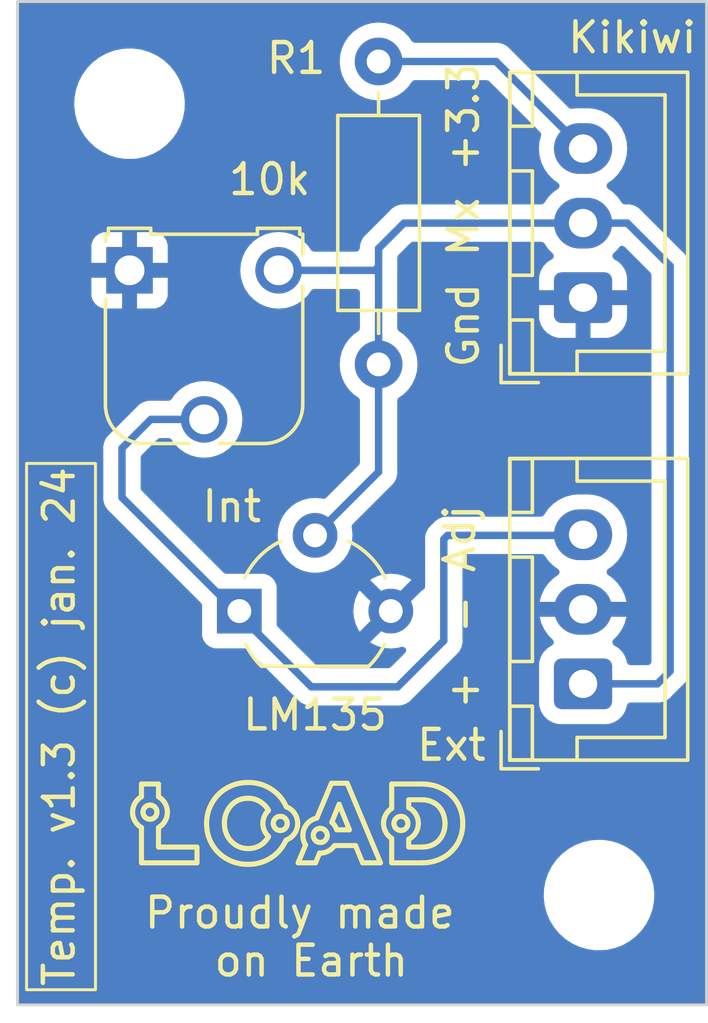
<source format=kicad_pcb>
(kicad_pcb (version 20221018) (generator pcbnew)
  (title_block (title "UBPE Temperature board 2024 (THT version)") (date "2024-01-10") (rev "1.3") (company "L0AD") (comment 1 "connected to CNES Kikiwi board, 3.3V") (comment 2 "LM135(A) temperature sensor"))
  (layers (0 "F.Cu" signal) (31 "B.Cu" signal) (34 "B.Paste" user) (35 "F.Paste" user) (36 "B.SilkS" user "B.Silkscreen") (37 "F.SilkS" user "F.Silkscreen") (38 "B.Mask" user) (39 "F.Mask" user) (44 "Edge.Cuts" user))
  (net 0 "")
  (net 1 "GND")
  (net 2 "+3.3V")
  (net 3 "Net-(J1-Signal)")
  (net 4 "Net-(J2-Pin_3)")
  (footprint "Package_TO_SOT_THT:TO-92_Wide" (layer "F.Cu") (at 62.992 36.068)
    (fp_text reference "U1" hide)
    (fp_text value "LM135" hide)
  )
  (footprint "MountingHole:MountingHole_3.2mm_M3" (layer "F.Cu") (at 75.057 45.593)
    (fp_text reference "REF**" hide)
    (fp_text value "MountingHole_3.2mm_M3" hide)
  )
  (footprint "MountingHole:MountingHole_3.2mm_M3" (layer "F.Cu") (at 59.309 19.05)
    (fp_text reference "REF**" hide)
    (fp_text value "MountingHole_3.2mm_M3" hide)
  )
  (footprint "Connector_JST:JST_XH_B3B-XH-A_1x03_P2.50mm_Vertical" (layer "F.Cu") (at 74.5215 25.554 90)
    (fp_text reference "J1" hide)
    (fp_text value "Kikiwi")
  )
  (footprint "Resistor_THT:R_Axial_DIN0207_L6.3mm_D2.5mm_P10.16mm_Horizontal" (layer "F.Cu") (at 67.6635 27.793 90)
    (fp_text reference "R1" hide)
    (fp_text value "750R" hide)
  )
  (footprint "Connector_JST:JST_XH_B3B-XH-A_1x03_P2.50mm_Vertical" (layer "F.Cu") (at 74.5215 38.508 90)
    (fp_text reference "J2" hide)
    (fp_text value "Ext. LM135" hide)
  )
  (footprint "Potentiometer_THT:Potentiometer_Runtron_RM-065_Vertical" (layer "F.Cu") (at 59.309 24.638)
    (fp_text reference "RV1" hide)
    (fp_text value "10k")
  )
  (gr_line (start 65.854217 43.410022) (end 65.862687 43.417463) (stroke (width 0.170004)) (layer "F.SilkS"))
  (gr_line (start 60.052864 43.041291) (end 60.041573 43.043934) (stroke (width 0.170004)) (layer "F.SilkS"))
  (gr_line (start 65.93443 43.640356) (end 65.931823 43.651806) (stroke (width 0.170004)) (layer "F.SilkS"))
  (gr_line (start 67.886924 42.931958) (end 67.879201 42.948796) (stroke (width 0.170004)) (layer "F.SilkS"))
  (gr_line (start 68.212764 43.067038) (end 68.218837 43.057433) (stroke (width 0.170004)) (layer "F.SilkS"))
  (gr_line (start 62.265642 42.244739) (end 62.243453 42.268921) (stroke (width 0.170004)) (layer "F.SilkS"))
  (gr_line (start 69.721965 42.673571) (end 69.73308 42.688192) (stroke (width 0.170004)) (layer "F.SilkS"))
  (gr_line (start 63.194267 42.350285) (end 63.215506 42.348493) (stroke (width 0.170004)) (layer "F.SilkS"))
  (gr_line (start 64.521793 43.364961) (end 64.513323 43.372402) (stroke (width 0.170004)) (layer "F.SilkS"))
  (gr_line (start 63.244931 44.032296) (end 63.223429 44.030995) (stroke (width 0.170004)) (layer "F.SilkS"))
  (gr_line (start 68.523621 43.397889) (end 68.513557 43.403117) (stroke (width 0.170004)) (layer "F.SilkS"))
  (gr_line (start 65.814111 44.17424) (end 65.84885 44.166502) (stroke (width 0.170004)) (layer "F.SilkS"))
  (gr_line (start 60.514308 42.542829) (end 60.495764 42.508889) (stroke (width 0.170004)) (layer "F.SilkS"))
  (gr_line (start 60.401668 43.235949) (end 60.415053 43.222289) (stroke (width 0.170004)) (layer "F.SilkS"))
  (gr_line (start 64.400403 42.955784) (end 64.411895 42.957867) (stroke (width 0.170004)) (layer "F.SilkS"))
  (gr_line (start 69.754275 42.718413) (end 69.764353 42.73401) (stroke (width 0.170004)) (layer "F.SilkS"))
  (gr_line (start 65.937968 43.616858) (end 65.936483 43.628702) (stroke (width 0.170004)) (layer "F.SilkS"))
  (gr_line (start 62.675551 43.739783) (end 62.663469 43.724361) (stroke (width 0.170004)) (layer "F.SilkS"))
  (gr_line (start 68.992511 43.254041) (end 68.994393 43.232817) (stroke (width 0.170004)) (layer "F.SilkS"))
  (gr_line (start 62.815025 43.875761) (end 62.799696 43.863831) (stroke (width 0.170004)) (layer "F.SilkS"))
  (gr_line (start 59.864054 42.615771) (end 59.873525 42.609613) (stroke (width 0.170004)) (layer "F.SilkS"))
  (gr_line (start 69.774085 43.634625) (end 69.764353 43.650296) (stroke (width 0.170004)) (layer "F.SilkS"))
  (gr_line (start 64.383332 44.041807) (end 64.402178 44.017205) (stroke (width 0.170004)) (layer "F.SilkS"))
  (gr_line (start 68.40037 43.426157) (end 68.388519 43.425243) (stroke (width 0.170004)) (layer "F.SilkS"))
  (gr_line (start 63.373456 44.029275) (end 63.352565 44.031052) (stroke (width 0.170004)) (layer "F.SilkS"))
  (gr_line (start 69.881713 43.063732) (end 69.884193 43.08422) (stroke (width 0.170004)) (layer "F.SilkS"))
  (gr_line (start 68.193131 43.271133) (end 68.189461 43.260136) (stroke (width 0.170004)) (layer "F.SilkS"))
  (gr_line (start 59.903702 43.030138) (end 59.893363 43.025397) (stroke (width 0.170004)) (layer "F.SilkS"))
  (gr_line (start 68.673107 42.660197) (end 68.673107 42.396548) (stroke (width 0.170004)) (layer "F.SilkS"))
  (gr_line (start 66.117153 44.012421) (end 66.140784 43.987171) (stroke (width 0.170004)) (layer "F.SilkS"))
  (gr_line (start 68.015829 42.755598) (end 67.990062 42.781327) (stroke (width 0.170004)) (layer "F.SilkS"))
  (gr_line (start 69.956233 44.253112) (end 69.982109 44.234157) (stroke (width 0.170004)) (layer "F.SilkS"))
  (gr_line (start 60.223214 42.859734) (end 60.220607 42.871185) (stroke (width 0.170004)) (layer "F.SilkS"))
  (gr_line (start 65.925006 43.674035) (end 65.920826 43.684783) (stroke (width 0.170004)) (layer "F.SilkS"))
  (gr_line (start 65.256311 43.215194) (end 65.241004 43.234747) (stroke (width 0.170004)) (layer "F.SilkS"))
  (gr_line (start 64.513323 43.00712) (end 64.521793 43.014561) (stroke (width 0.170004)) (layer "F.SilkS"))
  (gr_line (start 64.261245 42.194813) (end 64.237287 42.172713) (stroke (width 0.170004)) (layer "F.SilkS"))
  (gr_line (start 65.910994 43.479852) (end 65.91615 43.490058) (stroke (width 0.170004)) (layer "F.SilkS"))
  (gr_line (start 69.648069 43.790409) (end 69.634576 43.802603) (stroke (width 0.170004)) (layer "F.SilkS"))
  (gr_line (start 68.015829 43.623924) (end 68.043125 43.647999) (stroke (width 0.170004)) (layer "F.SilkS"))
  (gr_line (start 63.75987 43.879355) (end 63.744359 43.89081) (stroke (width 0.170004)) (layer "F.SilkS"))
  (gr_line (start 63.813405 41.912573) (end 63.781046 41.900327) (stroke (width 0.170004)) (layer "F.SilkS"))
  (gr_line (start 64.946522 43.237586) (end 64.947929 43.213796) (stroke (width 0.170004)) (layer "F.SilkS"))
  (gr_line (start 69.133456 43.982756) (end 69.111878 43.982972) (stroke (width 0.170004)) (layer "F.SilkS"))
  (gr_line (start 64.840882 42.847389) (end 64.814198 42.812171) (stroke (width 0.170004)) (layer "F.SilkS"))
  (gr_line (start 64.438178 43.966731) (end 64.455332 43.940857) (stroke (width 0.170004)) (layer "F.SilkS"))
  (gr_line (start 68.37684 43.423737) (end 68.365348 43.421655) (stroke (width 0.170004)) (layer "F.SilkS"))
  (gr_line (start 59.587417 43.235949) (end 59.615462 43.261925) (stroke (width 0.170004)) (layer "F.SilkS"))
  (gr_line (start 63.152538 42.355401) (end 63.173277 42.352588) (stroke (width 0.170004)) (layer "F.SilkS"))
  (gr_line (start 62.872311 42.456946) (end 62.888965 42.447049) (stroke (width 0.170004)) (layer "F.SilkS"))
  (gr_line (start 65.448332 43.061324) (end 65.426314 43.072923) (stroke (width 0.170004)) (layer "F.SilkS"))
  (gr_line (start 68.388519 43.425243) (end 68.37684 43.423737) (stroke (width 0.170004)) (layer "F.SilkS"))
  (gr_line (start 67.871988 42.965918) (end 67.865295 42.983312) (stroke (width 0.170004)) (layer "F.SilkS"))
  (gr_line (start 69.401474 44.48638) (end 69.436036 44.479618) (stroke (width 0.170004)) (layer "F.SilkS"))
  (gr_line (start 69.237788 42.404795) (end 69.257949 42.407764) (stroke (width 0.170004)) (layer "F.SilkS"))
  (gr_line (start 68.513557 43.403117) (end 68.503218 43.407859) (stroke (width 0.170004)) (layer "F.SilkS"))
  (gr_line (start 69.875282 42.070502) (end 69.847193 42.054061) (stroke (width 0.170004)) (layer "F.SilkS"))
  (gr_line (start 62.830658 43.887316) (end 62.815025 43.875761) (stroke (width 0.170004)) (layer "F.SilkS"))
  (gr_line (start 70.398063 43.680653) (end 70.409371 43.65) (stroke (width 0.170004)) (layer "F.SilkS"))
  (gr_line (start 69.754275 43.665669) (end 69.74385 43.680743) (stroke (width 0.170004)) (layer "F.SilkS"))
  (gr_line (start 69.648069 42.592865) (end 69.661231 42.60545) (stroke (width 0.170004)) (layer "F.SilkS"))
  (gr_line (start 70.419899 42.754201) (end 70.409371 42.723473) (stroke (width 0.170004)) (layer "F.SilkS"))
  (gr_line (start 59.994543 43.048745) (end 59.982534 43.048437) (stroke (width 0.170004)) (layer "F.SilkS"))
  (gr_line (start 65.836247 43.396393) (end 65.845399 43.402994) (stroke (width 0.170004)) (layer "F.SilkS"))
  (gr_line (start 60.223214 42.764347) (end 60.225267 42.776002) (stroke (width 0.170004)) (layer "F.SilkS"))
  (gr_line (start 64.931922 43.329947) (end 64.936882 43.307313) (stroke (width 0.170004)) (layer "F.SilkS"))
  (gr_line (start 69.875412 43.023375) (end 69.878786 43.04345) (stroke (width 0.170004)) (layer "F.SilkS"))
  (gr_line (start 65.705759 43.355958) (end 65.717767 43.356266) (stroke (width 0.170004)) (layer "F.SilkS"))
  (gr_line (start 62.534583 42.89633) (end 62.541165 42.877141) (stroke (width 0.170004)) (layer "F.SilkS"))
  (gr_line (start 60.006551 43.048437) (end 59.994543 43.048745) (stroke (width 0.170004)) (layer "F.SilkS"))
  (gr_line (start 68.186314 43.248905) (end 68.183707 43.237455) (stroke (width 0.170004)) (layer "F.SilkS"))
  (gr_line (start 69.603018 41.944497) (end 69.570395 41.933934) (stroke (width 0.170004)) (layer "F.SilkS"))
  (gr_line (start 62.491004 43.139455) (end 62.492138 43.118312) (stroke (width 0.170004)) (layer "F.SilkS"))
  (gr_line (start 62.710598 42.591704) (end 62.723699 42.577498) (stroke (width 0.170004)) (layer "F.SilkS"))
  (gr_line (start 64.445106 43.412098) (end 64.434261 43.41582) (stroke (width 0.170004)) (layer "F.SilkS"))
  (gr_line (start 65.59079 43.012233) (end 65.565938 43.017847) (stroke (width 0.170004)) (layer "F.SilkS"))
  (gr_line (start 63.775131 44.479532) (end 63.807713 44.467364) (stroke (width 0.170004)) (layer "F.SilkS"))
  (gr_line (start 69.295447 41.877545) (end 69.259321 41.874016) (stroke (width 0.170004)) (layer "F.SilkS"))
  (gr_line (start 62.487053 44.327391) (end 62.51477 44.345342) (stroke (width 0.170004)) (layer "F.SilkS"))
  (gr_line (start 63.355709 44.560447) (end 63.392658 44.558327) (stroke (width 0.170004)) (layer "F.SilkS"))
  (gr_line (start 59.483783 42.525689) (end 59.474777 42.542829) (stroke (width 0.170004)) (layer "F.SilkS"))
  (gr_line (start 63.675191 44.511055) (end 63.708869 44.501379) (stroke (width 0.170004)) (layer "F.SilkS"))
  (gr_line (start 59.444306 43.009521) (end 59.458408 43.045998) (stroke (width 0.170004)) (layer "F.SilkS"))
  (gr_line (start 63.859049 43.788322) (end 63.84589 43.802483) (stroke (width 0.170004)) (layer "F.SilkS"))
  (gr_line (start 68.60592 43.322089) (end 68.599411 43.331369) (stroke (width 0.170004)) (layer "F.SilkS"))
  (gr_line (start 65.482841 43.522288) (end 65.486512 43.511291) (stroke (width 0.170004)) (layer "F.SilkS"))
  (gr_line (start 63.647876 41.859748) (end 63.613647 41.851707) (stroke (width 0.170004)) (layer "F.SilkS"))
  (gr_line (start 63.845391 41.925657) (end 63.813405 41.912573) (stroke (width 0.170004)) (layer "F.SilkS"))
  (gr_line (start 63.579044 41.84451) (end 63.544065 41.838157) (stroke (width 0.170004)) (layer "F.SilkS"))
  (gr_line (start 69.929803 44.271474) (end 69.956233 44.253112) (stroke (width 0.170004)) (layer "F.SilkS"))
  (gr_line (start 65.540723 43.760024) (end 65.532994 43.751802) (stroke (width 0.170004)) (layer "F.SilkS"))
  (gr_line (start 64.544967 43.03921) (end 64.551897 43.048153) (stroke (width 0.170004)) (layer "F.SilkS"))
  (gr_line (start 62.86283 43.909302) (end 62.846592 43.898495) (stroke (width 0.170004)) (layer "F.SilkS"))
  (gr_line (start 64.323425 44.113077) (end 64.343955 44.089742) (stroke (width 0.170004)) (layer "F.SilkS"))
  (gr_line (start 59.761127 42.812041) (end 59.761431 42.799863) (stroke (width 0.170004)) (layer "F.SilkS"))
  (gr_line (start 64.434261 42.963701) (end 64.445106 42.967424) (stroke (width 0.170004)) (layer "F.SilkS"))
  (gr_line (start 68.690878 43.70991) (end 68.708283 43.699904) (stroke (width 0.170004)) (layer "F.SilkS"))
  (gr_line (start 64.485882 43.392188) (end 64.476108 43.397889) (stroke (width 0.170004)) (layer "F.SilkS"))
  (gr_line (start 66.065705 44.058522) (end 66.092105 44.036228) (stroke (width 0.170004)) (layer "F.SilkS"))
  (gr_line (start 59.784151 42.914646) (end 59.779476 42.904161) (stroke (width 0.170004)) (layer "F.SilkS"))
  (gr_line (start 63.111811 42.362553) (end 63.13205 42.358723) (stroke (width 0.170004)) (layer "F.SilkS"))
  (gr_line (start 68.291361 43.392188) (end 68.28189 43.38603) (stroke (width 0.170004)) (layer "F.SilkS"))
  (gr_line (start 64.587782 43.119386) (end 64.590928 43.130617) (stroke (width 0.170004)) (layer "F.SilkS"))
  (gr_line (start 69.196763 42.400219) (end 69.217393 42.40228) (stroke (width 0.170004)) (layer "F.SilkS"))
  (gr_line (start 60.296601 43.318478) (end 60.312749 43.308172) (stroke (width 0.170004)) (layer "F.SilkS"))
  (gr_line (start 70.103146 44.130536) (end 70.125684 44.108094) (stroke (width 0.170004)) (layer "F.SilkS"))
  (gr_line (start 60.505302 43.098393) (end 60.514308 43.081253) (stroke (width 0.170004)) (layer "F.SilkS"))
  (gr_line (start 69.982109 44.234157) (end 70.007429 44.21461) (stroke (width 0.170004)) (layer "F.SilkS"))
  (gr_line (start 59.765871 42.859734) (end 59.763818 42.84808) (stroke (width 0.170004)) (layer "F.SilkS"))
  (gr_line (start 65.512217 43.460335) (end 65.518726 43.451055) (stroke (width 0.170004)) (layer "F.SilkS"))
  (gr_line (start 64.177831 43.331369) (end 64.171322 43.322089) (stroke (width 0.170004)) (layer "F.SilkS"))
  (gr_line (start 63.427447 42.359055) (end 63.447562 42.362994) (stroke (width 0.170004)) (layer "F.SilkS"))
  (gr_line (start 64.580582 43.739754) (end 64.601229 43.730939) (stroke (width 0.170004)) (layer "F.SilkS"))
  (gr_line (start 65.8993 43.460335) (end 65.905373 43.469939) (stroke (width 0.170004)) (layer "F.SilkS"))
  (gr_line (start 69.577285 42.535357) (end 69.592105 42.546135) (stroke (width 0.170004)) (layer "F.SilkS"))
  (gr_line (start 67.859133 43.000968) (end 67.853511 43.018877) (stroke (width 0.170004)) (layer "F.SilkS"))
  (gr_line (start 68.977804 43.336587) (end 68.982531 43.316329) (stroke (width 0.170004)) (layer "F.SilkS"))
  (gr_line (start 61.97285 43.667365) (end 61.984495 43.69878) (stroke (width 0.170004)) (layer "F.SilkS"))
  (gr_line (start 62.700855 43.769747) (end 62.688013 43.754911) (stroke (width 0.170004)) (layer "F.SilkS"))
  (gr_line (start 60.227654 42.799863) (end 60.227957 42.812041) (stroke (width 0.170004)) (layer "F.SilkS"))
  (gr_line (start 62.407146 44.269959) (end 62.433242 44.289701) (stroke (width 0.170004)) (layer "F.SilkS"))
  (gr_line (start 62.727588 43.798501) (end 62.714074 43.784292) (stroke (width 0.170004)) (layer "F.SilkS"))
  (gr_line (start 69.710506 42.659279) (end 69.721965 42.673571) (stroke (width 0.170004)) (layer "F.SilkS"))
  (gr_line (start 63.905688 43.731345) (end 63.890705 43.750786) (stroke (width 0.170004)) (layer "F.SilkS"))
  (gr_line (start 63.695819 43.922836) (end 63.678971 43.932729) (stroke (width 0.170004)) (layer "F.SilkS"))
  (gr_line (start 63.887283 42.632521) (end 63.902527 42.651603) (stroke (width 0.170004)) (layer "F.SilkS"))
  (gr_line (start 59.536569 42.445325) (end 59.525016 42.460648) (stroke (width 0.170004)) (layer "F.SilkS"))
  (gr_line (start 59.412398 42.853241) (end 59.416517 42.893682) (stroke (width 0.170004)) (layer "F.SilkS"))
  (gr_line (start 63.079861 44.007244) (end 63.060352 44.00175) (stroke (width 0.170004)) (layer "F.SilkS"))
  (gr_line (start 59.574032 42.401793) (end 59.561088 42.415886) (stroke (width 0.170004)) (layer "F.SilkS"))
  (gr_line (start 69.871593 43.003506) (end 69.875412 43.023375) (stroke (width 0.170004)) (layer "F.SilkS"))
  (gr_line (start 65.47355 43.568467) (end 65.475034 43.556624) (stroke (width 0.170004)) (layer "F.SilkS"))
  (gr_line (start 68.181654 43.153722) (end 68.183707 43.142068) (stroke (width 0.170004)) (layer "F.SilkS"))
  (gr_line (start 60.143001 42.6294) (end 60.151471 42.63684) (stroke (width 0.170004)) (layer "F.SilkS"))
  (gr_line (start 69.74385 43.680743) (end 69.73308 43.695519) (stroke (width 0.170004)) (layer "F.SilkS"))
  (gr_line (start 69.79251 43.60239) (end 69.783471 43.618656) (stroke (width 0.170004)) (layer "F.SilkS"))
  (gr_line (start 64.131973 44.288115) (end 64.158133 44.268063) (stroke (width 0.170004)) (layer "F.SilkS"))
  (gr_line (start 68.388519 42.954279) (end 68.40037 42.953364) (stroke (width 0.170004)) (layer "F.SilkS"))
  (gr_line (start 62.547441 42.017766) (end 62.519034 42.035283) (stroke (width 0.170004)) (layer "F.SilkS"))
  (gr_line (start 64.590928 43.130617) (end 64.593535 43.142068) (stroke (width 0.170004)) (layer "F.SilkS"))
  (gr_line (start 65.47355 43.616858) (end 65.472648 43.60484) (stroke (width 0.170004)) (layer "F.SilkS"))
  (gr_line (start 68.944257 42.946024) (end 68.926455 42.909553) (stroke (width 0.170004)) (layer "F.SilkS"))
  (gr_line (start 69.185893 44.510198) (end 69.222804 44.508218) (stroke (width 0.170004)) (layer "F.SilkS"))
  (gr_line (start 64.10936 42.071136) (end 64.082159 42.052602) (stroke (width 0.170004)) (layer "F.SilkS"))
  (gr_line (start 62.571857 43.572107) (end 62.563588 43.553668) (stroke (width 0.170004)) (layer "F.SilkS"))
  (gr_line (start 61.935112 42.848334) (end 61.927332 42.881213) (stroke (width 0.170004)) (layer "F.SilkS"))
  (gr_line (start 60.227957 42.812041) (end 60.227654 42.824218) (stroke (width 0.170004)) (layer "F.SilkS"))
  (gr_line (start 70.209365 42.362532) (end 70.189415 42.33814) (stroke (width 0.170004)) (layer "F.SilkS"))
  (gr_line (start 60.21379 42.730669) (end 60.21746 42.741666) (stroke (width 0.170004)) (layer "F.SilkS"))
  (gr_line (start 60.174645 42.66149) (end 60.181575 42.670432) (stroke (width 0.170004)) (layer "F.SilkS"))
  (gr_line (start 69.801201 43.585828) (end 69.79251 43.60239) (stroke (width 0.170004)) (layer "F.SilkS"))
  (gr_line (start 60.074784 43.034378) (end 60.063939 43.0381) (stroke (width 0.170004)) (layer "F.SilkS"))
  (gr_line (start 68.906305 42.874552) (end 68.883912 42.841127) (stroke (width 0.170004)) (layer "F.SilkS"))
  (gr_line (start 69.392576 42.441156) (end 69.410889 42.447715) (stroke (width 0.170004)) (layer "F.SilkS"))
  (gr_line (start 61.900567 43.337296) (end 61.904182 43.371589) (stroke (width 0.170004)) (layer "F.SilkS"))
  (gr_line (start 67.833846 43.111857) (end 67.831671 43.13107) (stroke (width 0.170004)) (layer "F.SilkS"))
  (gr_line (start 64.544967 43.340312) (end 64.537629 43.348901) (stroke (width 0.170004)) (layer "F.SilkS"))
  (gr_line (start 69.366522 41.886951) (end 69.33118 41.881857) (stroke (width 0.170004)) (layer "F.SilkS"))
  (gr_line (start 59.829507 42.644679) (end 59.837614 42.63684) (stroke (width 0.170004)) (layer "F.SilkS"))
  (gr_line (start 63.73781 42.492584) (end 63.753555 42.504162) (stroke (width 0.170004)) (layer "F.SilkS"))
  (gr_line (start 63.13205 42.358723) (end 63.152538 42.355401) (stroke (width 0.170004)) (layer "F.SilkS"))
  (gr_line (start 59.80751 42.670432) (end 59.81444 42.66149) (stroke (width 0.170004)) (layer "F.SilkS"))
  (gr_line (start 69.29757 42.415058) (end 69.317033 42.419381) (stroke (width 0.170004)) (layer "F.SilkS"))
  (gr_line (start 70.209365 44.013303) (end 70.228667 43.988347) (stroke (width 0.170004)) (layer "F.SilkS"))
  (gr_line (start 64.521793 43.014561) (end 64.5299 43.022399) (stroke (width 0.170004)) (layer "F.SilkS"))
  (gr_line (start 65.124549 43.539473) (end 65.122808 43.565917) (stroke (width 0.170004)) (layer "F.SilkS"))
  (gr_line (start 64.9442 43.261115) (end 64.946522 43.237586) (stroke (width 0.170004)) (layer "F.SilkS"))
  (gr_line (start 59.982534 43.048437) (end 59.970683 43.047522) (stroke (width 0.170004)) (layer "F.SilkS"))
  (gr_line (start 59.801001 42.679713) (end 59.80751 42.670432) (stroke (width 0.170004)) (layer "F.SilkS"))
  (gr_line (start 65.490692 43.500542) (end 65.495367 43.490058) (stroke (width 0.170004)) (layer "F.SilkS"))
  (gr_line (start 62.688013 43.754911) (end 62.675551 43.739783) (stroke (width 0.170004)) (layer "F.SilkS"))
  (gr_line (start 62.940922 42.419724) (end 62.958912 42.411406) (stroke (width 0.170004)) (layer "F.SilkS"))
  (gr_line (start 62.827194 41.888921) (end 62.794257 41.900327) (stroke (width 0.170004)) (layer "F.SilkS"))
  (gr_line (start 64.284623 43.412098) (end 64.274024 43.407859) (stroke (width 0.170004)) (layer "F.SilkS"))
  (gr_line (start 59.925146 42.585981) (end 59.936221 42.58279) (stroke (width 0.170004)) (layer "F.SilkS"))
  (gr_line (start 64.13414 43.153722) (end 64.136193 43.142068) (stroke (width 0.170004)) (layer "F.SilkS"))
  (gr_line (start 63.571967 44.535074) (end 63.606739 44.527904) (stroke (width 0.170004)) (layer "F.SilkS"))
  (gr_line (start 60.085383 42.593942) (end 60.095722 42.598684) (stroke (width 0.170004)) (layer "F.SilkS"))
  (gr_line (start 62.650086 42.66724) (end 62.661479 42.651568) (stroke (width 0.170004)) (layer "F.SilkS"))
  (gr_line (start 62.501217 43.33727) (end 62.498267 43.316665) (stroke (width 0.170004)) (layer "F.SilkS"))
  (gr_line (start 59.525016 42.460648) (end 59.513949 42.476357) (stroke (width 0.170004)) (layer "F.SilkS"))
  (gr_line (start 63.302318 42.346448) (end 63.3237 42.347236) (stroke (width 0.170004)) (layer "F.SilkS"))
  (gr_line (start 60.475136 42.476357) (end 60.452517 42.445325) (stroke (width 0.170004)) (layer "F.SilkS"))
  (gr_line (start 70.454213 43.492343) (end 70.460842 43.459926) (stroke (width 0.170004)) (layer "F.SilkS"))
  (gr_line (start 59.411355 42.791351) (end 59.411005 42.812041) (stroke (width 0.170004)) (layer "F.SilkS"))
  (gr_line (start 68.26392 43.372402) (end 68.25545 43.364961) (stroke (width 0.170004)) (layer "F.SilkS"))
  (gr_line (start 68.994393 43.232817) (end 68.995533 43.211386) (stroke (width 0.170004)) (layer "F.SilkS"))
  (gr_line (start 70.330853 42.546917) (end 70.315446 42.519117) (stroke (width 0.170004)) (layer "F.SilkS"))
  (gr_line (start 62.490323 43.160753) (end 62.491004 43.139455) (stroke (width 0.170004)) (layer "F.SilkS"))
  (gr_line (start 62.490323 43.211305) (end 62.490096 43.18976) (stroke (width 0.170004)) (layer "F.SilkS"))
  (gr_line (start 61.914226 42.94781) (end 61.9089 42.981529) (stroke (width 0.170004)) (layer "F.SilkS"))
  (gr_line (start 59.779476 42.904161) (end 59.775295 42.893413) (stroke (width 0.170004)) (layer "F.SilkS"))
  (gr_line (start 64.154473 43.292366) (end 64.149797 43.281882) (stroke (width 0.170004)) (layer "F.SilkS"))
  (gr_line (start 68.804314 43.628152) (end 68.818798 43.614365) (stroke (width 0.170004)) (layer "F.SilkS"))
  (gr_line (start 65.472344 43.592663) (end 65.472648 43.580485) (stroke (width 0.170004)) (layer "F.SilkS"))
  (gr_line (start 63.832728 43.433044) (end 63.845792 43.460476) (stroke (width 0.170004)) (layer "F.SilkS"))
  (gr_line (start 65.947975 44.13121) (end 65.979091 44.115647) (stroke (width 0.170004)) (layer "F.SilkS"))
  (gr_line (start 64.601229 43.730939) (end 64.621464 43.721354) (stroke (width 0.170004)) (layer "F.SilkS"))
  (gr_line (start 69.884193 43.30442) (end 69.881713 43.325034) (stroke (width 0.170004)) (layer "F.SilkS"))
  (gr_line (start 68.447917 42.955784) (end 68.459409 42.957867) (stroke (width 0.170004)) (layer "F.SilkS"))
  (gr_line (start 63.033359 42.382943) (end 63.052597 42.377087) (stroke (width 0.170004)) (layer "F.SilkS"))
  (gr_line (start 64.539036 42.575367) (end 64.524779 42.546753) (stroke (width 0.170004)) (layer "F.SilkS"))
  (gr_line (start 63.041096 43.995729) (end 63.022093 43.989179) (stroke (width 0.170004)) (layer "F.SilkS"))
  (gr_line (start 69.783471 42.766167) (end 69.79251 42.782723) (stroke (width 0.170004)) (layer "F.SilkS"))
  (gr_line (start 59.427603 42.671365) (end 59.423268 42.690811) (stroke (width 0.170004)) (layer "F.SilkS"))
  (gr_line (start 63.860186 43.4871) (end 63.875866 43.512871) (stroke (width 0.170004)) (layer "F.SilkS"))
  (gr_line (start 69.886225 43.104915) (end 69.887807 43.125817) (stroke (width 0.170004)) (layer "F.SilkS"))
  (gr_line (start 62.541165 43.496615) (end 62.534583 43.477224) (stroke (width 0.170004)) (layer "F.SilkS"))
  (gr_line (start 70.282682 42.464975) (end 70.265326 42.438633) (stroke (width 0.170004)) (layer "F.SilkS"))
  (gr_line (start 63.84151 42.581521) (end 63.855076 42.595733) (stroke (width 0.170004)) (layer "F.SilkS"))
  (gr_line (start 59.60123 42.374917) (end 59.587417 42.388132) (stroke (width 0.170004)) (layer "F.SilkS"))
  (gr_line (start 69.634576 43.802603) (end 69.620751 43.814423) (stroke (width 0.170004)) (layer "F.SilkS"))
  (gr_line (start 59.883299 42.603912) (end 59.893363 42.598684) (stroke (width 0.170004)) (layer "F.SilkS"))
  (gr_line (start 59.914301 42.589703) (end 59.925146 42.585981) (stroke (width 0.170004)) (layer "F.SilkS"))
  (gr_line (start 64.154473 43.087156) (end 64.159628 43.07695) (stroke (width 0.170004)) (layer "F.SilkS"))
  (gr_line (start 63.50871 41.832648) (end 63.47298 41.827985) (stroke (width 0.170004)) (layer "F.SilkS"))
  (gr_line (start 69.729331 41.994274) (end 69.698493 41.98082) (stroke (width 0.170004)) (layer "F.SilkS"))
  (gr_line (start 63.788883 43.285298) (end 63.794643 43.316112) (stroke (width 0.170004)) (layer "F.SilkS"))
  (gr_line (start 64.376872 43.426157) (end 64.364864 43.426465) (stroke (width 0.170004)) (layer "F.SilkS"))
  (gr_line (start 70.484238 43.259121) (end 70.485408 43.224594) (stroke (width 0.170004)) (layer "F.SilkS"))
  (gr_line (start 68.638442 43.248905) (end 68.635296 43.260136) (stroke (width 0.170004)) (layer "F.SilkS"))
  (gr_line (start 65.91615 43.490058) (end 65.920826 43.500542) (stroke (width 0.170004)) (layer "F.SilkS"))
  (gr_line (start 63.681729 41.868631) (end 63.647876 41.859748) (stroke (width 0.170004)) (layer "F.SilkS"))
  (gr_line (start 70.228667 43.988347) (end 70.247321 43.962887) (stroke (width 0.170004)) (layer "F.SilkS"))
  (gr_line (start 64.131753 43.177584) (end 64.132655 43.165566) (stroke (width 0.170004)) (layer "F.SilkS"))
  (gr_line (start 69.464255 43.911887) (end 69.44678 43.919544) (stroke (width 0.170004)) (layer "F.SilkS"))
  (gr_line (start 59.789307 42.924852) (end 59.784151 42.914646) (stroke (width 0.170004)) (layer "F.SilkS"))
  (gr_line (start 69.148585 41.868133) (end 69.110884 41.867741) (stroke (width 0.170004)) (layer "F.SilkS"))
  (gr_line (start 64.593535 43.237455) (end 64.590928 43.248905) (stroke (width 0.170004)) (layer "F.SilkS"))
  (gr_line (start 62.15756 44.015258) (end 62.177168 44.041017) (stroke (width 0.170004)) (layer "F.SilkS"))
  (gr_line (start 64.5701 43.302572) (end 64.564478 43.312485) (stroke (width 0.170004)) (layer "F.SilkS"))
  (gr_line (start 63.392658 44.558327) (end 63.429245 44.555361) (stroke (width 0.170004)) (layer "F.SilkS"))
  (gr_line (start 59.615462 42.362157) (end 59.60123 42.374917) (stroke (width 0.170004)) (layer "F.SilkS"))
  (gr_rect (start 55.8546 31.115) (end 58.166 48.768) (stroke (width 0.1)) (fill none) (layer "F.SilkS"))
  (gr_line (start 69.878786 43.345382) (end 69.875412 43.365463) (stroke (width 0.170004)) (layer "F.SilkS"))
  (gr_line (start 69.888938 43.146925) (end 69.889618 43.16824) (stroke (width 0.170004)) (layer "F.SilkS"))
  (gr_line (start 64.352856 43.426157) (end 64.341005 43.425243) (stroke (width 0.170004)) (layer "F.SilkS"))
  (gr_line (start 70.359717 42.603973) (end 70.34561 42.575202) (stroke (width 0.170004)) (layer "F.SilkS"))
  (gr_line (start 65.363719 43.113075) (end 65.344088 43.128159) (stroke (width 0.170004)) (layer "F.SilkS"))
  (gr_line (start 64.284658 42.217509) (end 64.261245 42.194813) (stroke (width 0.170004)) (layer "F.SilkS"))
  (gr_line (start 70.373172 43.741026) (end 70.385975 43.711015) (stroke (width 0.170004)) (layer "F.SilkS"))
  (gr_line (start 63.022093 43.989179) (end 63.003344 43.982101) (stroke (width 0.170004)) (layer "F.SilkS"))
  (gr_line (start 64.02615 42.017315) (end 63.997347 42.000559) (stroke (width 0.170004)) (layer "F.SilkS"))
  (gr_line (start 68.459409 42.957867) (end 68.4707 42.960511) (stroke (width 0.170004)) (layer "F.SilkS"))
  (gr_line (start 62.85398 44.501379) (end 62.887448 44.511055) (stroke (width 0.170004)) (layer "F.SilkS"))
  (gr_line (start 62.069145 43.878901) (end 62.085538 43.907182) (stroke (width 0.170004)) (layer "F.SilkS"))
  (gr_line (start 70.265326 43.936923) (end 70.282682 43.910455) (stroke (width 0.170004)) (layer "F.SilkS"))
  (gr_line (start 67.965904 43.570893) (end 67.990062 43.598195) (stroke (width 0.170004)) (layer "F.SilkS"))
  (gr_line (start 69.498208 42.486914) (end 69.514686 42.495875) (stroke (width 0.170004)) (layer "F.SilkS"))
  (gr_line (start 63.096318 44.551552) (end 63.132456 44.555361) (stroke (width 0.170004)) (layer "F.SilkS"))
  (gr_line (start 64.593535 43.142068) (end 64.595589 43.153722) (stroke (width 0.170004)) (layer "F.SilkS"))
  (gr_line (start 63.827631 42.567687) (end 63.84151 42.581521) (stroke (width 0.170004)) (layer "F.SilkS"))
  (gr_line (start 68.197312 43.097641) (end 68.201987 43.087156) (stroke (width 0.170004)) (layer "F.SilkS"))
  (gr_line (start 64.136193 43.237455) (end 64.13414 43.2258) (stroke (width 0.170004)) (layer "F.SilkS"))
  (gr_line (start 62.928186 41.859748) (end 62.894157 41.868631) (stroke (width 0.170004)) (layer "F.SilkS"))
  (gr_line (start 64.207936 43.014561) (end 64.216406 43.00712) (stroke (width 0.170004)) (layer "F.SilkS"))
  (gr_line (start 64.426614 42.384951) (end 64.408146 42.359627) (stroke (width 0.170004)) (layer "F.SilkS"))
  (gr_line (start 69.546649 42.514889) (end 69.562133 42.524942) (stroke (width 0.170004)) (layer "F.SilkS"))
  (gr_line (start 65.693751 43.829059) (end 65.6819 43.828144) (stroke (width 0.170004)) (layer "F.SilkS"))
  (gr_line (start 64.5701 43.07695) (end 64.575256 43.087156) (stroke (width 0.170004)) (layer "F.SilkS"))
  (gr_line (start 59.837614 42.63684) (end 59.846084 42.6294) (stroke (width 0.170004)) (layer "F.SilkS"))
  (gr_line (start 63.45498 44.017094) (end 63.434905 44.020901) (stroke (width 0.170004)) (layer "F.SilkS"))
  (gr_line (start 69.847193 42.054061) (end 69.818553 42.038218) (stroke (width 0.170004)) (layer "F.SilkS"))
  (gr_line (start 60.194157 42.689317) (end 60.199778 42.69923) (stroke (width 0.170004)) (layer "F.SilkS"))
  (gr_line (start 66.170262 43.2345) (end 66.158608 43.219499) (stroke (width 0.170004)) (layer "F.SilkS"))
  (gr_line (start 65.500523 43.479852) (end 65.506145 43.469939) (stroke (width 0.170004)) (layer "F.SilkS"))
  (gr_line (start 63.132456 44.555361) (end 63.168967 44.558327) (stroke (width 0.170004)) (layer "F.SilkS"))
  (gr_line (start 65.594516 43.384534) (end 65.60458 43.379306) (stroke (width 0.170004)) (layer "F.SilkS"))
  (gr_line (start 63.930187 43.584635) (end 63.950575 43.60656) (stroke (width 0.170004)) (layer "F.SilkS"))
  (gr_line (start 67.943431 42.837424) (end 67.922725 42.86763) (stroke (width 0.170004)) (layer "F.SilkS"))
  (gr_line (start 62.138591 43.988996) (end 62.15756 44.015258) (stroke (width 0.170004)) (layer "F.SilkS"))
  (gr_line (start 64.719821 42.72003) (end 64.68405 42.694294) (stroke (width 0.170004)) (layer "F.SilkS"))
  (gr_line (start 65.506145 43.469939) (end 65.512217 43.460335) (stroke (width 0.170004)) (layer "F.SilkS"))
  (gr_line (start 70.485798 43.189761) (end 70.485798 43.182207) (stroke (width 0.170004)) (layer "F.SilkS"))
  (gr_line (start 63.671751 42.450016) (end 63.688726 42.460097) (stroke (width 0.170004)) (layer "F.SilkS"))
  (gr_line (start 59.458408 43.045998) (end 59.474777 43.081253) (stroke (width 0.170004)) (layer "F.SilkS"))
  (gr_line (start 64.136025 42.090263) (end 64.10936 42.071136) (stroke (width 0.170004)) (layer "F.SilkS"))
  (gr_line (start 61.895749 43.267864) (end 61.897756 43.30272) (stroke (width 0.170004)) (layer "F.SilkS"))
  (gr_line (start 69.818554 44.338962) (end 69.847194 44.322987) (stroke (width 0.170004)) (layer "F.SilkS"))
  (gr_line (start 59.775295 42.730669) (end 59.779476 42.71992) (stroke (width 0.170004)) (layer "F.SilkS"))
  (gr_line (start 62.793967 42.512325) (end 62.808984 42.500464) (stroke (width 0.170004)) (layer "F.SilkS"))
  (gr_line (start 69.259323 44.505443) (end 69.295448 44.501873) (stroke (width 0.170004)) (layer "F.SilkS"))
  (gr_line (start 63.957565 42.732652) (end 63.969797 42.754124) (stroke (width 0.170004)) (layer "F.SilkS"))
  (gr_line (start 62.504622 43.014971) (end 62.508481 42.994785) (stroke (width 0.170004)) (layer "F.SilkS"))
  (gr_line (start 63.589806 43.976236) (end 63.571157 43.983596) (stroke (width 0.170004)) (layer "F.SilkS"))
  (gr_line (start 65.694336 44.184392) (end 65.70576 44.184424) (stroke (width 0.170004)) (layer "F.SilkS"))
  (gr_line (start 60.209609 42.71992) (end 60.21379 42.730669) (stroke (width 0.170004)) (layer "F.SilkS"))
  (gr_line (start 63.855076 42.595733) (end 63.871464 42.6139) (stroke (width 0.170004)) (layer "F.SilkS"))
  (gr_line (start 62.056252 42.536726) (end 62.040985 42.566081) (stroke (width 0.170004)) (layer "F.SilkS"))
  (gr_line (start 59.873525 43.014468) (end 59.864054 43.00831) (stroke (width 0.170004)) (layer "F.SilkS"))
  (gr_line (start 68.708283 42.679617) (end 68.673107 42.660197) (stroke (width 0.170004)) (layer "F.SilkS"))
  (gr_line (start 67.127355 44.511782) (end 67.727281 44.511782) (stroke (width 0.170004)) (layer "F.SilkS"))
  (gr_line (start 62.512793 43.39816) (end 62.508481 43.378016) (stroke (width 0.170004)) (layer "F.SilkS"))
  (gr_line (start 65.705759 43.829367) (end 65.693751 43.829059) (stroke (width 0.170004)) (layer "F.SilkS"))
  (gr_line (start 65.670221 43.826639) (end 65.658728 43.824556) (stroke (width 0.170004)) (layer "F.SilkS"))
  (gr_line (start 63.258736 42.346442) (end 63.280726 42.346186) (stroke (width 0.170004)) (layer "F.SilkS"))
  (gr_line (start 62.72947 41.925657) (end 62.697757 41.939468) (stroke (width 0.170004)) (layer "F.SilkS"))
  (gr_line (start 64.257272 44.181644) (end 64.280685 44.158488) (stroke (width 0.170004)) (layer "F.SilkS"))
  (gr_line (start 60.538017 43.027907) (end 60.544779 43.009521) (stroke (width 0.170004)) (layer "F.SilkS"))
  (gr_line (start 60.030081 43.046017) (end 60.018402 43.047522) (stroke (width 0.170004)) (layer "F.SilkS"))
  (gr_line (start 60.105786 43.020169) (end 60.095722 43.025397) (stroke (width 0.170004)) (layer "F.SilkS"))
  (gr_line (start 62.661479 42.651568) (end 62.673226 42.636179) (stroke (width 0.170004)) (layer "F.SilkS"))
  (gr_line (start 61.897756 43.30272) (end 61.900567 43.337296) (stroke (width 0.170004)) (layer "F.SilkS"))
  (gr_line (start 67.848438 43.037028) (end 67.843926 43.055412) (stroke (width 0.170004)) (layer "F.SilkS"))
  (gr_line (start 62.628367 42.699427) (end 62.639049 42.683193) (stroke (width 0.170004)) (layer "F.SilkS"))
  (gr_line (start 69.686553 43.751626) (end 69.674061 43.764902) (stroke (width 0.170004)) (layer "F.SilkS"))
  (gr_line (start 62.528454 43.457683) (end 62.52278 43.437993) (stroke (width 0.170004)) (layer "F.SilkS"))
  (gr_line (start 63.784714 43.253939) (end 63.788883 43.285298) (stroke (width 0.170004)) (layer "F.SilkS"))
  (gr_line (start 64.838895 43.534871) (end 64.85148 43.516403) (stroke (width 0.170004)) (layer "F.SilkS"))
  (gr_line (start 59.994543 42.575336) (end 60.006551 42.575644) (stroke (width 0.170004)) (layer "F.SilkS"))
  (gr_line (start 67.831671 43.13107) (end 67.830105 43.150465) (stroke (width 0.170004)) (layer "F.SilkS"))
  (gr_line (start 70.247321 43.962887) (end 70.265326 43.936923) (stroke (width 0.170004)) (layer "F.SilkS"))
  (gr_line (start 65.905373 43.715386) (end 65.8993 43.72499) (stroke (width 0.170004)) (layer "F.SilkS"))
  (gr_line (start 70.168818 42.314237) (end 70.147574 42.290822) (stroke (width 0.170004)) (layer "F.SilkS"))
  (gr_line (start 65.479695 43.533519) (end 65.482841 43.522288) (stroke (width 0.170004)) (layer "F.SilkS"))
  (gr_line (start 64.466043 43.403117) (end 64.455705 43.407859) (stroke (width 0.170004)) (layer "F.SilkS"))
  (gr_line (start 70.47605 43.36088) (end 70.479559 43.327263) (stroke (width 0.170004)) (layer "F.SilkS"))
  (gr_line (start 62.437146 42.091566) (end 62.410964 42.111576) (stroke (width 0.170004)) (layer "F.SilkS"))
  (gr_line (start 64.184762 43.03921) (end 64.192099 43.030621) (stroke (width 0.170004)) (layer "F.SilkS"))
  (gr_line (start 70.398063 42.693061) (end 70.385975 42.662968) (stroke (width 0.170004)) (layer "F.SilkS"))
  (gr_line (start 69.277876 42.411185) (end 69.29757 42.415058) (stroke (width 0.170004)) (layer "F.SilkS"))
  (gr_line (start 60.576687 42.853241) (end 60.57773 42.83273) (stroke (width 0.170004)) (layer "F.SilkS"))
  (gr_line (start 69.33118 41.881857) (end 69.295447 41.877545) (stroke (width 0.170004)) (layer "F.SilkS"))
  (gr_line (start 59.789307 42.69923) (end 59.794928 42.689317) (stroke (width 0.170004)) (layer "F.SilkS"))
  (gr_line (start 69.825187 43.534361) (end 69.81754 43.551813) (stroke (width 0.170004)) (layer "F.SilkS"))
  (gr_line (start 61.913819 43.439326) (end 61.919843 43.472767) (stroke (width 0.170004)) (layer "F.SilkS"))
  (gr_line (start 63.447562 42.362994) (end 63.467465 42.367459) (stroke (width 0.170004)) (layer "F.SilkS"))
  (gr_line (start 63.972032 43.627413) (end 63.959915 43.649096) (stroke (width 0.170004)) (layer "F.SilkS"))
  (gr_line (start 62.761683 41.912573) (end 62.72947 41.925657) (stroke (width 0.170004)) (layer "F.SilkS"))
  (gr_line (start 64.524779 42.546753) (end 64.509922 42.518611) (stroke (width 0.170004)) (layer "F.SilkS"))
  (gr_line (start 60.188084 42.944368) (end 60.181575 42.953649) (stroke (width 0.170004)) (layer "F.SilkS"))
  (gr_line (start 69.862623 42.964389) (end 69.867329 42.983844) (stroke (width 0.170004)) (layer "F.SilkS"))
  (gr_line (start 70.007428 42.161698) (end 69.982108 42.142259) (stroke (width 0.170004)) (layer "F.SilkS"))
  (gr_line (start 59.771625 42.741666) (end 59.775295 42.730669) (stroke (width 0.170004)) (layer "F.SilkS"))
  (gr_line (start 65.193467 43.876604) (end 65.20349 43.89448) (stroke (width 0.170004)) (layer "F.SilkS"))
  (gr_line (start 68.4707 43.419011) (end 68.459409 43.421655) (stroke (width 0.170004)) (layer "F.SilkS"))
  (gr_line (start 65.693751 43.356266) (end 65.705759 43.355958) (stroke (width 0.170004)) (layer "F.SilkS"))
  (gr_line (start 70.438616 43.556289) (end 70.446805 43.524464) (stroke (width 0.170004)) (layer "F.SilkS"))
  (gr_line (start 62.697786 42.606246) (end 62.710598 42.591704) (stroke (width 0.170004)) (layer "F.SilkS"))
  (gr_line (start 61.96335 42.751376) (end 61.953121 42.783416) (stroke (width 0.170004)) (layer "F.SilkS"))
  (gr_line (start 69.789362 42.022972) (end 69.759621 42.008324) (stroke (width 0.170004)) (layer "F.SilkS"))
  (gr_line (start 62.51756 42.954905) (end 62.52278 42.935213) (stroke (width 0.170004)) (layer "F.SilkS"))
  (gr_line (start 68.101986 43.69087) (end 68.101986 44.511782) (stroke (width 0.170004)) (layer "F.SilkS"))
  (gr_line (start 62.913358 43.939489) (end 62.896213 43.929797) (stroke (width 0.170004)) (layer "F.SilkS"))
  (gr_line (start 60.006551 42.575644) (end 60.018402 42.576558) (stroke (width 0.170004)) (layer "F.SilkS"))
  (gr_line (start 65.878524 43.433523) (end 65.885861 43.442112) (stroke (width 0.170004)) (layer "F.SilkS"))
  (gr_line (start 68.342982 42.963701) (end 68.354057 42.960511) (stroke (width 0.170004)) (layer "F.SilkS"))
  (gr_line (start 62.504622 43.35772) (end 62.501217 43.33727) (stroke (width 0.170004)) (layer "F.SilkS"))
  (gr_line (start 68.635296 43.119386) (end 68.638442 43.130617) (stroke (width 0.170004)) (layer "F.SilkS"))
  (gr_line (start 69.537386 41.924151) (end 69.50399 41.915149) (stroke (width 0.170004)) (layer "F.SilkS"))
  (gr_line (start 65.742498 44.18327) (end 65.778638 44.179852) (stroke (width 0.170004)) (layer "F.SilkS"))
  (gr_line (start 64.552693 42.604452) (end 64.539036 42.575367) (stroke (width 0.170004)) (layer "F.SilkS"))
  (gr_line (start 69.148586 44.511386) (end 69.185893 44.510198) (stroke (width 0.170004)) (layer "F.SilkS"))
  (gr_line (start 68.25545 43.364961) (end 68.247343 43.357122) (stroke (width 0.170004)) (layer "F.SilkS"))
  (gr_line (start 63.801951 43.346338) (end 63.810764 43.375931) (stroke (width 0.170004)) (layer "F.SilkS"))
  (gr_line (start 65.166994 43.364966) (end 65.157862 43.388583) (stroke (width 0.170004)) (layer "F.SilkS"))
  (gr_line (start 64.940981 43.284363) (end 64.9442 43.261115) (stroke (width 0.170004)) (layer "F.SilkS"))
  (gr_line (start 60.569516 42.913588) (end 60.572568 42.893682) (stroke (width 0.170004)) (layer "F.SilkS"))
  (gr_line (start 62.640443 43.69263) (end 62.629501 43.676319) (stroke (width 0.170004)) (layer "F.SilkS"))
  (gr_line (start 64.341005 43.425243) (end 64.329326 43.423737) (stroke (width 0.170004)) (layer "F.SilkS"))
  (gr_line (start 69.789363 44.354336) (end 69.818554 44.338962) (stroke (width 0.170004)) (layer "F.SilkS"))
  (gr_line (start 64.243846 43.392188) (end 64.234376 43.38603) (stroke (width 0.170004)) (layer "F.SilkS"))
  (gr_line (start 59.513949 43.147724) (end 59.536569 43.178756) (stroke (width 0.170004)) (layer "F.SilkS"))
  (gr_line (start 64.56575 42.634008) (end 64.552693 42.604452) (stroke (width 0.170004)) (layer "F.SilkS"))
  (gr_line (start 59.412398 42.77084) (end 59.411355 42.791351) (stroke (width 0.170004)) (layer "F.SilkS"))
  (gr_line (start 60.565817 42.690811) (end 60.556523 42.652167) (stroke (width 0.170004)) (layer "F.SilkS"))
  (gr_line (start 68.585143 43.030621) (end 68.59248 43.03921) (stroke (width 0.170004)) (layer "F.SilkS"))
  (gr_line (start 65.383983 43.098824) (end 65.363719 43.113075) (stroke (width 0.170004)) (layer "F.SilkS"))
  (gr_line (start 64.584111 43.108389) (end 64.587782 43.119386) (stroke (width 0.170004)) (layer "F.SilkS"))
  (gr_line (start 63.215506 42.348493) (end 63.236996 42.347212) (stroke (width 0.170004)) (layer "F.SilkS"))
  (gr_line (start 63.434905 44.020901) (end 63.414625 44.0242) (stroke (width 0.170004)) (layer "F.SilkS"))
  (gr_line (start 67.829159 43.170032) (end 67.828841 43.189761) (stroke (width 0.170004)) (layer "F.SilkS"))
  (gr_line (start 61.943708 42.815736) (end 61.935112 42.848334) (stroke (width 0.170004)) (layer "F.SilkS"))
  (gr_line (start 64.920039 43.006996) (end 64.904665 42.964568) (stroke (width 0.170004)) (layer "F.SilkS"))
  (gr_line (start 65.344088 43.128159) (end 65.325116 43.144051) (stroke (width 0.170004)) (layer "F.SilkS"))
  (gr_line (start 67.848438 43.342494) (end 67.859133 43.378554) (stroke (width 0.170004)) (layer "F.SilkS"))
  (gr_line (start 63.536831 44.541407) (end 63.571967 44.535074) (stroke (width 0.170004)) (layer "F.SilkS"))
  (gr_line (start 62.750849 42.550257) (end 62.764901 42.537222) (stroke (width 0.170004)) (layer "F.SilkS"))
  (gr_line (start 62.335778 42.175364) (end 62.31184 42.197884) (stroke (width 0.170004)) (layer "F.SilkS"))
  (gr_line (start 64.504504 43.000092) (end 64.513323 43.00712) (stroke (width 0.170004)) (layer "F.SilkS"))
  (gr_line (start 65.786 43.815) (end 65.775155 43.818722) (stroke (width 0.170004)) (layer "F.SilkS"))
  (gr_line (start 60.343953 42.338051) (end 60.312749 42.315909) (stroke (width 0.170004)) (layer "F.SilkS"))
  (gr_line (start 65.426314 43.072923) (end 65.404857 43.085432) (stroke (width 0.170004)) (layer "F.SilkS"))
  (gr_line (start 62.723699 42.577498) (end 62.737115 42.563682) (stroke (width 0.170004)) (layer "F.SilkS"))
  (gr_line (start 68.577414 43.022399) (end 68.585143 43.030621) (stroke (width 0.170004)) (layer "F.SilkS"))
  (gr_line (start 63.928476 42.796794) (end 63.909435 42.819682) (stroke (width 0.170004)) (layer "F.SilkS"))
  (gr_line (start 65.475034 43.628702) (end 65.47355 43.616858) (stroke (width 0.170004)) (layer "F.SilkS"))
  (gr_line (start 60.11556 42.609613) (end 60.125031 42.615771) (stroke (width 0.170004)) (layer "F.SilkS"))
  (gr_line (start 67.727281 44.511782) (end 66.60987 41.842558) (stroke (width 0.170004)) (layer "F.SilkS"))
  (gr_line (start 65.518726 43.451055) (end 65.525656 43.442112) (stroke (width 0.170004)) (layer "F.SilkS"))
  (gr_line (start 68.26392 43.00712) (end 68.272738 43.000092) (stroke (width 0.170004)) (layer "F.SilkS"))
  (gr_line (start 70.080053 42.223618) (end 70.056402 42.202377) (stroke (width 0.170004)) (layer "F.SilkS"))
  (gr_line (start 68.321538 42.971663) (end 68.332137 42.967424) (stroke (width 0.170004)) (layer "F.SilkS"))
  (gr_line (start 62.571831 44.379458) (end 62.601177 44.395625) (stroke (width 0.170004)) (layer "F.SilkS"))
  (gr_line (start 61.894544 43.232729) (end 61.895749 43.267864) (stroke (width 0.170004)) (layer "F.SilkS"))
  (gr_line (start 69.801201 42.799596) (end 69.809544 42.816782) (stroke (width 0.170004)) (layer "F.SilkS"))
  (gr_line (start 64.149797 43.097641) (end 64.154473 43.087156) (stroke (width 0.170004)) (layer "F.SilkS"))
  (gr_line (start 69.825187 42.852091) (end 69.832485 42.87021) (stroke (width 0.170004)) (layer "F.SilkS"))
  (gr_line (start 62.288464 42.221035) (end 62.265642 42.244739) (stroke (width 0.170004)) (layer "F.SilkS"))
  (gr_line (start 65.625518 43.815) (end 65.614919 43.81076) (stroke (width 0.170004)) (layer "F.SilkS"))
  (gr_line (start 68.832812 43.600091) (end 68.846343 43.585344) (stroke (width 0.170004)) (layer "F.SilkS"))
  (gr_line (start 61.974395 42.719614) (end 61.96335 42.751376) (stroke (width 0.170004)) (layer "F.SilkS"))
  (gr_line (start 63.938147 41.968825) (end 63.907755 41.953845) (stroke (width 0.170004)) (layer "F.SilkS"))
  (gr_line (start 66.24556 43.367428) (end 66.237993 43.349669) (stroke (width 0.170004)) (layer "F.SilkS"))
  (gr_line (start 69.355264 43.951527) (end 69.336264 43.956579) (stroke (width 0.170004)) (layer "F.SilkS"))
  (gr_line (start 63.950575 43.60656) (end 63.972032 43.627413) (stroke (width 0.170004)) (layer "F.SilkS"))
  (gr_line (start 70.330854 43.828018) (end 70.34561 43.799527) (stroke (width 0.170004)) (layer "F.SilkS"))
  (gr_line (start 62.332091 44.207143) (end 62.356571 44.228681) (stroke (width 0.170004)) (layer "F.SilkS"))
  (gr_line (start 68.959606 43.395662) (end 68.966329 43.376267) (stroke (width 0.170004)) (layer "F.SilkS"))
  (gr_line (start 65.625518 43.370325) (end 65.636362 43.366603) (stroke (width 0.170004)) (layer "F.SilkS"))
  (gr_line (start 63.810449 43.004715) (end 63.801733 43.034158) (stroke (width 0.170004)) (layer "F.SilkS"))
  (gr_line (start 62.563588 43.553668) (end 62.555703 43.534919) (stroke (width 0.170004)) (layer "F.SilkS"))
  (gr_line (start 65.175229 43.839727) (end 65.184042 43.858349) (stroke (width 0.170004)) (layer "F.SilkS"))
  (gr_line (start 69.374035 43.946026) (end 69.355264 43.951527) (stroke (width 0.170004)) (layer "F.SilkS"))
  (gr_line (start 70.479559 43.327263) (end 70.482288 43.293344) (stroke (width 0.170004)) (layer "F.SilkS"))
  (gr_line (start 68.804314 42.751369) (end 68.77399 42.725309) (stroke (width 0.170004)) (layer "F.SilkS"))
  (gr_line (start 62.508481 43.378016) (end 62.504622 43.35772) (stroke (width 0.170004)) (layer "F.SilkS"))
  (gr_line (start 69.832485 43.516614) (end 69.825187 43.534361) (stroke (width 0.170004)) (layer "F.SilkS"))
  (gr_line (start 69.845857 43.480399) (end 69.83939 43.498637) (stroke (width 0.170004)) (layer "F.SilkS"))
  (gr_line (start 69.764353 42.73401) (end 69.774085 42.749929) (stroke (width 0.170004)) (layer "F.SilkS"))
  (gr_line (start 66.192142 43.265651) (end 66.181444 43.249888) (stroke (width 0.170004)) (layer "F.SilkS"))
  (gr_line (start 68.513557 42.976404) (end 68.523621 42.981633) (stroke (width 0.170004)) (layer "F.SilkS"))
  (gr_line (start 65.91615 43.695268) (end 65.910994 43.705474) (stroke (width 0.170004)) (layer "F.SilkS"))
  (gr_line (start 59.794928 42.934764) (end 59.789307 42.924852) (stroke (width 0.170004)) (layer "F.SilkS"))
  (gr_line (start 61.571335 43.982973) (end 60.280103 43.982973) (stroke (width 0.170004)) (layer "F.SilkS"))
  (gr_line (start 65.826776 43.79509) (end 65.817002 43.800791) (stroke (width 0.170004)) (layer "F.SilkS"))
  (gr_line (start 67.990062 42.781327) (end 67.965904 42.808629) (stroke (width 0.170004)) (layer "F.SilkS"))
  (gr_line (start 62.012325 42.626181) (end 61.998931 42.656924) (stroke (width 0.170004)) (layer "F.SilkS"))
  (gr_line (start 64.551897 43.048153) (end 64.558406 43.057433) (stroke (width 0.170004)) (layer "F.SilkS"))
  (gr_line (start 63.49452 44.007958) (end 63.474852 44.01278) (stroke (width 0.170004)) (layer "F.SilkS"))
  (gr_line (start 59.81444 42.66149) (end 59.821777 42.6529) (stroke (width 0.170004)) (layer "F.SilkS"))
  (gr_line (start 65.939174 43.592663) (end 65.93887 43.60484) (stroke (width 0.170004)) (layer "F.SilkS"))
  (gr_line (start 63.487154 42.372449) (end 63.506631 42.377965) (stroke (width 0.170004)) (layer "F.SilkS"))
  (gr_line (start 63.513985 44.002629) (end 63.49452 44.007958) (stroke (width 0.170004)) (layer "F.SilkS"))
  (gr_line (start 69.44678 42.462218) (end 69.464255 42.470085) (stroke (width 0.170004)) (layer "F.SilkS"))
  (gr_line (start 62.639049 42.683193) (end 62.650086 42.66724) (stroke (width 0.170004)) (layer "F.SilkS"))
  (gr_line (start 62.788209 44.479532) (end 62.820899 44.490871) (stroke (width 0.170004)) (layer "F.SilkS"))
  (gr_line (start 60.041573 42.580146) (end 60.052864 42.58279) (stroke (width 0.170004)) (layer "F.SilkS"))
  (gr_line (start 68.846343 43.585344) (end 68.859379 43.570136) (stroke (width 0.170004)) (layer "F.SilkS"))
  (gr_line (start 64.445106 42.967424) (end 64.455705 42.971663) (stroke (width 0.170004)) (layer "F.SilkS"))
  (gr_line (start 64.317833 43.421655) (end 64.306542 43.419011) (stroke (width 0.170004)) (layer "F.SilkS"))
  (gr_line (start 64.077999 44.326353) (end 64.105262 44.307545) (stroke (width 0.170004)) (layer "F.SilkS"))
  (gr_line (start 63.525894 42.384005) (end 63.544943 42.390571) (stroke (width 0.170004)) (layer "F.SilkS"))
  (gr_line (start 59.451068 42.596175) (end 59.444306 42.61456) (stroke (width 0.170004)) (layer "F.SilkS"))
  (gr_line (start 63.47298 41.827985) (end 63.436873 41.824168) (stroke (width 0.170004)) (layer "F.SilkS"))
  (gr_line (start 62.120263 43.962229) (end 62.138591 43.988996) (stroke (width 0.170004)) (layer "F.SilkS"))
  (gr_line (start 64.946559 43.142396) (end 64.941126 43.096052) (stroke (width 0.170004)) (layer "F.SilkS"))
  (gr_line (start 65.796599 43.374565) (end 65.806938 43.379306) (stroke (width 0.170004)) (layer "F.SilkS"))
  (gr_line (start 64.926118 43.352245) (end 64.931922 43.329947) (stroke (width 0.170004)) (layer "F.SilkS"))
  (gr_line (start 63.892789 43.537747) (end 63.91091 43.561683) (stroke (width 0.170004)) (layer "F.SilkS"))
  (gr_line (start 65.936483 43.556624) (end 65.937968 43.568467) (stroke (width 0.170004)) (layer "F.SilkS"))
  (gr_line (start 62.54303 44.362697) (end 62.571831 44.379458) (stroke (width 0.170004)) (layer "F.SilkS"))
  (gr_line (start 63.944714 42.71167) (end 63.957565 42.732652) (stroke (width 0.170004)) (layer "F.SilkS"))
  (gr_line (start 61.953121 42.783416) (end 61.943708 42.815736) (stroke (width 0.170004)) (layer "F.SilkS"))
  (gr_line (start 64.487944 43.887832) (end 64.5034 43.860679) (stroke (width 0.170004)) (layer "F.SilkS"))
  (gr_line (start 60.401668 42.388132) (end 60.373623 42.362157) (stroke (width 0.170004)) (layer "F.SilkS"))
  (gr_line (start 64.145617 43.108389) (end 64.149797 43.097641) (stroke (width 0.170004)) (layer "F.SilkS"))
  (gr_line (start 62.51477 44.345342) (end 62.54303 44.362697) (stroke (width 0.170004)) (layer "F.SilkS"))
  (gr_line (start 64.021814 44.3621) (end 64.050183 44.344538) (stroke (width 0.170004)) (layer "F.SilkS"))
  (gr_line (start 63.782172 43.157671) (end 63.781327 43.189761) (stroke (width 0.170004)) (layer "F.SilkS"))
  (gr_line (start 65.167041 43.820752) (end 65.175229 43.839727) (stroke (width 0.170004)) (layer "F.SilkS"))
  (gr_line (start 64.597975 43.177584) (end 64.598279 43.189761) (stroke (width 0.170004)) (layer "F.SilkS"))
  (gr_line (start 64.225224 43.37943) (end 64.216406 43.372402) (stroke (width 0.170004)) (layer "F.SilkS"))
  (gr_line (start 65.566119 43.782331) (end 65.5573 43.775303) (stroke (width 0.170004)) (layer "F.SilkS"))
  (gr_line (start 64.598279 43.189761) (end 64.597975 43.201939) (stroke (width 0.170004)) (layer "F.SilkS"))
  (gr_line (start 65.241004 43.234747) (end 65.226505 43.254957) (stroke (width 0.170004)) (layer "F.SilkS"))
  (gr_line (start 69.392576 43.940075) (end 69.374035 43.946026) (stroke (width 0.170004)) (layer "F.SilkS"))
  (gr_line (start 65.885861 43.743213) (end 65.878524 43.751802) (stroke (width 0.170004)) (layer "F.SilkS"))
  (gr_line (start 59.768478 42.752897) (end 59.771625 42.741666) (stroke (width 0.170004)) (layer "F.SilkS"))
  (gr_line (start 68.183707 43.142068) (end 68.186314 43.130617) (stroke (width 0.170004)) (layer "F.SilkS"))
  (gr_line (start 70.484238 43.112944) (end 70.482288 43.078774) (stroke (width 0.170004)) (layer "F.SilkS"))
  (gr_line (start 64.388724 42.954279) (end 64.400403 42.955784) (stroke (width 0.170004)) (layer "F.SilkS"))
  (gr_line (start 68.631625 43.271133) (end 68.627445 43.281882) (stroke (width 0.170004)) (layer "F.SilkS"))
  (gr_line (start 69.634576 42.58064) (end 69.648069 42.592865) (stroke (width 0.170004)) (layer "F.SilkS"))
  (gr_line (start 64.679522 43.688155) (end 64.697932 43.675668) (stroke (width 0.170004)) (layer "F.SilkS"))
  (gr_line (start 68.193131 43.108389) (end 68.197312 43.097641) (stroke (width 0.170004)) (layer "F.SilkS"))
  (gr_line (start 62.661501 44.42618) (end 62.692481 44.44057) (stroke (width 0.170004)) (layer "F.SilkS"))
  (gr_line (start 69.73308 43.695519) (end 69.721965 43.709995) (stroke (width 0.170004)) (layer "F.SilkS"))
  (gr_line (start 62.769945 43.838838) (end 62.755523 43.825773) (stroke (width 0.170004)) (layer "F.SilkS"))
  (gr_line (start 64.466043 42.976404) (end 64.476108 42.981633) (stroke (width 0.170004)) (layer "F.SilkS"))
  (gr_line (start 63.563778 42.397662) (end 63.582398 42.405278) (stroke (width 0.170004)) (layer "F.SilkS"))
  (gr_line (start 67.830105 43.229057) (end 67.833846 43.267665) (stroke (width 0.170004)) (layer "F.SilkS"))
  (gr_line (start 65.682914 44.184172) (end 65.688649 44.184318) (stroke (width 0.170004)) (layer "F.SilkS"))
  (gr_line (start 64.177831 43.048153) (end 64.184762 43.03921) (stroke (width 0.170004)) (layer "F.SilkS"))
  (gr_line (start 64.411895 42.957867) (end 64.423186 42.960511) (stroke (width 0.170004)) (layer "F.SilkS"))
  (gr_line (start 68.552018 43.000092) (end 68.560836 43.00712) (stroke (width 0.170004)) (layer "F.SilkS"))
  (gr_line (start 59.561088 42.415886) (end 59.548597 42.430401) (stroke (width 0.170004)) (layer "F.SilkS"))
  (gr_line (start 62.31184 42.197884) (end 62.288464 42.221035) (stroke (width 0.170004)) (layer "F.SilkS"))
  (gr_line (start 65.717767 43.356266) (end 65.729618 43.35718) (stroke (width 0.170004)) (layer "F.SilkS"))
  (gr_line (start 64.558406 43.322089) (end 64.551897 43.331369) (stroke (width 0.170004)) (layer "F.SilkS"))
  (gr_line (start 63.160406 44.023961) (end 63.139895 44.020569) (stroke (width 0.170004)) (layer "F.SilkS"))
  (gr_line (start 59.474777 43.081253) (end 59.493321 43.115192) (stroke (width 0.170004)) (layer "F.SilkS"))
  (gr_line (start 68.207143 43.302572) (end 68.201987 43.292366) (stroke (width 0.170004)) (layer "F.SilkS"))
  (gr_line (start 69.867329 43.40483) (end 69.862623 43.424116) (stroke (width 0.170004)) (layer "F.SilkS"))
  (gr_line (start 61.904392 43.01553) (end 61.900703 43.049812) (stroke (width 0.170004)) (layer "F.SilkS"))
  (gr_line (start 60.199778 42.924852) (end 60.194157 42.934764) (stroke (width 0.170004)) (layer "F.SilkS"))
  (gr_line (start 62.962579 41.851707) (end 62.928186 41.859748) (stroke (width 0.170004)) (layer "F.SilkS"))
  (gr_line (start 59.416517 42.893682) (end 59.423268 42.93327) (stroke (width 0.170004)) (layer "F.SilkS"))
  (gr_line (start 69.336264 42.424154) (end 69.355264 42.429375) (stroke (width 0.170004)) (layer "F.SilkS"))
  (gr_line (start 63.103818 41.827985) (end 63.067957 41.832648) (stroke (width 0.170004)) (layer "F.SilkS"))
  (gr_line (start 69.759621 42.008324) (end 69.729331 41.994274) (stroke (width 0.170004)) (layer "F.SilkS"))
  (gr_line (start 62.888965 42.447049) (end 62.90595 42.437546) (stroke (width 0.170004)) (layer "F.SilkS"))
  (gr_line (start 64.295467 42.963701) (end 64.306542 42.960511) (stroke (width 0.170004)) (layer "F.SilkS"))
  (gr_line (start 64.328238 42.263012) (end 64.306751 42.240027) (stroke (width 0.170004)) (layer "F.SilkS"))
  (gr_line (start 62.608067 42.732737) (end 62.618039 42.715942) (stroke (width 0.170004)) (layer "F.SilkS"))
  (gr_line (start 65.149712 43.41268) (end 65.142567 43.437231) (stroke (width 0.170004)) (layer "F.SilkS"))
  (gr_line (start 60.452517 43.178756) (end 60.46407 43.163434) (stroke (width 0.170004)) (layer "F.SilkS"))
  (gr_line (start 68.412379 42.953056) (end 68.424387 42.953364) (stroke (width 0.170004)) (layer "F.SilkS"))
  (gr_line (start 68.645793 43.189761) (end 68.645489 43.201939) (stroke (width 0.170004)) (layer "F.SilkS"))
  (gr_line (start 59.432562 42.971915) (end 59.444306 43.009521) (stroke (width 0.170004)) (layer "F.SilkS"))
  (gr_line (start 64.595589 43.153722) (end 64.597074 43.165566) (stroke (width 0.170004)) (layer "F.SilkS"))
  (gr_line (start 63.288672 44.033336) (end 63.266679 44.033076) (stroke (width 0.170004)) (layer "F.SilkS"))
  (gr_line (start 69.133456 42.396778) (end 69.154795 42.397468) (stroke (width 0.170004)) (layer "F.SilkS"))
  (gr_line (start 59.761431 42.799863) (end 59.762333 42.787845) (stroke (width 0.170004)) (layer "F.SilkS"))
  (gr_line (start 65.752789 43.360768) (end 65.76408 43.363412) (stroke (width 0.170004)) (layer "F.SilkS"))
  (gr_line (start 60.095722 42.598684) (end 60.105786 42.603912) (stroke (width 0.170004)) (layer "F.SilkS"))
  (gr_line (start 65.60458 43.806019) (end 65.594516 43.800791) (stroke (width 0.170004)) (layer "F.SilkS"))
  (gr_line (start 70.485408 43.147422) (end 70.484238 43.112944) (stroke (width 0.170004)) (layer "F.SilkS"))
  (gr_line (start 62.491181 42.053421) (end 62.463885 42.072182) (stroke (width 0.170004)) (layer "F.SilkS"))
  (gr_line (start 68.197312 43.281882) (end 68.193131 43.271133) (stroke (width 0.170004)) (layer "F.SilkS"))
  (gr_line (start 64.13414 43.2258) (end 64.132655 43.213957) (stroke (width 0.170004)) (layer "F.SilkS"))
  (gr_line (start 61.92667 43.505922) (end 61.934299 43.53879) (stroke (width 0.170004)) (layer "F.SilkS"))
  (gr_line (start 63.933948 43.691118) (end 63.920103 43.711456) (stroke (width 0.170004)) (layer "F.SilkS"))
  (gr_line (start 68.622769 43.292366) (end 68.617614 43.302572) (stroke (width 0.170004)) (layer "F.SilkS"))
  (gr_line (start 63.968012 41.984396) (end 63.938147 41.968825) (stroke (width 0.170004)) (layer "F.SilkS"))
  (gr_line (start 69.410889 42.447715) (end 69.428975 42.454717) (stroke (width 0.170004)) (layer "F.SilkS"))
  (gr_line (start 63.119633 44.016653) (end 63.099621 44.012212) (stroke (width 0.170004)) (layer "F.SilkS"))
  (gr_line (start 68.183707 43.237455) (end 68.181654 43.2258) (stroke (width 0.170004)) (layer "F.SilkS"))
  (gr_line (start 59.513949 42.476357) (end 59.50338 42.492441) (stroke (width 0.170004)) (layer "F.SilkS"))
  (gr_line (start 70.359717 43.77053) (end 70.373172 43.741026) (stroke (width 0.170004)) (layer "F.SilkS"))
  (gr_line (start 70.34561 43.799527) (end 70.359717 43.77053) (stroke (width 0.170004)) (layer "F.SilkS"))
  (gr_line (start 69.222803 41.871271) (end 69.185891 41.86931) (stroke (width 0.170004)) (layer "F.SilkS"))
  (gr_line (start 69.50399 41.915149) (end 69.470207 41.906927) (stroke (width 0.170004)) (layer "F.SilkS"))
  (gr_line (start 65.93443 43.544969) (end 65.936483 43.556624) (stroke (width 0.170004)) (layer "F.SilkS"))
  (gr_line (start 62.737115 42.563682) (end 62.750849 42.550257) (stroke (width 0.170004)) (layer "F.SilkS"))
  (gr_line (start 64.212784 42.151208) (end 64.187739 42.130299) (stroke (width 0.170004)) (layer "F.SilkS"))
  (gr_line (start 64.280685 44.158488) (end 64.302335 44.135992) (stroke (width 0.170004)) (layer "F.SilkS"))
  (gr_line (start 69.606594 42.557275) (end 69.620751 42.568777) (stroke (width 0.170004)) (layer "F.SilkS"))
  (gr_line (start 62.284739 44.162264) (end 62.308147 44.185004) (stroke (width 0.170004)) (layer "F.SilkS"))
  (gr_line (start 69.889618 43.219276) (end 69.888938 43.240966) (stroke (width 0.170004)) (layer "F.SilkS"))
  (gr_line (start 63.386582 42.352752) (end 63.40712 42.355641) (stroke (width 0.170004)) (layer "F.SilkS"))
  (gr_line (start 69.562133 43.857947) (end 69.546649 43.867886) (stroke (width 0.170004)) (layer "F.SilkS"))
  (gr_line (start 65.670221 43.358686) (end 65.6819 43.35718) (stroke (width 0.170004)) (layer "F.SilkS"))
  (gr_line (start 65.806938 43.806019) (end 65.796599 43.81076) (stroke (width 0.170004)) (layer "F.SilkS"))
  (gr_line (start 59.794928 42.689317) (end 59.801001 42.679713) (stroke (width 0.170004)) (layer "F.SilkS"))
  (gr_line (start 70.446805 43.524464) (end 70.454213 43.492343) (stroke (width 0.170004)) (layer "F.SilkS"))
  (gr_line (start 67.833846 43.267665) (end 67.839983 43.305504) (stroke (width 0.170004)) (layer "F.SilkS"))
  (gr_line (start 70.485798 43.182207) (end 70.485408 43.147422) (stroke (width 0.170004)) (layer "F.SilkS"))
  (gr_line (start 62.490096 43.182206) (end 62.490323 43.160753) (stroke (width 0.170004)) (layer "F.SilkS"))
  (gr_line (start 67.839983 43.305504) (end 67.848438 43.342494) (stroke (width 0.170004)) (layer "F.SilkS"))
  (gr_line (start 59.763818 42.776002) (end 59.765871 42.764347) (stroke (width 0.170004)) (layer "F.SilkS"))
  (gr_line (start 59.947512 43.043934) (end 59.936221 43.041291) (stroke (width 0.170004)) (layer "F.SilkS"))
  (gr_line (start 68.638442 43.130617) (end 68.641049 43.142068) (stroke (width 0.170004)) (layer "F.SilkS"))
  (gr_line (start 64.646356 42.671284) (end 64.606876 42.651141) (stroke (width 0.170004)) (layer "F.SilkS"))
  (gr_line (start 68.895382 43.521884) (end 68.906305 43.504968) (stroke (width 0.170004)) (layer "F.SilkS"))
  (gr_line (start 68.043125 43.647999) (end 68.07187 43.670342) (stroke (width 0.170004)) (layer "F.SilkS"))
  (gr_line (start 68.332137 43.412098) (end 68.321538 43.407859) (stroke (width 0.170004)) (layer "F.SilkS"))
  (gr_line (start 68.49262 43.412098) (end 68.481775 43.41582) (stroke (width 0.170004)) (layer "F.SilkS"))
  (gr_line (start 65.60458 43.379306) (end 65.614919 43.374565) (stroke (width 0.170004)) (layer "F.SilkS"))
  (gr_line (start 63.608252 43.968369) (end 63.589806 43.976236) (stroke (width 0.170004)) (layer "F.SilkS"))
  (gr_line (start 69.667107 44.409798) (end 69.698494 44.39684) (stroke (width 0.170004)) (layer "F.SilkS"))
  (gr_line (start 69.592105 42.546135) (end 69.606594 42.557275) (stroke (width 0.170004)) (layer "F.SilkS"))
  (gr_line (start 64.590928 43.248905) (end 64.587782 43.260136) (stroke (width 0.170004)) (layer "F.SilkS"))
  (gr_line (start 60.21379 42.893413) (end 60.209609 42.904161) (stroke (width 0.170004)) (layer "F.SilkS"))
  (gr_line (start 63.871464 42.6139) (end 63.887283 42.632521) (stroke (width 0.170004)) (layer "F.SilkS"))
  (gr_line (start 60.440488 43.193681) (end 60.452517 43.178756) (stroke (width 0.170004)) (layer "F.SilkS"))
  (gr_line (start 68.101986 42.688652) (end 68.07187 42.70918) (stroke (width 0.170004)) (layer "F.SilkS"))
  (gr_line (start 59.829507 42.979402) (end 59.821777 42.971181) (stroke (width 0.170004)) (layer "F.SilkS"))
  (gr_line (start 65.477088 43.640356) (end 65.475034 43.628702) (stroke (width 0.170004)) (layer "F.SilkS"))
  (gr_line (start 65.157862 43.388583) (end 65.149712 43.41268) (stroke (width 0.170004)) (layer "F.SilkS"))
  (gr_line (start 62.608759 43.642795) (end 62.59896 43.625581) (stroke (width 0.170004)) (layer "F.SilkS"))
  (gr_line (start 63.544065 41.838157) (end 63.50871 41.832648) (stroke (width 0.170004)) (layer "F.SilkS"))
  (gr_line (start 62.741404 43.812328) (end 62.727588 43.798501) (stroke (width 0.170004)) (layer "F.SilkS"))
  (gr_line (start 64.874589 43.47799) (end 64.885076 43.458081) (stroke (width 0.170004)) (layer "F.SilkS"))
  (gr_line (start 65.910994 43.705474) (end 65.905373 43.715386) (stroke (width 0.170004)) (layer "F.SilkS"))
  (gr_line (start 62.498267 43.316665) (end 62.49577 43.295906) (stroke (width 0.170004)) (layer "F.SilkS"))
  (gr_line (start 69.857475 43.44314) (end 69.851886 43.4619) (stroke (width 0.170004)) (layer "F.SilkS"))
  (gr_line (start 65.91585 44.144918) (end 65.947975 44.13121) (stroke (width 0.170004)) (layer "F.SilkS"))
  (gr_line (start 68.644587 43.213957) (end 68.643102 43.2258) (stroke (width 0.170004)) (layer "F.SilkS"))
  (gr_line (start 64.171322 43.057433) (end 64.177831 43.048153) (stroke (width 0.170004)) (layer "F.SilkS"))
  (gr_line (start 68.186314 43.130617) (end 68.189461 43.119386) (stroke (width 0.170004)) (layer "F.SilkS"))
  (gr_line (start 60.095722 43.025397) (end 60.085383 43.030138) (stroke (width 0.170004)) (layer "F.SilkS"))
  (gr_line (start 59.883299 43.020169) (end 59.873525 43.014468) (stroke (width 0.170004)) (layer "F.SilkS"))
  (gr_line (start 59.645132 43.28603) (end 59.676336 43.308172) (stroke (width 0.170004)) (layer "F.SilkS"))
  (gr_line (start 64.1388 43.130617) (end 64.141946 43.119386) (stroke (width 0.170004)) (layer "F.SilkS"))
  (gr_line (start 65.122808 43.565917) (end 65.122222 43.592663) (stroke (width 0.170004)) (layer "F.SilkS"))
  (gr_line (start 62.52278 43.437993) (end 62.51756 43.418152) (stroke (width 0.170004)) (layer "F.SilkS"))
  (gr_line (start 64.16525 43.067038) (end 64.171322 43.057433) (stroke (width 0.170004)) (layer "F.SilkS"))
  (gr_line (start 62.072145 42.507836) (end 62.056252 42.536726) (stroke (width 0.170004)) (layer "F.SilkS"))
  (gr_line (start 63.784118 42.528444) (end 63.798934 42.541148) (stroke (width 0.170004)) (layer "F.SilkS"))
  (gr_line (start 63.859313 42.894021) (end 63.845085 42.920543) (stroke (width 0.170004)) (layer "F.SilkS"))
  (gr_line (start 59.414123 42.750519) (end 59.412398 42.77084) (stroke (width 0.170004)) (layer "F.SilkS"))
  (gr_line (start 60.530677 42.578083) (end 60.514308 42.542829) (stroke (width 0.170004)) (layer "F.SilkS"))
  (gr_line (start 68.611992 43.312485) (end 68.60592 43.322089) (stroke (width 0.170004)) (layer "F.SilkS"))
  (gr_line (start 62.87937 43.919735) (end 62.86283 43.909302) (stroke (width 0.170004)) (layer "F.SilkS"))
  (gr_line (start 60.220607 42.871185) (end 60.21746 42.882416) (stroke (width 0.170004)) (layer "F.SilkS"))
  (gr_line (start 69.470207 41.906927) (end 69.436034 41.899487) (stroke (width 0.170004)) (layer "F.SilkS"))
  (gr_line (start 64.237287 42.172713) (end 64.212784 42.151208) (stroke (width 0.170004)) (layer "F.SilkS"))
  (gr_line (start 64.216406 43.372402) (end 64.207936 43.364961) (stroke (width 0.170004)) (layer "F.SilkS"))
  (gr_line (start 64.495353 42.993491) (end 64.504504 43.000092) (stroke (width 0.170004)) (layer "F.SilkS"))
  (gr_line (start 68.101986 41.86774) (end 68.101986 42.688652) (stroke (width 0.170004)) (layer "F.SilkS"))
  (gr_line (start 59.784151 42.709436) (end 59.789307 42.69923) (stroke (width 0.170004)) (layer "F.SilkS"))
  (gr_line (start 67.903863 42.899168) (end 67.886924 42.931958) (stroke (width 0.170004)) (layer "F.SilkS"))
  (gr_line (start 65.548328 44.511782) (end 65.682914 44.184172) (stroke (width 0.170004)) (layer "F.SilkS"))
  (gr_line (start 69.809544 42.816782) (end 69.81754 42.834281) (stroke (width 0.170004)) (layer "F.SilkS"))
  (gr_line (start 69.74385 42.70314) (end 69.754275 42.718413) (stroke (width 0.170004)) (layer "F.SilkS"))
  (gr_line (start 65.57527 43.788932) (end 65.566119 43.782331) (stroke (width 0.170004)) (layer "F.SilkS"))
  (gr_line (start 63.365832 42.350388) (end 63.386582 42.352752) (stroke (width 0.170004)) (layer "F.SilkS"))
  (gr_line (start 69.759622 44.369108) (end 69.789363 44.354336) (stroke (width 0.170004)) (layer "F.SilkS"))
  (gr_line (start 65.594516 43.800791) (end 65.584741 43.79509) (stroke (width 0.170004)) (layer "F.SilkS"))
  (gr_line (start 62.576401 42.00087) (end 62.547441 42.017766) (stroke (width 0.170004)) (layer "F.SilkS"))
  (gr_line (start 59.587417 42.388132) (end 59.574032 42.401793) (stroke (width 0.170004)) (layer "F.SilkS"))
  (gr_line (start 62.385342 42.132211) (end 62.360279 42.153474) (stroke (width 0.170004)) (layer "F.SilkS"))
  (gr_line (start 61.894142 43.197315) (end 61.894544 43.232729) (stroke (width 0.170004)) (layer "F.SilkS"))
  (gr_line (start 69.498208 43.895428) (end 69.481397 43.903848) (stroke (width 0.170004)) (layer "F.SilkS"))
  (gr_line (start 65.525656 43.743213) (end 65.518726 43.734271) (stroke (width 0.170004)) (layer "F.SilkS"))
  (gr_line (start 64.71584 43.662502) (end 64.733229 43.648673) (stroke (width 0.170004)) (layer "F.SilkS"))
  (gr_line (start 59.81444 42.962591) (end 59.80751 42.953649) (stroke (width 0.170004)) (layer "F.SilkS"))
  (gr_line (start 68.459409 43.421655) (end 68.447917 43.423737) (stroke (width 0.170004)) (layer "F.SilkS"))
  (gr_line (start 65.741297 43.358686) (end 65.752789 43.360768) (stroke (width 0.170004)) (layer "F.SilkS"))
  (gr_line (start 68.644587 43.165566) (end 68.645489 43.177584) (stroke (width 0.170004)) (layer "F.SilkS"))
  (gr_line (start 68.239613 43.030621) (end 68.247343 43.022399) (stroke (width 0.170004)) (layer "F.SilkS"))
  (gr_line (start 68.354057 42.960511) (end 68.365348 42.957867) (stroke (width 0.170004)) (layer "F.SilkS"))
  (gr_line (start 65.495367 43.490058) (end 65.500523 43.479852) (stroke (width 0.170004)) (layer "F.SilkS"))
  (gr_line (start 70.282682 43.910455) (end 70.299389 43.883481) (stroke (width 0.170004)) (layer "F.SilkS"))
  (gr_line (start 63.140049 41.824168) (end 63.103818 41.827985) (stroke (width 0.170004)) (layer "F.SilkS"))
  (gr_line (start 69.878786 43.04345) (end 69.881713 43.063732) (stroke (width 0.170004)) (layer "F.SilkS"))
  (gr_line (start 64.660629 43.699944) (end 64.679522 43.688155) (stroke (width 0.170004)) (layer "F.SilkS"))
  (gr_line (start 68.424387 43.426157) (end 68.412379 43.426465) (stroke (width 0.170004)) (layer "F.SilkS"))
  (gr_line (start 68.859379 42.809384) (end 68.832812 42.779429) (stroke (width 0.170004)) (layer "F.SilkS"))
  (gr_line (start 62.589543 43.608062) (end 62.580509 43.590238) (stroke (width 0.170004)) (layer "F.SilkS"))
  (gr_line (start 65.565938 43.017847) (end 65.541497 43.024522) (stroke (width 0.170004)) (layer "F.SilkS"))
  (gr_line (start 62.755911 44.467364) (end 62.788209 44.479532) (stroke (width 0.170004)) (layer "F.SilkS"))
  (gr_line (start 63.613647 41.851707) (end 63.579044 41.84451) (stroke (width 0.170004)) (layer "F.SilkS"))
  (gr_line (start 60.225267 42.776002) (end 60.226752 42.787845) (stroke (width 0.170004)) (layer "F.SilkS"))
  (gr_line (start 59.801001 42.944368) (end 59.794928 42.934764) (stroke (width 0.170004)) (layer "F.SilkS"))
  (gr_line (start 69.889618 43.16824) (end 69.889845 43.189761) (stroke (width 0.170004)) (layer "F.SilkS"))
  (gr_line (start 65.931823 43.533519) (end 65.93443 43.544969) (stroke (width 0.170004)) (layer "F.SilkS"))
  (gr_line (start 65.477088 43.544969) (end 65.479695 43.533519) (stroke (width 0.170004)) (layer "F.SilkS"))
  (gr_line (start 66.00913 44.0983) (end 66.038025 44.079235) (stroke (width 0.170004)) (layer "F.SilkS"))
  (gr_line (start 64.597074 43.213957) (end 64.595589 43.2258) (stroke (width 0.170004)) (layer "F.SilkS"))
  (gr_line (start 62.794257 41.900327) (end 62.761683 41.912573) (stroke (width 0.170004)) (layer "F.SilkS"))
  (gr_line (start 65.512217 43.72499) (end 65.506145 43.715386) (stroke (width 0.170004)) (layer "F.SilkS"))
  (gr_line (start 69.686553 42.63169) (end 69.698701 42.645318) (stroke (width 0.170004)) (layer "F.SilkS"))
  (gr_line (start 64.518288 43.833098) (end 64.532608 43.805088) (stroke (width 0.170004)) (layer "F.SilkS"))
  (gr_line (start 62.123584 42.423965) (end 62.10581 42.451454) (stroke (width 0.170004)) (layer "F.SilkS"))
  (gr_line (start 66.140784 43.987171) (end 66.162927 43.960544) (stroke (width 0.170004)) (layer "F.SilkS"))
  (gr_line (start 67.871988 43.413605) (end 67.886924 43.447565) (stroke (width 0.170004)) (layer "F.SilkS"))
  (gr_line (start 65.826776 43.390235) (end 65.836247 43.396393) (stroke (width 0.170004)) (layer "F.SilkS"))
  (gr_line (start 70.056402 44.173748) (end 70.080053 44.152435) (stroke (width 0.170004)) (layer "F.SilkS"))
  (gr_line (start 64.363925 44.065985) (end 64.383332 44.041807) (stroke (width 0.170004)) (layer "F.SilkS"))
  (gr_line (start 64.495353 43.38603) (end 64.485882 43.392188) (stroke (width 0.170004)) (layer "F.SilkS"))
  (gr_line (start 68.179268 43.201939) (end 68.178964 43.189761) (stroke (width 0.170004)) (layer "F.SilkS"))
  (gr_line (start 60.52277 43.063784) (end 60.530677 43.045998) (stroke (width 0.170004)) (layer "F.SilkS"))
  (gr_line (start 63.544943 42.390571) (end 63.563778 42.397662) (stroke (width 0.170004)) (layer "F.SilkS"))
  (gr_line (start 60.018402 42.576558) (end 60.030081 42.578064) (stroke (width 0.170004)) (layer "F.SilkS"))
  (gr_line (start 62.930806 43.948812) (end 62.913358 43.939489) (stroke (width 0.170004)) (layer "F.SilkS"))
  (gr_line (start 70.125683 42.267897) (end 70.103146 42.245461) (stroke (width 0.170004)) (layer "F.SilkS"))
  (gr_line (start 65.541497 43.024522) (end 65.517491 43.032233) (stroke (width 0.170004)) (layer "F.SilkS"))
  (gr_line (start 68.201987 43.087156) (end 68.207143 43.07695) (stroke (width 0.170004)) (layer "F.SilkS"))
  (gr_line (start 65.472648 43.60484) (end 65.472344 43.592663) (stroke (width 0.170004)) (layer "F.SilkS"))
  (gr_line (start 68.966329 43.376267) (end 68.972399 43.356571) (stroke (width 0.170004)) (layer "F.SilkS"))
  (gr_line (start 66.183515 43.93261) (end 66.889223 43.93261) (stroke (width 0.170004)) (layer "F.SilkS"))
  (gr_line (start 64.68405 42.694294) (end 64.646356 42.671284) (stroke (width 0.170004)) (layer "F.SilkS"))
  (gr_line (start 63.821037 43.404848) (end 63.832728 43.433044) (stroke (width 0.170004)) (layer "F.SilkS"))
  (gr_line (start 69.710506 43.724172) (end 69.698701 43.738049) (stroke (width 0.170004)) (layer "F.SilkS"))
  (gr_line (start 65.57527 43.396393) (end 65.584741 43.390235) (stroke (width 0.170004)) (layer "F.SilkS"))
  (gr_line (start 69.79251 42.782723) (end 69.801201 42.799596) (stroke (width 0.170004)) (layer "F.SilkS"))
  (gr_line (start 63.959915 43.649096) (end 63.94722 43.670331) (stroke (width 0.170004)) (layer "F.SilkS"))
  (gr_line (start 60.063939 42.585981) (end 60.074784 42.589703) (stroke (width 0.170004)) (layer "F.SilkS"))
  (gr_line (start 64.595589 43.2258) (end 64.593535 43.237455) (stroke (width 0.170004)) (layer "F.SilkS"))
  (gr_line (start 59.50338 42.492441) (end 59.493321 42.508889) (stroke (width 0.170004)) (layer "F.SilkS"))
  (gr_line (start 69.902818 42.087543) (end 69.875282 42.070502) (stroke (width 0.170004)) (layer "F.SilkS"))
  (gr_line (start 63.571157 43.983596) (end 63.552303 43.990448) (stroke (width 0.170004)) (layer "F.SilkS"))
  (gr_line (start 68.982531 43.316329) (end 68.986566 43.29581) (stroke (width 0.170004)) (layer "F.SilkS"))
  (gr_line (start 70.315446 43.856003) (end 70.330854 43.828018) (stroke (width 0.170004)) (layer "F.SilkS"))
  (gr_line (start 68.342982 43.41582) (end 68.332137 43.412098) (stroke (width 0.170004)) (layer "F.SilkS"))
  (gr_line (start 60.358986 43.274217) (end 60.373623 43.261925) (stroke (width 0.170004)) (layer "F.SilkS"))
  (gr_line (start 59.761431 42.824218) (end 59.761127 42.812041) (stroke (width 0.170004)) (layer "F.SilkS"))
  (gr_line (start 69.562133 42.524942) (end 69.577285 42.535357) (stroke (width 0.170004)) (layer "F.SilkS"))
  (gr_line (start 65.6819 43.828144) (end 65.670221 43.826639) (stroke (width 0.170004)) (layer "F.SilkS"))
  (gr_line (start 70.466691 42.945194) (end 70.460842 42.912578) (stroke (width 0.170004)) (layer "F.SilkS"))
  (gr_line (start 62.995635 42.396168) (end 63.014372 42.389303) (stroke (width 0.170004)) (layer "F.SilkS"))
  (gr_line (start 68.181654 43.2258) (end 68.180169 43.213957) (stroke (width 0.170004)) (layer "F.SilkS"))
  (gr_line (start 64.132655 43.213957) (end 64.131753 43.201939) (stroke (width 0.170004)) (layer "F.SilkS"))
  (gr_line (start 67.943431 43.542098) (end 67.965904 43.570893) (stroke (width 0.170004)) (layer "F.SilkS"))
  (gr_line (start 66.337717 42.546378) (end 66.684363 43.403803) (stroke (width 0.170004)) (layer "F.SilkS"))
  (gr_line (start 63.96341 44.395354) (end 63.99289 44.379039) (stroke (width 0.170004)) (layer "F.SilkS"))
  (gr_line (start 69.851886 43.4619) (end 69.845857 43.480399) (stroke (width 0.170004)) (layer "F.SilkS"))
  (gr_line (start 63.168967 44.558327) (end 63.20585 44.560447) (stroke (width 0.170004)) (layer "F.SilkS"))
  (gr_line (start 64.476108 43.397889) (end 64.466043 43.403117) (stroke (width 0.170004)) (layer "F.SilkS"))
  (gr_line (start 69.881713 43.325034) (end 69.878786 43.345382) (stroke (width 0.170004)) (layer "F.SilkS"))
  (gr_line (start 64.105262 44.307545) (end 64.131973 44.288115) (stroke (width 0.170004)) (layer "F.SilkS"))
  (gr_line (start 62.635979 41.968935) (end 62.605914 41.984593) (stroke (width 0.170004)) (layer "F.SilkS"))
  (gr_line (start 69.818553 42.038218) (end 69.789362 42.022972) (stroke (width 0.170004)) (layer "F.SilkS"))
  (gr_line (start 68.180169 43.213957) (end 68.179268 43.201939) (stroke (width 0.170004)) (layer "F.SilkS"))
  (gr_line (start 68.60592 43.057433) (end 68.611992 43.067038) (stroke (width 0.170004)) (layer "F.SilkS"))
  (gr_line (start 64.162152 42.109984) (end 64.136025 42.090263) (stroke (width 0.170004)) (layer "F.SilkS"))
  (gr_line (start 65.878524 43.751802) (end 65.870794 43.760024) (stroke (width 0.170004)) (layer "F.SilkS"))
  (gr_line (start 68.560836 43.00712) (end 68.569306 43.014561) (stroke (width 0.170004)) (layer "F.SilkS"))
  (gr_line (start 69.428975 43.926818) (end 69.410889 43.933673) (stroke (width 0.170004)) (layer "F.SilkS"))
  (gr_line (start 62.755523 43.825773) (end 62.741404 43.812328) (stroke (width 0.170004)) (layer "F.SilkS"))
  (gr_line (start 70.47176 42.978123) (end 70.466691 42.945194) (stroke (width 0.170004)) (layer "F.SilkS"))
  (gr_line (start 66.080465 41.842558) (end 65.59079 43.012233) (stroke (width 0.170004)) (layer "F.SilkS"))
  (gr_line (start 62.141987 42.396945) (end 62.123584 42.423965) (stroke (width 0.170004)) (layer "F.SilkS"))
  (gr_line (start 62.492138 43.118312) (end 62.493727 43.097326) (stroke (width 0.170004)) (layer "F.SilkS"))
  (gr_line (start 64.388724 43.425243) (end 64.376872 43.426157) (stroke (width 0.170004)) (layer "F.SilkS"))
  (gr_line (start 64.131449 43.189761) (end 64.131753 43.177584) (stroke (width 0.170004)) (layer "F.SilkS"))
  (gr_line (start 68.436238 43.425243) (end 68.424387 43.426157) (stroke (width 0.170004)) (layer "F.SilkS"))
  (gr_line (start 62.459877 44.308844) (end 62.487053 44.327391) (stroke (width 0.170004)) (layer "F.SilkS"))
  (gr_line (start 64.932239 43.050871) (end 64.920039 43.006996) (stroke (width 0.170004)) (layer "F.SilkS"))
  (gr_line (start 63.845085 42.920543) (end 63.832169 42.947863) (stroke (width 0.170004)) (layer "F.SilkS"))
  (gr_line (start 64.44448 42.410744) (end 64.426614 42.384951) (stroke (width 0.170004)) (layer "F.SilkS"))
  (gr_line (start 63.552303 43.990448) (end 63.533246 43.996792) (stroke (width 0.170004)) (layer "F.SilkS"))
  (gr_line (start 68.218837 43.057433) (end 68.225346 43.048153) (stroke (width 0.170004)) (layer "F.SilkS"))
  (gr_line (start 69.110884 41.867741) (end 68.101986 41.86774) (stroke (width 0.170004)) (layer "F.SilkS"))
  (gr_line (start 62.58028 42.784801) (end 62.589187 42.767167) (stroke (width 0.170004)) (layer "F.SilkS"))
  (gr_line (start 59.80751 42.953649) (end 59.801001 42.944368) (stroke (width 0.170004)) (layer "F.SilkS"))
  (gr_line (start 61.894142 43.189761) (end 61.894142 43.197315) (stroke (width 0.170004)) (layer "F.SilkS"))
  (gr_line (start 70.438616 42.816608) (end 70.429648 42.785247) (stroke (width 0.170004)) (layer "F.SilkS"))
  (gr_line (start 70.409371 42.723473) (end 70.398063 42.693061) (stroke (width 0.170004)) (layer "F.SilkS"))
  (gr_line (start 59.432562 42.652167) (end 59.427603 42.671365) (stroke (width 0.170004)) (layer "F.SilkS"))
  (gr_line (start 61.962008 43.635658) (end 61.97285 43.667365) (stroke (width 0.170004)) (layer "F.SilkS"))
  (gr_line (start 68.916667 43.487658) (end 68.926455 43.469967) (stroke (width 0.170004)) (layer "F.SilkS"))
  (gr_line (start 62.308147 44.185004) (end 62.332091 44.207143) (stroke (width 0.170004)) (layer "F.SilkS"))
  (gr_line (start 70.47605 43.011363) (end 70.47176 42.978123) (stroke (width 0.170004)) (layer "F.SilkS"))
  (gr_line (start 62.053401 43.850113) (end 62.069145 43.878901) (stroke (width 0.170004)) (layer "F.SilkS"))
  (gr_line (start 67.859133 43.378554) (end 67.871988 43.413605) (stroke (width 0.170004)) (layer "F.SilkS"))
  (gr_line (start 59.708982 43.328259) (end 59.708982 44.511782) (stroke (width 0.170004)) (layer "F.SilkS"))
  (gr_line (start 68.631625 43.108389) (end 68.635296 43.119386) (stroke (width 0.170004)) (layer "F.SilkS"))
  (gr_line (start 62.512793 42.974763) (end 62.51756 42.954905) (stroke (width 0.170004)) (layer "F.SilkS"))
  (gr_line (start 69.73308 42.688192) (end 69.74385 42.70314) (stroke (width 0.170004)) (layer "F.SilkS"))
  (gr_line (start 63.060557 44.5469) (end 63.096318 44.551552) (stroke (width 0.170004)) (layer "F.SilkS"))
  (gr_line (start 64.225224 43.000092) (end 64.234376 42.993491) (stroke (width 0.170004)) (layer "F.SilkS"))
  (gr_line (start 68.239613 43.348901) (end 68.232276 43.340312) (stroke (width 0.170004)) (layer "F.SilkS"))
  (gr_line (start 69.530834 42.5052) (end 69.546649 42.514889) (stroke (width 0.170004)) (layer "F.SilkS"))
  (gr_line (start 63.139895 44.020569) (end 63.119633 44.016653) (stroke (width 0.170004)) (layer "F.SilkS"))
  (gr_line (start 63.744359 43.89081) (end 63.728513 43.901876) (stroke (width 0.170004)) (layer "F.SilkS"))
  (gr_line (start 68.247343 43.022399) (end 68.25545 43.014561) (stroke (width 0.170004)) (layer "F.SilkS"))
  (gr_line (start 63.280726 44.562144) (end 63.318398 44.56172) (stroke (width 0.170004)) (layer "F.SilkS"))
  (gr_line (start 65.862687 43.767862) (end 65.854217 43.775303) (stroke (width 0.170004)) (layer "F.SilkS"))
  (gr_line (start 59.762333 42.836236) (end 59.761431 42.824218) (stroke (width 0.170004)) (layer "F.SilkS"))
  (gr_line (start 65.532994 43.751802) (end 65.525656 43.743213) (stroke (width 0.170004)) (layer "F.SilkS"))
  (gr_line (start 67.83662 43.092837) (end 67.833846 43.111857) (stroke (width 0.170004)) (layer "F.SilkS"))
  (gr_line (start 60.280103 43.328259) (end 60.296601 43.318478) (stroke (width 0.170004)) (layer "F.SilkS"))
  (gr_line (start 66.229878 43.332213) (end 66.221224 43.31507) (stroke (width 0.170004)) (layer "F.SilkS"))
  (gr_line (start 64.1388 43.248905) (end 64.136193 43.237455) (stroke (width 0.170004)) (layer "F.SilkS"))
  (gr_line (start 62.984849 43.974492) (end 62.96661 43.966354) (stroke (width 0.170004)) (layer "F.SilkS"))
  (gr_line (start 60.572568 42.7304) (end 60.565817 42.690811) (stroke (width 0.170004)) (layer "F.SilkS"))
  (gr_line (start 64.263685 43.403117) (end 64.253621 43.397889) (stroke (width 0.170004)) (layer "F.SilkS"))
  (gr_line (start 62.088664 42.479411) (end 62.072145 42.507836) (stroke (width 0.170004)) (layer "F.SilkS"))
  (gr_line (start 68.37684 42.955784) (end 68.388519 42.954279) (stroke (width 0.170004)) (layer "F.SilkS"))
  (gr_line (start 68.952245 43.414743) (end 68.959606 43.395662) (stroke (width 0.170004)) (layer "F.SilkS"))
  (gr_line (start 69.698493 41.98082) (end 69.667107 41.967962) (stroke (width 0.170004)) (layer "F.SilkS"))
  (gr_line (start 65.928677 43.663038) (end 65.925006 43.674035) (stroke (width 0.170004)) (layer "F.SilkS"))
  (gr_line (start 65.123786 43.636366) (end 65.125721 43.6579) (stroke (width 0.170004)) (layer "F.SilkS"))
  (gr_line (start 69.29757 43.965344) (end 69.277876 43.969059) (stroke (width 0.170004)) (layer "F.SilkS"))
  (gr_line (start 64.551897 43.331369) (end 64.544967 43.340312) (stroke (width 0.170004)) (layer "F.SilkS"))
  (gr_line (start 59.411005 42.812041) (end 59.412398 42.853241) (stroke (width 0.170004)) (layer "F.SilkS"))
  (gr_line (start 60.495764 42.508889) (end 60.475136 42.476357) (stroke (width 0.170004)) (layer "F.SilkS"))
  (gr_line (start 63.003344 43.982101) (end 62.984849 43.974492) (stroke (width 0.170004)) (layer "F.SilkS"))
  (gr_line (start 69.698494 44.39684) (end 69.729332 44.383277) (stroke (width 0.170004)) (layer "F.SilkS"))
  (gr_line (start 64.785033 42.779111) (end 64.753528 42.74835) (stroke (width 0.170004)) (layer "F.SilkS"))
  (gr_line (start 65.76408 43.363412) (end 65.775155 43.366603) (stroke (width 0.170004)) (layer "F.SilkS"))
  (gr_line (start 68.07187 43.670342) (end 68.101986 43.69087) (stroke (width 0.170004)) (layer "F.SilkS"))
  (gr_line (start 60.226752 42.787845) (end 60.227654 42.799863) (stroke (width 0.170004)) (layer "F.SilkS"))
  (gr_line (start 64.811752 43.570241) (end 64.825646 43.552823) (stroke (width 0.170004)) (layer "F.SilkS"))
  (gr_line (start 63.202174 44.029173) (end 63.181166 44.026828) (stroke (width 0.170004)) (layer "F.SilkS"))
  (gr_line (start 68.232276 43.340312) (end 68.225346 43.331369) (stroke (width 0.170004)) (layer "F.SilkS"))
  (gr_line (start 70.032193 42.181737) (end 70.007428 42.161698) (stroke (width 0.170004)) (layer "F.SilkS"))
  (gr_line (start 69.982108 42.142259) (end 69.956232 42.123421) (stroke (width 0.170004)) (layer "F.SilkS"))
  (gr_line (start 60.21746 42.741666) (end 60.220607 42.752897) (stroke (width 0.170004)) (layer "F.SilkS"))
  (gr_line (start 63.176648 41.821198) (end 63.140049 41.824168) (stroke (width 0.170004)) (layer "F.SilkS"))
  (gr_line (start 64.159628 43.07695) (end 64.16525 43.067038) (stroke (width 0.170004)) (layer "F.SilkS"))
  (gr_line (start 69.871593 43.385279) (end 69.867329 43.40483) (stroke (width 0.170004)) (layer "F.SilkS"))
  (gr_line (start 70.47176 43.394195) (end 70.47605 43.36088) (stroke (width 0.170004)) (layer "F.SilkS"))
  (gr_line (start 68.989897 43.104478) (end 68.982531 43.063191) (stroke (width 0.170004)) (layer "F.SilkS"))
  (gr_line (start 60.561482 42.952716) (end 60.565817 42.93327) (stroke (width 0.170004)) (layer "F.SilkS"))
  (gr_line (start 66.889223 43.93261) (end 67.127355 44.511782) (stroke (width 0.170004)) (layer "F.SilkS"))
  (gr_line (start 69.81754 43.551813) (end 69.809544 43.568968) (stroke (width 0.170004)) (layer "F.SilkS"))
  (gr_line (start 65.289247 43.178158) (end 65.2724 43.196323) (stroke (width 0.170004)) (layer "F.SilkS"))
  (gr_line (start 63.582398 42.405278) (end 63.600803 42.41342) (stroke (width 0.170004)) (layer "F.SilkS"))
  (gr_line (start 64.75008 43.634201) (end 64.766376 43.619104) (stroke (width 0.170004)) (layer "F.SilkS"))
  (gr_line (start 69.331181 44.497507) (end 69.366523 44.492343) (stroke (width 0.170004)) (layer "F.SilkS"))
  (gr_line (start 59.762333 42.787845) (end 59.763818 42.776002) (stroke (width 0.170004)) (layer "F.SilkS"))
  (gr_line (start 59.768478 42.871185) (end 59.765871 42.859734) (stroke (width 0.170004)) (layer "F.SilkS"))
  (gr_line (start 64.364864 42.953056) (end 64.376872 42.953364) (stroke (width 0.170004)) (layer "F.SilkS"))
  (gr_line (start 64.132655 43.165566) (end 64.13414 43.153722) (stroke (width 0.170004)) (layer "F.SilkS"))
  (gr_line (start 60.576687 42.77084) (end 60.572568 42.7304) (stroke (width 0.170004)) (layer "F.SilkS"))
  (gr_line (start 66.252565 43.385476) (end 66.24556 43.367428) (stroke (width 0.170004)) (layer "F.SilkS"))
  (gr_line (start 66.684363 43.403803) (end 66.259 43.403803) (stroke (width 0.170004)) (layer "F.SilkS"))
  (gr_line (start 63.902784 44.426111) (end 63.933376 44.411044) (stroke (width 0.170004)) (layer "F.SilkS"))
  (gr_line (start 63.798934 42.541148) (end 63.813438 42.554229) (stroke (width 0.170004)) (layer "F.SilkS"))
  (gr_line (start 66.60987 41.842558) (end 66.080465 41.842558) (stroke (width 0.170004)) (layer "F.SilkS"))
  (gr_line (start 65.796599 43.81076) (end 65.786 43.815) (stroke (width 0.170004)) (layer "F.SilkS"))
  (gr_line (start 64.187739 42.130299) (end 64.162152 42.109984) (stroke (width 0.170004)) (layer "F.SilkS"))
  (gr_line (start 68.523621 42.981633) (end 68.533396 42.987333) (stroke (width 0.170004)) (layer "F.SilkS"))
  (gr_line (start 63.032464 41.838157) (end 62.997338 41.84451) (stroke (width 0.170004)) (layer "F.SilkS"))
  (gr_line (start 60.343953 43.28603) (end 60.358986 43.274217) (stroke (width 0.170004)) (layer "F.SilkS"))
  (gr_line (start 59.893363 42.598684) (end 59.903702 42.593942) (stroke (width 0.170004)) (layer "F.SilkS"))
  (gr_line (start 60.427997 42.415886) (end 60.401668 42.388132) (stroke (width 0.170004)) (layer "F.SilkS"))
  (gr_line (start 69.603018 44.433773) (end 69.635255 44.422189) (stroke (width 0.170004)) (layer "F.SilkS"))
  (gr_line (start 65.931823 43.651806) (end 65.928677 43.663038) (stroke (width 0.170004)) (layer "F.SilkS"))
  (gr_line (start 65.76408 43.821913) (end 65.752789 43.824556) (stroke (width 0.170004)) (layer "F.SilkS"))
  (gr_line (start 70.147574 42.290822) (end 70.125683 42.267897) (stroke (width 0.170004)) (layer "F.SilkS"))
  (gr_line (start 65.135971 43.721068) (end 65.140823 43.741601) (stroke (width 0.170004)) (layer "F.SilkS"))
  (gr_line (start 62.824326 42.488996) (end 62.839993 42.477919) (stroke (width 0.170004)) (layer "F.SilkS"))
  (gr_line (start 69.956232 42.123421) (end 69.929802 42.105182) (stroke (width 0.170004)) (layer "F.SilkS"))
  (gr_line (start 68.311199 42.976404) (end 68.321538 42.971663) (stroke (width 0.170004)) (layer "F.SilkS"))
  (gr_line (start 69.867329 42.983844) (end 69.871593 43.003506) (stroke (width 0.170004)) (layer "F.SilkS"))
  (gr_line (start 65.188103 43.319271) (end 65.177083 43.341854) (stroke (width 0.170004)) (layer "F.SilkS"))
  (gr_line (start 69.537387 44.454522) (end 69.570396 44.44455) (stroke (width 0.170004)) (layer "F.SilkS"))
  (gr_line (start 65.214098 43.911962) (end 64.963052 44.511782) (stroke (width 0.170004)) (layer "F.SilkS"))
  (gr_line (start 59.444306 42.61456) (end 59.438133 42.633228) (stroke (width 0.170004)) (layer "F.SilkS"))
  (gr_line (start 62.724007 44.454369) (end 62.755911 44.467364) (stroke (width 0.170004)) (layer "F.SilkS"))
  (gr_line (start 68.533396 42.987333) (end 68.542867 42.993491) (stroke (width 0.170004)) (layer "F.SilkS"))
  (gr_line (start 70.189415 42.33814) (end 70.168818 42.314237) (stroke (width 0.170004)) (layer "F.SilkS"))
  (gr_line (start 69.374035 42.435042) (end 69.392576 42.441156) (stroke (width 0.170004)) (layer "F.SilkS"))
  (gr_line (start 60.475136 43.147724) (end 60.485705 43.13164) (stroke (width 0.170004)) (layer "F.SilkS"))
  (gr_line (start 62.548201 42.858122) (end 62.555688 42.839375) (stroke (width 0.170004)) (layer "F.SilkS"))
  (gr_line (start 65.142567 43.437231) (end 65.136454 43.462212) (stroke (width 0.170004)) (layer "F.SilkS"))
  (gr_line (start 70.385975 43.711015) (end 70.398063 43.680653) (stroke (width 0.170004)) (layer "F.SilkS"))
  (gr_line (start 60.220607 42.752897) (end 60.223214 42.764347) (stroke (width 0.170004)) (layer "F.SilkS"))
  (gr_line (start 64.199828 43.357122) (end 64.192099 43.348901) (stroke (width 0.170004)) (layer "F.SilkS"))
  (gr_line (start 69.570395 41.933934) (end 69.537386 41.924151) (stroke (width 0.170004)) (layer "F.SilkS"))
  (gr_line (start 69.257949 42.407764) (end 69.277876 42.411185) (stroke (width 0.170004)) (layer "F.SilkS"))
  (gr_line (start 62.501217 43.035319) (end 62.504622 43.014971) (stroke (width 0.170004)) (layer "F.SilkS"))
  (gr_line (start 68.247343 43.357122) (end 68.239613 43.348901) (stroke (width 0.170004)) (layer "F.SilkS"))
  (gr_line (start 64.455705 43.407859) (end 64.445106 43.412098) (stroke (width 0.170004)) (layer "F.SilkS"))
  (gr_line (start 62.923269 42.428438) (end 62.940922 42.419724) (stroke (width 0.170004)) (layer "F.SilkS"))
  (gr_line (start 64.369399 42.310384) (end 64.349121 42.286465) (stroke (width 0.170004)) (layer "F.SilkS"))
  (gr_line (start 65.892792 43.734271) (end 65.885861 43.743213) (stroke (width 0.170004)) (layer "F.SilkS"))
  (gr_line (start 59.416517 42.7304) (end 59.414123 42.750519) (stroke (width 0.170004)) (layer "F.SilkS"))
  (gr_line (start 62.491004 43.232691) (end 62.490323 43.211305) (stroke (width 0.170004)) (layer "F.SilkS"))
  (gr_line (start 62.673226 42.636179) (end 62.685328 42.621071) (stroke (width 0.170004)) (layer "F.SilkS"))
  (gr_line (start 62.200973 42.318711) (end 62.18068 42.344316) (stroke (width 0.170004)) (layer "F.SilkS"))
  (gr_line (start 65.159493 43.801439) (end 65.167041 43.820752) (stroke (width 0.170004)) (layer "F.SilkS"))
  (gr_line (start 59.708982 44.511782) (end 61.571335 44.511782) (stroke (width 0.170004)) (layer "F.SilkS"))
  (gr_line (start 64.400403 43.423737) (end 64.388724 43.425243) (stroke (width 0.170004)) (layer "F.SilkS"))
  (gr_line (start 64.606876 42.651141) (end 64.56575 42.634008) (stroke (width 0.170004)) (layer "F.SilkS"))
  (gr_line (start 60.280103 42.295823) (end 60.280103 41.86774) (stroke (width 0.170004)) (layer "F.SilkS"))
  (gr_line (start 69.154795 42.397468) (end 69.175897 42.398615) (stroke (width 0.170004)) (layer "F.SilkS"))
  (gr_line (start 65.306827 43.160726) (end 65.289247 43.178158) (stroke (width 0.170004)) (layer "F.SilkS"))
  (gr_line (start 63.344871 42.348549) (end 63.365832 42.350388) (stroke (width 0.170004)) (layer "F.SilkS"))
  (gr_line (start 59.419569 42.710493) (end 59.416517 42.7304) (stroke (width 0.170004)) (layer "F.SilkS"))
  (gr_line (start 65.177083 43.341854) (end 65.166994 43.364966) (stroke (width 0.170004)) (layer "F.SilkS"))
  (gr_line (start 65.817002 43.384534) (end 65.826776 43.390235) (stroke (width 0.170004)) (layer "F.SilkS"))
  (gr_line (start 59.708982 42.295823) (end 59.692484 42.305603) (stroke (width 0.170004)) (layer "F.SilkS"))
  (gr_line (start 66.202345 43.281778) (end 66.192142 43.265651) (stroke (width 0.170004)) (layer "F.SilkS"))
  (gr_line (start 65.636362 43.818722) (end 65.625518 43.815) (stroke (width 0.170004)) (layer "F.SilkS"))
  (gr_line (start 62.663469 43.724361) (end 62.651766 43.708644) (stroke (width 0.170004)) (layer "F.SilkS"))
  (gr_line (start 65.854217 43.775303) (end 65.845399 43.782331) (stroke (width 0.170004)) (layer "F.SilkS"))
  (gr_line (start 62.197415 44.066272) (end 62.218297 44.091024) (stroke (width 0.170004)) (layer "F.SilkS"))
  (gr_line (start 68.28189 42.993491) (end 68.291361 42.987333) (stroke (width 0.170004)) (layer "F.SilkS"))
  (gr_line (start 63.99289 44.379039) (end 64.021814 44.3621) (stroke (width 0.170004)) (layer "F.SilkS"))
  (gr_line (start 64.494464 42.490939) (end 64.478404 42.463737) (stroke (width 0.170004)) (layer "F.SilkS"))
  (gr_line (start 65.122615 43.614616) (end 65.123786 43.636366) (stroke (width 0.170004)) (layer "F.SilkS"))
  (gr_line (start 68.043125 42.731522) (end 68.015829 42.755598) (stroke (width 0.170004)) (layer "F.SilkS"))
  (gr_line (start 68.72531 43.689317) (end 68.741945 43.678164) (stroke (width 0.170004)) (layer "F.SilkS"))
  (gr_line (start 59.903702 42.593942) (end 59.914301 42.589703) (stroke (width 0.170004)) (layer "F.SilkS"))
  (gr_line (start 69.546649 43.867886) (end 69.530834 43.877446) (stroke (width 0.170004)) (layer "F.SilkS"))
  (gr_line (start 63.436873 41.824168) (end 63.400389 41.821198) (stroke (width 0.170004)) (layer "F.SilkS"))
  (gr_line (start 64.183742 44.247389) (end 64.208801 44.226095) (stroke (width 0.170004)) (layer "F.SilkS"))
  (gr_line (start 64.5299 43.022399) (end 64.537629 43.030621) (stroke (width 0.170004)) (layer "F.SilkS"))
  (gr_line (start 66.181444 43.249888) (end 66.170262 43.2345) (stroke (width 0.170004)) (layer "F.SilkS"))
  (gr_line (start 69.257949 43.972332) (end 69.237788 43.975164) (stroke (width 0.170004)) (layer "F.SilkS"))
  (gr_line (start 62.685328 42.621071) (end 62.697786 42.606246) (stroke (width 0.170004)) (layer "F.SilkS"))
  (gr_line (start 63.266679 44.033076) (end 63.244931 44.032296) (stroke (width 0.170004)) (layer "F.SilkS"))
  (gr_line (start 69.851886 42.926097) (end 69.857475 42.94514) (stroke (width 0.170004)) (layer "F.SilkS"))
  (gr_line (start 69.464255 42.470085) (end 69.481397 42.478317) (stroke (width 0.170004)) (layer "F.SilkS"))
  (gr_line (start 63.052597 42.377087) (end 63.072085 42.371736) (stroke (width 0.170004)) (layer "F.SilkS"))
  (gr_line (start 69.355264 42.429375) (end 69.374035 42.435042) (stroke (width 0.170004)) (layer "F.SilkS"))
  (gr_line (start 65.12742 43.513358) (end 65.124549 43.539473) (stroke (width 0.170004)) (layer "F.SilkS"))
  (gr_line (start 63.902527 42.651603) (end 63.917186 42.671151) (stroke (width 0.170004)) (layer "F.SilkS"))
  (gr_line (start 61.908599 43.405599) (end 61.913819 43.439326) (stroke (width 0.170004)) (layer "F.SilkS"))
  (gr_line (start 65.472648 43.580485) (end 65.47355 43.568467) (stroke (width 0.170004)) (layer "F.SilkS"))
  (gr_line (start 68.599411 43.331369) (end 68.59248 43.340312) (stroke (width 0.170004)) (layer "F.SilkS"))
  (gr_line (start 65.20349 43.89448) (end 65.214098 43.911962) (stroke (width 0.170004)) (layer "F.SilkS"))
  (gr_line (start 60.556523 42.971915) (end 60.561482 42.952716) (stroke (width 0.170004)) (layer "F.SilkS"))
  (gr_line (start 64.274024 42.971663) (end 64.284623 42.967424) (stroke (width 0.170004)) (layer "F.SilkS"))
  (gr_line (start 64.082159 42.052602) (end 64.054421 42.034662) (stroke (width 0.170004)) (layer "F.SilkS"))
  (gr_line (start 59.936221 43.041291) (end 59.925146 43.0381) (stroke (width 0.170004)) (layer "F.SilkS"))
  (gr_line (start 64.558406 43.057433) (end 64.564478 43.067038) (stroke (width 0.170004)) (layer "F.SilkS"))
  (gr_line (start 67.853511 43.018877) (end 67.848438 43.037028) (stroke (width 0.170004)) (layer "F.SilkS"))
  (gr_line (start 64.948401 43.189761) (end 64.946559 43.142396) (stroke (width 0.170004)) (layer "F.SilkS"))
  (gr_line (start 64.171322 43.322089) (end 64.16525 43.312485) (stroke (width 0.170004)) (layer "F.SilkS"))
  (gr_line (start 64.317833 42.957867) (end 64.329326 42.955784) (stroke (width 0.170004)) (layer "F.SilkS"))
  (gr_line (start 60.194157 42.934764) (end 60.188084 42.944368) (stroke (width 0.170004)) (layer "F.SilkS"))
  (gr_line (start 61.996944 43.7299) (end 62.010076 43.760714) (stroke (width 0.170004)) (layer "F.SilkS"))
  (gr_line (start 60.544779 42.61456) (end 60.530677 42.578083) (stroke (width 0.170004)) (layer "F.SilkS"))
  (gr_line (start 64.584111 43.271133) (end 64.579931 43.281882) (stroke (width 0.170004)) (layer "F.SilkS"))
  (gr_line (start 68.926455 43.469967) (end 68.935656 43.451908) (stroke (width 0.170004)) (layer "F.SilkS"))
  (gr_line (start 62.038306 43.82082) (end 62.053401 43.850113) (stroke (width 0.170004)) (layer "F.SilkS"))
  (gr_line (start 60.159578 42.644679) (end 60.167308 42.6529) (stroke (width 0.170004)) (layer "F.SilkS"))
  (gr_line (start 63.742183 44.490871) (end 63.775131 44.479532) (stroke (width 0.170004)) (layer "F.SilkS"))
  (gr_line (start 63.875866 43.512871) (end 63.892789 43.537747) (stroke (width 0.170004)) (layer "F.SilkS"))
  (gr_line (start 64.782099 43.603399) (end 64.79723 43.587105) (stroke (width 0.170004)) (layer "F.SilkS"))
  (gr_line (start 63.997347 42.000559) (end 63.968012 41.984396) (stroke (width 0.170004)) (layer "F.SilkS"))
  (gr_line (start 68.758176 43.666458) (end 68.77399 43.654212) (stroke (width 0.170004)) (layer "F.SilkS"))
  (gr_line (start 61.900703 43.049812) (end 61.897833 43.084375) (stroke (width 0.170004)) (layer "F.SilkS"))
  (gr_line (start 65.226505 43.254957) (end 65.212839 43.275797) (stroke (width 0.170004)) (layer "F.SilkS"))
  (gr_line (start 68.569306 43.364961) (end 68.560836 43.372402) (stroke (width 0.170004)) (layer "F.SilkS"))
  (gr_line (start 68.321538 43.407859) (end 68.311199 43.403117) (stroke (width 0.170004)) (layer "F.SilkS"))
  (gr_line (start 59.645132 42.338051) (end 59.6301 42.349864) (stroke (width 0.170004)) (layer "F.SilkS"))
  (gr_line (start 67.990062 43.598195) (end 68.015829 43.623924) (stroke (width 0.170004)) (layer "F.SilkS"))
  (gr_line (start 59.846084 42.6294) (end 59.854902 42.622372) (stroke (width 0.170004)) (layer "F.SilkS"))
  (gr_line (start 67.922725 43.511892) (end 67.943431 43.542098) (stroke (width 0.170004)) (layer "F.SilkS"))
  (gr_line (start 60.167308 42.971181) (end 60.159578 42.979402) (stroke (width 0.170004)) (layer "F.SilkS"))
  (gr_line (start 69.875283 44.306413) (end 69.902819 44.289242) (stroke (width 0.170004)) (layer "F.SilkS"))
  (gr_line (start 69.410889 43.933673) (end 69.392576 43.940075) (stroke (width 0.170004)) (layer "F.SilkS"))
  (gr_line (start 64.408146 42.359627) (end 64.389074 42.334772) (stroke (width 0.170004)) (layer "F.SilkS"))
  (gr_line (start 62.846592 43.898495) (end 62.830658 43.887316) (stroke (width 0.170004)) (layer "F.SilkS"))
  (gr_line (start 69.698701 43.738049) (end 69.686553 43.751626) (stroke (width 0.170004)) (layer "F.SilkS"))
  (gr_line (start 65.5573 43.775303) (end 65.54883 43.767862) (stroke (width 0.170004)) (layer "F.SilkS"))
  (gr_line (start 65.70576 44.184424) (end 65.742498 44.18327) (stroke (width 0.170004)) (layer "F.SilkS"))
  (gr_line (start 59.474777 42.542829) (end 59.466315 42.560297) (stroke (width 0.170004)) (layer "F.SilkS"))
  (gr_line (start 59.561088 43.208195) (end 59.587417 43.235949) (stroke (width 0.170004)) (layer "F.SilkS"))
  (gr_line (start 69.887807 43.125817) (end 69.888938 43.146925) (stroke (width 0.170004)) (layer "F.SilkS"))
  (gr_line (start 64.131753 43.201939) (end 64.131449 43.189761) (stroke (width 0.170004)) (layer "F.SilkS"))
  (gr_line (start 67.830105 43.150465) (end 67.829159 43.170032) (stroke (width 0.170004)) (layer "F.SilkS"))
  (gr_line (start 64.587782 43.260136) (end 64.584111 43.271133) (stroke (width 0.170004)) (layer "F.SilkS"))
  (gr_line (start 68.77399 42.725309) (end 68.741945 42.701356) (stroke (width 0.170004)) (layer "F.SilkS"))
  (gr_line (start 60.188084 42.679713) (end 60.194157 42.689317) (stroke (width 0.170004)) (layer "F.SilkS"))
  (gr_line (start 69.764353 43.650296) (end 69.754275 43.665669) (stroke (width 0.170004)) (layer "F.SilkS"))
  (gr_line (start 64.597074 43.165566) (end 64.597975 43.177584) (stroke (width 0.170004)) (layer "F.SilkS"))
  (gr_line (start 68.542867 42.993491) (end 68.552018 43.000092) (stroke (width 0.170004)) (layer "F.SilkS"))
  (gr_line (start 65.54883 43.767862) (end 65.540723 43.760024) (stroke (width 0.170004)) (layer "F.SilkS"))
  (gr_line (start 63.969797 42.754124) (end 63.948611 42.774927) (stroke (width 0.170004)) (layer "F.SilkS"))
  (gr_line (start 63.025173 44.541407) (end 63.060557 44.5469) (stroke (width 0.170004)) (layer "F.SilkS"))
  (gr_line (start 69.809544 43.568968) (end 69.801201 43.585828) (stroke (width 0.170004)) (layer "F.SilkS"))
  (gr_line (start 65.125721 43.6579) (end 65.128406 43.679204) (stroke (width 0.170004)) (layer "F.SilkS"))
  (gr_line (start 65.540723 43.425301) (end 65.54883 43.417463) (stroke (width 0.170004)) (layer "F.SilkS"))
  (gr_line (start 65.136454 43.462212) (end 65.131397 43.487595) (stroke (width 0.170004)) (layer "F.SilkS"))
  (gr_line (start 68.503218 43.407859) (end 68.49262 43.412098) (stroke (width 0.170004)) (layer "F.SilkS"))
  (gr_line (start 66.133924 43.190708) (end 66.120916 43.176942) (stroke (width 0.170004)) (layer "F.SilkS"))
  (gr_line (start 62.023864 43.79102) (end 62.038306 43.82082) (stroke (width 0.170004)) (layer "F.SilkS"))
  (gr_line (start 69.635255 44.422189) (end 69.667107 44.409798) (stroke (width 0.170004)) (layer "F.SilkS"))
  (gr_line (start 59.970683 43.047522) (end 59.959004 43.046017) (stroke (width 0.170004)) (layer "F.SilkS"))
  (gr_line (start 64.85148 43.516403) (end 64.863384 43.497437) (stroke (width 0.170004)) (layer "F.SilkS"))
  (gr_line (start 63.3237 42.347236) (end 63.344871 42.348549) (stroke (width 0.170004)) (layer "F.SilkS"))
  (gr_line (start 65.495367 43.695268) (end 65.490692 43.684783) (stroke (width 0.170004)) (layer "F.SilkS"))
  (gr_line (start 60.415053 43.222289) (end 60.427997 43.208195) (stroke (width 0.170004)) (layer "F.SilkS"))
  (gr_line (start 62.921304 44.519897) (end 62.955544 44.527904) (stroke (width 0.170004)) (layer "F.SilkS"))
  (gr_line (start 68.272738 43.37943) (end 68.26392 43.372402) (stroke (width 0.170004)) (layer "F.SilkS"))
  (gr_line (start 68.982531 43.063191) (end 68.972399 43.022949) (stroke (width 0.170004)) (layer "F.SilkS"))
  (gr_line (start 63.909435 42.819682) (end 63.891532 42.843545) (stroke (width 0.170004)) (layer "F.SilkS"))
  (gr_line (start 65.937968 43.568467) (end 65.93887 43.580485) (stroke (width 0.170004)) (layer "F.SilkS"))
  (gr_line (start 69.606594 43.825868) (end 69.592105 43.836937) (stroke (width 0.170004)) (layer "F.SilkS"))
  (gr_line (start 64.208801 44.226095) (end 64.233311 44.204179) (stroke (width 0.170004)) (layer "F.SilkS"))
  (gr_line (start 62.955544 44.527904) (end 62.990168 44.535074) (stroke (width 0.170004)) (layer "F.SilkS"))
  (gr_line (start 60.052864 42.58279) (end 60.063939 42.585981) (stroke (width 0.170004)) (layer "F.SilkS"))
  (gr_line (start 69.674061 43.764902) (end 69.661231 43.777842) (stroke (width 0.170004)) (layer "F.SilkS"))
  (gr_line (start 70.482288 43.078774) (end 70.479559 43.044914) (stroke (width 0.170004)) (layer "F.SilkS"))
  (gr_line (start 65.752789 43.824556) (end 65.741297 43.826639) (stroke (width 0.170004)) (layer "F.SilkS"))
  (gr_line (start 69.902819 44.289242) (end 69.929803 44.271474) (stroke (width 0.170004)) (layer "F.SilkS"))
  (gr_line (start 68.599411 43.048153) (end 68.60592 43.057433) (stroke (width 0.170004)) (layer "F.SilkS"))
  (gr_line (start 63.394142 44.026991) (end 63.373456 44.029275) (stroke (width 0.170004)) (layer "F.SilkS"))
  (gr_line (start 68.481775 43.41582) (end 68.4707 43.419011) (stroke (width 0.170004)) (layer "F.SilkS"))
  (gr_line (start 66.107479 43.163612) (end 66.093624 43.150731) (stroke (width 0.170004)) (layer "F.SilkS"))
  (gr_line (start 70.315446 42.519117) (end 70.299389 42.491803) (stroke (width 0.170004)) (layer "F.SilkS"))
  (gr_line (start 65.325116 43.144051) (end 65.306827 43.160726) (stroke (width 0.170004)) (layer "F.SilkS"))
  (gr_line (start 67.879201 42.948796) (end 67.871988 42.965918) (stroke (width 0.170004)) (layer "F.SilkS"))
  (gr_line (start 69.366523 44.492343) (end 69.401474 44.48638) (stroke (width 0.170004)) (layer "F.SilkS"))
  (gr_line (start 64.192099 43.030621) (end 64.199828 43.022399) (stroke (width 0.170004)) (layer "F.SilkS"))
  (gr_line (start 65.475034 43.556624) (end 65.477088 43.544969) (stroke (width 0.170004)) (layer "F.SilkS"))
  (gr_line (start 59.466315 42.560297) (end 59.458408 42.578083) (stroke (width 0.170004)) (layer "F.SilkS"))
  (gr_line (start 65.584741 43.390235) (end 65.594516 43.384534) (stroke (width 0.170004)) (layer "F.SilkS"))
  (gr_line (start 64.343955 44.089742) (end 64.363925 44.065985) (stroke (width 0.170004)) (layer "F.SilkS"))
  (gr_line (start 63.782181 43.222078) (end 63.784714 43.253939) (stroke (width 0.170004)) (layer "F.SilkS"))
  (gr_line (start 63.948611 42.774927) (end 63.928476 42.796794) (stroke (width 0.170004)) (layer "F.SilkS"))
  (gr_line (start 60.57808 42.812041) (end 60.576687 42.77084) (stroke (width 0.170004)) (layer "F.SilkS"))
  (gr_line (start 62.997338 41.84451) (end 62.962579 41.851707) (stroke (width 0.170004)) (layer "F.SilkS"))
  (gr_line (start 63.213618 41.819076) (end 63.176648 41.821198) (stroke (width 0.170004)) (layer "F.SilkS"))
  (gr_line (start 68.994393 43.146703) (end 68.989897 43.104478) (stroke (width 0.170004)) (layer "F.SilkS"))
  (gr_line (start 62.49577 43.076497) (end 62.498267 43.055828) (stroke (width 0.170004)) (layer "F.SilkS"))
  (gr_line (start 69.44678 43.919544) (end 69.428975 43.926818) (stroke (width 0.170004)) (layer "F.SilkS"))
  (gr_line (start 64.423186 43.419011) (end 64.411895 43.421655) (stroke (width 0.170004)) (layer "F.SilkS"))
  (gr_line (start 64.537629 43.348901) (end 64.5299 43.357122) (stroke (width 0.170004)) (layer "F.SilkS"))
  (gr_line (start 63.832395 43.816261) (end 63.818562 43.829652) (stroke (width 0.170004)) (layer "F.SilkS"))
  (gr_line (start 64.234376 42.993491) (end 64.243846 42.987333) (stroke (width 0.170004)) (layer "F.SilkS"))
  (gr_line (start 68.189461 43.119386) (end 68.193131 43.108389) (stroke (width 0.170004)) (layer "F.SilkS"))
  (gr_line (start 69.661231 42.60545) (end 69.674061 42.618396) (stroke (width 0.170004)) (layer "F.SilkS"))
  (gr_line (start 69.336264 43.956579) (end 69.317033 43.961184) (stroke (width 0.170004)) (layer "F.SilkS"))
  (gr_line (start 60.373623 43.261925) (end 60.387855 43.249165) (stroke (width 0.170004)) (layer "F.SilkS"))
  (gr_line (start 69.222804 44.508218) (end 69.259323 44.505443) (stroke (width 0.170004)) (layer "F.SilkS"))
  (gr_line (start 63.820609 42.975935) (end 63.810449 43.004715) (stroke (width 0.170004)) (layer "F.SilkS"))
  (gr_line (start 68.365348 43.421655) (end 68.354057 43.419011) (stroke (width 0.170004)) (layer "F.SilkS"))
  (gr_line (start 68.354057 43.419011) (end 68.342982 43.41582) (stroke (width 0.170004)) (layer "F.SilkS"))
  (gr_line (start 69.884193 43.08422) (end 69.886225 43.104915) (stroke (width 0.170004)) (layer "F.SilkS"))
  (gr_line (start 70.189416 44.037755) (end 70.209365 44.013303) (stroke (width 0.170004)) (layer "F.SilkS"))
  (gr_line (start 59.458408 42.578083) (end 59.451068 42.596175) (stroke (width 0.170004)) (layer "F.SilkS"))
  (gr_line (start 68.332137 42.967424) (end 68.342982 42.963701) (stroke (width 0.170004)) (layer "F.SilkS"))
  (gr_line (start 68.424387 42.953364) (end 68.436238 42.954279) (stroke (width 0.170004)) (layer "F.SilkS"))
  (gr_line (start 60.565817 42.93327) (end 60.569516 42.913588) (stroke (width 0.170004)) (layer "F.SilkS"))
  (gr_line (start 64.389074 42.334772) (end 64.369399 42.310384) (stroke (width 0.170004)) (layer "F.SilkS"))
  (gr_line (start 62.571728 42.802714) (end 62.58028 42.784801) (stroke (width 0.170004)) (layer "F.SilkS"))
  (gr_line (start 65.928677 43.522288) (end 65.931823 43.533519) (stroke (width 0.170004)) (layer "F.SilkS"))
  (gr_line (start 61.934299 43.53879) (end 61.942732 43.571369) (stroke (width 0.170004)) (layer "F.SilkS"))
  (gr_line (start 64.504504 43.37943) (end 64.495353 43.38603) (stroke (width 0.170004)) (layer "F.SilkS"))
  (gr_line (start 63.801733 43.034158) (end 63.794503 43.06422) (stroke (width 0.170004)) (layer "F.SilkS"))
  (gr_line (start 62.51756 43.418152) (end 62.512793 43.39816) (stroke (width 0.170004)) (layer "F.SilkS"))
  (gr_line (start 67.828841 43.189761) (end 67.830105 43.229057) (stroke (width 0.170004)) (layer "F.SilkS"))
  (gr_line (start 70.460842 42.912578) (end 70.454213 42.880274) (stroke (width 0.170004)) (layer "F.SilkS"))
  (gr_line (start 68.180169 43.165566) (end 68.181654 43.153722) (stroke (width 0.170004)) (layer "F.SilkS"))
  (gr_line (start 64.919488 43.374191) (end 64.926118 43.352245) (stroke (width 0.170004)) (layer "F.SilkS"))
  (gr_line (start 64.54636 43.776649) (end 64.559542 43.74778) (stroke (width 0.170004)) (layer "F.SilkS"))
  (gr_line (start 59.771625 42.882416) (end 59.768478 42.871185) (stroke (width 0.170004)) (layer "F.SilkS"))
  (gr_line (start 60.159578 42.979402) (end 60.151471 42.987241) (stroke (width 0.170004)) (layer "F.SilkS"))
  (gr_line (start 65.5573 43.410022) (end 65.566119 43.402994) (stroke (width 0.170004)) (layer "F.SilkS"))
  (gr_line (start 63.173277 42.352588) (end 63.194267 42.350285) (stroke (width 0.170004)) (layer "F.SilkS"))
  (gr_line (start 70.429648 43.587819) (end 70.438616 43.556289) (stroke (width 0.170004)) (layer "F.SilkS"))
  (gr_line (start 59.914301 43.034378) (end 59.903702 43.030138) (stroke (width 0.170004)) (layer "F.SilkS"))
  (gr_line (start 62.519034 42.035283) (end 62.491181 42.053421) (stroke (width 0.170004)) (layer "F.SilkS"))
  (gr_line (start 64.886254 42.923729) (end 64.864947 42.884622) (stroke (width 0.170004)) (layer "F.SilkS"))
  (gr_line (start 63.072085 42.371736) (end 63.091823 42.366891) (stroke (width 0.170004)) (layer "F.SilkS"))
  (gr_line (start 65.775155 43.818722) (end 65.76408 43.821913) (stroke (width 0.170004)) (layer "F.SilkS"))
  (gr_line (start 70.265326 42.438633) (end 70.24732 42.412778) (stroke (width 0.170004)) (layer "F.SilkS"))
  (gr_line (start 65.614919 43.81076) (end 65.60458 43.806019) (stroke (width 0.170004)) (layer "F.SilkS"))
  (gr_line (start 68.585143 43.348901) (end 68.577414 43.357122) (stroke (width 0.170004)) (layer "F.SilkS"))
  (gr_line (start 68.926455 42.909553) (end 68.906305 42.874552) (stroke (width 0.170004)) (layer "F.SilkS"))
  (gr_line (start 70.299389 42.491803) (end 70.282682 42.464975) (stroke (width 0.170004)) (layer "F.SilkS"))
  (gr_line (start 70.373172 42.633228) (end 70.359717 42.603973) (stroke (width 0.170004)) (layer "F.SilkS"))
  (gr_line (start 65.517491 43.032233) (end 65.493944 43.040953) (stroke (width 0.170004)) (layer "F.SilkS"))
  (gr_line (start 59.854902 42.622372) (end 59.864054 42.615771) (stroke (width 0.170004)) (layer "F.SilkS"))
  (gr_line (start 59.846084 42.994681) (end 59.837614 42.987241) (stroke (width 0.170004)) (layer "F.SilkS"))
  (gr_line (start 62.18068 42.344316) (end 62.161018 42.370395) (stroke (width 0.170004)) (layer "F.SilkS"))
  (gr_line (start 63.66179 43.94223) (end 63.644277 43.951337) (stroke (width 0.170004)) (layer "F.SilkS"))
  (gr_line (start 68.49262 42.967424) (end 68.503218 42.971663) (stroke (width 0.170004)) (layer "F.SilkS"))
  (gr_line (start 69.401473 41.892828) (end 69.366522 41.886951) (stroke (width 0.170004)) (layer "F.SilkS"))
  (gr_line (start 65.8993 43.72499) (end 65.892792 43.734271) (stroke (width 0.170004)) (layer "F.SilkS"))
  (gr_line (start 63.813438 42.554229) (end 63.827631 42.567687) (stroke (width 0.170004)) (layer "F.SilkS"))
  (gr_line (start 65.122222 43.592663) (end 65.122615 43.614616) (stroke (width 0.170004)) (layer "F.SilkS"))
  (gr_line (start 62.990168 44.535074) (end 63.025173 44.541407) (stroke (width 0.170004)) (layer "F.SilkS"))
  (gr_line (start 64.199828 43.022399) (end 64.207936 43.014561) (stroke (width 0.170004)) (layer "F.SilkS"))
  (gr_line (start 60.328537 43.297352) (end 60.343953 43.28603) (stroke (width 0.170004)) (layer "F.SilkS"))
  (gr_line (start 62.492138 43.25392) (end 62.491004 43.232691) (stroke (width 0.170004)) (layer "F.SilkS"))
  (gr_line (start 63.223429 44.030995) (end 63.202174 44.029173) (stroke (width 0.170004)) (layer "F.SilkS"))
  (gr_line (start 62.102578 43.934958) (end 62.120263 43.962229) (stroke (width 0.170004)) (layer "F.SilkS"))
  (gr_line (start 62.601177 44.395625) (end 62.631066 44.411198) (stroke (width 0.170004)) (layer "F.SilkS"))
  (gr_line (start 60.46407 43.163434) (end 60.475136 43.147724) (stroke (width 0.170004)) (layer "F.SilkS"))
  (gr_line (start 63.784679 43.126021) (end 63.782172 43.157671) (stroke (width 0.170004)) (layer "F.SilkS"))
  (gr_line (start 62.59896 43.625581) (end 62.589543 43.608062) (stroke (width 0.170004)) (layer "F.SilkS"))
  (gr_line (start 60.085383 43.030138) (end 60.074784 43.034378) (stroke (width 0.170004)) (layer "F.SilkS"))
  (gr_line (start 65.493944 43.040953) (end 65.470883 43.050659) (stroke (width 0.170004)) (layer "F.SilkS"))
  (gr_line (start 65.479695 43.651806) (end 65.477088 43.640356) (stroke (width 0.170004)) (layer "F.SilkS"))
  (gr_line (start 60.225267 42.84808) (end 60.223214 42.859734) (stroke (width 0.170004)) (layer "F.SilkS"))
  (gr_line (start 69.175897 42.398615) (end 69.196763 42.400219) (stroke (width 0.170004)) (layer "F.SilkS"))
  (gr_line (start 63.318398 44.56172) (end 63.355709 44.560447) (stroke (width 0.170004)) (layer "F.SilkS"))
  (gr_line (start 60.151471 42.987241) (end 60.143001 42.994681) (stroke (width 0.170004)) (layer "F.SilkS"))
  (gr_line (start 68.645489 43.201939) (end 68.644587 43.213957) (stroke (width 0.170004)) (layer "F.SilkS"))
  (gr_line (start 70.056402 42.202377) (end 70.032193 42.181737) (stroke (width 0.170004)) (layer "F.SilkS"))
  (gr_line (start 61.951968 43.603659) (end 61.962008 43.635658) (stroke (width 0.170004)) (layer "F.SilkS"))
  (gr_line (start 64.050183 44.344538) (end 64.077999 44.326353) (stroke (width 0.170004)) (layer "F.SilkS"))
  (gr_line (start 65.482841 43.663038) (end 65.479695 43.651806) (stroke (width 0.170004)) (layer "F.SilkS"))
  (gr_line (start 64.5299 43.357122) (end 64.521793 43.364961) (stroke (width 0.170004)) (layer "F.SilkS"))
  (gr_line (start 59.925146 43.0381) (end 59.914301 43.034378) (stroke (width 0.170004)) (layer "F.SilkS"))
  (gr_line (start 64.537629 43.030621) (end 64.544967 43.03921) (stroke (width 0.170004)) (layer "F.SilkS"))
  (gr_line (start 69.111878 43.982972) (end 68.673107 43.982972) (stroke (width 0.170004)) (layer "F.SilkS"))
  (gr_line (start 63.931251 42.691171) (end 63.944714 42.71167) (stroke (width 0.170004)) (layer "F.SilkS"))
  (gr_line (start 65.920826 43.684783) (end 65.91615 43.695268) (stroke (width 0.170004)) (layer "F.SilkS"))
  (gr_line (start 69.436034 41.899487) (end 69.401473 41.892828) (stroke (width 0.170004)) (layer "F.SilkS"))
  (gr_line (start 69.698701 42.645318) (end 69.710506 42.659279) (stroke (width 0.170004)) (layer "F.SilkS"))
  (gr_line (start 65.936483 43.628702) (end 65.93443 43.640356) (stroke (width 0.170004)) (layer "F.SilkS"))
  (gr_line (start 63.708869 44.501379) (end 63.742183 44.490871) (stroke (width 0.170004)) (layer "F.SilkS"))
  (gr_line (start 63.429245 44.555361) (end 63.46547 44.551552) (stroke (width 0.170004)) (layer "F.SilkS"))
  (gr_line (start 68.447917 43.423737) (end 68.436238 43.425243) (stroke (width 0.170004)) (layer "F.SilkS"))
  (gr_line (start 63.781046 41.900327) (end 63.748314 41.888921) (stroke (width 0.170004)) (layer "F.SilkS"))
  (gr_line (start 60.21746 42.882416) (end 60.21379 42.893413) (stroke (width 0.170004)) (layer "F.SilkS"))
  (gr_line (start 64.5034 43.860679) (end 64.518288 43.833098) (stroke (width 0.170004)) (layer "F.SilkS"))
  (gr_line (start 68.552018 43.37943) (end 68.542867 43.38603) (stroke (width 0.170004)) (layer "F.SilkS"))
  (gr_line (start 62.887448 44.511055) (end 62.921304 44.519897) (stroke (width 0.170004)) (layer "F.SilkS"))
  (gr_line (start 61.9089 42.981529) (end 61.904392 43.01553) (stroke (width 0.170004)) (layer "F.SilkS"))
  (gr_line (start 65.862687 43.417463) (end 65.870794 43.425301) (stroke (width 0.170004)) (layer "F.SilkS"))
  (gr_line (start 64.306751 42.240027) (end 64.284658 42.217509) (stroke (width 0.170004)) (layer "F.SilkS"))
  (gr_line (start 64.532608 43.805088) (end 64.54636 43.776649) (stroke (width 0.170004)) (layer "F.SilkS"))
  (gr_line (start 68.179268 43.177584) (end 68.180169 43.165566) (stroke (width 0.170004)) (layer "F.SilkS"))
  (gr_line (start 65.506145 43.715386) (end 65.500523 43.705474) (stroke (width 0.170004)) (layer "F.SilkS"))
  (gr_line (start 68.883912 42.841127) (end 68.859379 42.809384) (stroke (width 0.170004)) (layer "F.SilkS"))
  (gr_line (start 68.560836 43.372402) (end 68.552018 43.37943) (stroke (width 0.170004)) (layer "F.SilkS"))
  (gr_line (start 61.92037 42.914371) (end 61.914226 42.94781) (stroke (width 0.170004)) (layer "F.SilkS"))
  (gr_line (start 69.783471 43.618656) (end 69.774085 43.634625) (stroke (width 0.170004)) (layer "F.SilkS"))
  (gr_line (start 68.871906 43.554482) (end 68.883912 43.538393) (stroke (width 0.170004)) (layer "F.SilkS"))
  (gr_line (start 67.922725 42.86763) (end 67.903863 42.899168) (stroke (width 0.170004)) (layer "F.SilkS"))
  (gr_line (start 64.376872 42.953364) (end 64.388724 42.954279) (stroke (width 0.170004)) (layer "F.SilkS"))
  (gr_line (start 63.331471 44.032321) (end 63.310174 44.033082) (stroke (width 0.170004)) (layer "F.SilkS"))
  (gr_line (start 62.631066 44.411198) (end 62.661501 44.42618) (stroke (width 0.170004)) (layer "F.SilkS"))
  (gr_line (start 59.6301 42.349864) (end 59.615462 42.362157) (stroke (width 0.170004)) (layer "F.SilkS"))
  (gr_line (start 64.559542 43.74778) (end 64.580582 43.739754) (stroke (width 0.170004)) (layer "F.SilkS"))
  (gr_line (start 65.925006 43.511291) (end 65.928677 43.522288) (stroke (width 0.170004)) (layer "F.SilkS"))
  (gr_line (start 64.207936 43.364961) (end 64.199828 43.357122) (stroke (width 0.170004)) (layer "F.SilkS"))
  (gr_line (start 66.212043 43.298255) (end 66.202345 43.281778) (stroke (width 0.170004)) (layer "F.SilkS"))
  (gr_line (start 69.277876 43.969059) (end 69.257949 43.972332) (stroke (width 0.170004)) (layer "F.SilkS"))
  (gr_line (start 64.597975 43.201939) (end 64.597074 43.213957) (stroke (width 0.170004)) (layer "F.SilkS"))
  (gr_line (start 63.474852 44.01278) (end 63.45498 44.017094) (stroke (width 0.170004)) (layer "F.SilkS"))
  (gr_line (start 65.404857 43.085432) (end 65.383983 43.098824) (stroke (width 0.170004)) (layer "F.SilkS"))
  (gr_line (start 64.216406 43.00712) (end 64.225224 43.000092) (stroke (width 0.170004)) (layer "F.SilkS"))
  (gr_line (start 63.875158 43.769778) (end 63.859049 43.788322) (stroke (width 0.170004)) (layer "F.SilkS"))
  (gr_line (start 60.125031 42.615771) (end 60.134183 42.622372) (stroke (width 0.170004)) (layer "F.SilkS"))
  (gr_line (start 66.162927 43.960544) (end 66.183515 43.93261) (stroke (width 0.170004)) (layer "F.SilkS"))
  (gr_line (start 65.870794 43.760024) (end 65.862687 43.767862) (stroke (width 0.170004)) (layer "F.SilkS"))
  (gr_line (start 62.894157 41.868631) (end 62.860494 41.878355) (stroke (width 0.170004)) (layer "F.SilkS"))
  (gr_line (start 69.185891 41.86931) (end 69.148585 41.868133) (stroke (width 0.170004)) (layer "F.SilkS"))
  (gr_line (start 65.184042 43.858349) (end 65.193467 43.876604) (stroke (width 0.170004)) (layer "F.SilkS"))
  (gr_line (start 69.929802 42.105182) (end 69.902818 42.087543) (stroke (width 0.170004)) (layer "F.SilkS"))
  (gr_line (start 70.385975 42.662968) (end 70.373172 42.633228) (stroke (width 0.170004)) (layer "F.SilkS"))
  (gr_line (start 63.310174 44.033082) (end 63.288672 44.033336) (stroke (width 0.170004)) (layer "F.SilkS"))
  (gr_line (start 62.555703 43.534919) (end 62.548201 43.515858) (stroke (width 0.170004)) (layer "F.SilkS"))
  (gr_line (start 68.178964 43.189761) (end 68.179268 43.177584) (stroke (width 0.170004)) (layer "F.SilkS"))
  (gr_line (start 62.555688 42.839375) (end 62.56353 42.820906) (stroke (width 0.170004)) (layer "F.SilkS"))
  (gr_line (start 62.026343 42.5959) (end 62.012325 42.626181) (stroke (width 0.170004)) (layer "F.SilkS"))
  (gr_line (start 68.611992 43.067038) (end 68.617614 43.07695) (stroke (width 0.170004)) (layer "F.SilkS"))
  (gr_line (start 63.091823 42.366891) (end 63.111811 42.362553) (stroke (width 0.170004)) (layer "F.SilkS"))
  (gr_line (start 63.907755 41.953845) (end 63.876836 41.939456) (stroke (width 0.170004)) (layer "F.SilkS"))
  (gr_line (start 69.774085 42.749929) (end 69.783471 42.766167) (stroke (width 0.170004)) (layer "F.SilkS"))
  (gr_line (start 64.054421 42.034662) (end 64.02615 42.017315) (stroke (width 0.170004)) (layer "F.SilkS"))
  (gr_line (start 68.645489 43.177584) (end 68.645793 43.189761) (stroke (width 0.170004)) (layer "F.SilkS"))
  (gr_line (start 64.64127 43.711016) (end 64.660629 43.699944) (stroke (width 0.170004)) (layer "F.SilkS"))
  (gr_line (start 64.302335 44.135992) (end 64.323425 44.113077) (stroke (width 0.170004)) (layer "F.SilkS"))
  (gr_line (start 68.741945 43.678164) (end 68.758176 43.666458) (stroke (width 0.170004)) (layer "F.SilkS"))
  (gr_line (start 65.131827 43.700265) (end 65.135971 43.721068) (stroke (width 0.170004)) (layer "F.SilkS"))
  (gr_line (start 68.883912 43.538393) (end 68.895382 43.521884) (stroke (width 0.170004)) (layer "F.SilkS"))
  (gr_line (start 64.753528 42.74835) (end 64.719821 42.72003) (stroke (width 0.170004)) (layer "F.SilkS"))
  (gr_line (start 68.627445 43.281882) (end 68.622769 43.292366) (stroke (width 0.170004)) (layer "F.SilkS"))
  (gr_line (start 61.894553 43.15435) (end 61.894142 43.189761) (stroke (width 0.170004)) (layer "F.SilkS"))
  (gr_line (start 68.617614 43.07695) (end 68.622769 43.087156) (stroke (width 0.170004)) (layer "F.SilkS"))
  (gr_line (start 64.941126 43.096052) (end 64.932239 43.050871) (stroke (width 0.170004)) (layer "F.SilkS"))
  (gr_line (start 62.580509 43.590238) (end 62.571857 43.572107) (stroke (width 0.170004)) (layer "F.SilkS"))
  (gr_line (start 59.423268 42.93327) (end 59.432562 42.971915) (stroke (width 0.170004)) (layer "F.SilkS"))
  (gr_line (start 63.099621 44.012212) (end 63.079861 44.007244) (stroke (width 0.170004)) (layer "F.SilkS"))
  (gr_line (start 69.577285 43.847631) (end 69.562133 43.857947) (stroke (width 0.170004)) (layer "F.SilkS"))
  (gr_line (start 63.40712 42.355641) (end 63.427447 42.359055) (stroke (width 0.170004)) (layer "F.SilkS"))
  (gr_line (start 70.446805 42.848284) (end 70.438616 42.816608) (stroke (width 0.170004)) (layer "F.SilkS"))
  (gr_line (start 65.470883 43.050659) (end 65.448332 43.061324) (stroke (width 0.170004)) (layer "F.SilkS"))
  (gr_line (start 64.733229 43.648673) (end 64.75008 43.634201) (stroke (width 0.170004)) (layer "F.SilkS"))
  (gr_line (start 64.434261 43.41582) (end 64.423186 43.419011) (stroke (width 0.170004)) (layer "F.SilkS"))
  (gr_line (start 69.503991 44.46369) (end 69.537387 44.454522) (stroke (width 0.170004)) (layer "F.SilkS"))
  (gr_line (start 59.548597 42.430401) (end 59.536569 42.445325) (stroke (width 0.170004)) (layer "F.SilkS"))
  (gr_line (start 65.688649 44.184318) (end 65.694336 44.184392) (stroke (width 0.170004)) (layer "F.SilkS"))
  (gr_line (start 60.574962 42.873562) (end 60.576687 42.853241) (stroke (width 0.170004)) (layer "F.SilkS"))
  (gr_line (start 60.105786 42.603912) (end 60.11556 42.609613) (stroke (width 0.170004)) (layer "F.SilkS"))
  (gr_line (start 61.895783 43.119221) (end 61.894553 43.15435) (stroke (width 0.170004)) (layer "F.SilkS"))
  (gr_line (start 62.855988 42.467236) (end 62.872311 42.456946) (stroke (width 0.170004)) (layer "F.SilkS"))
  (gr_line (start 69.889845 43.197315) (end 69.889618 43.219276) (stroke (width 0.170004)) (layer "F.SilkS"))
  (gr_line (start 70.103146 42.245461) (end 70.080053 42.223618) (stroke (width 0.170004)) (layer "F.SilkS"))
  (gr_line (start 60.514308 43.081253) (end 60.52277 43.063784) (stroke (width 0.170004)) (layer "F.SilkS"))
  (gr_line (start 65.525656 43.442112) (end 65.532994 43.433523) (stroke (width 0.170004)) (layer "F.SilkS"))
  (gr_line (start 69.481397 43.903848) (end 69.464255 43.911887) (stroke (width 0.170004)) (layer "F.SilkS"))
  (gr_line (start 65.490692 43.684783) (end 65.486512 43.674035) (stroke (width 0.170004)) (layer "F.SilkS"))
  (gr_line (start 69.887807 43.262386) (end 69.886225 43.283537) (stroke (width 0.170004)) (layer "F.SilkS"))
  (gr_line (start 62.541165 42.877141) (end 62.548201 42.858122) (stroke (width 0.170004)) (layer "F.SilkS"))
  (gr_line (start 65.845399 43.402994) (end 65.854217 43.410022) (stroke (width 0.170004)) (layer "F.SilkS"))
  (gr_line (start 68.225346 43.331369) (end 68.218837 43.322089) (stroke (width 0.170004)) (layer "F.SilkS"))
  (gr_line (start 69.428975 42.454717) (end 69.44678 42.462218) (stroke (width 0.170004)) (layer "F.SilkS"))
  (gr_line (start 59.676336 43.308172) (end 59.708982 43.328259) (stroke (width 0.170004)) (layer "F.SilkS"))
  (gr_line (start 60.280103 43.982973) (end 60.280103 43.328259) (stroke (width 0.170004)) (layer "F.SilkS"))
  (gr_line (start 68.301135 42.981633) (end 68.311199 42.976404) (stroke (width 0.170004)) (layer "F.SilkS"))
  (gr_line (start 63.712333 43.912552) (end 63.695819 43.922836) (stroke (width 0.170004)) (layer "F.SilkS"))
  (gr_line (start 64.234376 43.38603) (end 64.225224 43.37943) (stroke (width 0.170004)) (layer "F.SilkS"))
  (gr_line (start 65.2724 43.196323) (end 65.256311 43.215194) (stroke (width 0.170004)) (layer "F.SilkS"))
  (gr_line (start 62.820899 44.490871) (end 62.85398 44.501379) (stroke (width 0.170004)) (layer "F.SilkS"))
  (gr_line (start 62.714074 43.784292) (end 62.700855 43.769747) (stroke (width 0.170004)) (layer "F.SilkS"))
  (gr_line (start 59.821777 42.6529) (end 59.829507 42.644679) (stroke (width 0.170004)) (layer "F.SilkS"))
  (gr_line (start 63.768992 42.516115) (end 63.784118 42.528444) (stroke (width 0.170004)) (layer "F.SilkS"))
  (gr_line (start 64.192099 43.348901) (end 64.184762 43.340312) (stroke (width 0.170004)) (layer "F.SilkS"))
  (gr_line (start 68.641049 43.142068) (end 68.643102 43.153722) (stroke (width 0.170004)) (layer "F.SilkS"))
  (gr_line (start 68.641049 43.237455) (end 68.638442 43.248905) (stroke (width 0.170004)) (layer "F.SilkS"))
  (gr_line (start 60.495764 43.115192) (end 60.505302 43.098393) (stroke (width 0.170004)) (layer "F.SilkS"))
  (gr_line (start 63.533246 43.996792) (end 63.513985 44.002629) (stroke (width 0.170004)) (layer "F.SilkS"))
  (gr_line (start 59.775295 42.893413) (end 59.771625 42.882416) (stroke (width 0.170004)) (layer "F.SilkS"))
  (gr_line (start 60.452517 42.445325) (end 60.427997 42.415886) (stroke (width 0.170004)) (layer "F.SilkS"))
  (gr_line (start 64.149797 43.281882) (end 64.145617 43.271133) (stroke (width 0.170004)) (layer "F.SilkS"))
  (gr_line (start 64.352856 42.953364) (end 64.364864 42.953056) (stroke (width 0.170004)) (layer "F.SilkS"))
  (gr_line (start 64.329326 43.423737) (end 64.317833 43.421655) (stroke (width 0.170004)) (layer "F.SilkS"))
  (gr_line (start 68.218837 43.322089) (end 68.212764 43.312485) (stroke (width 0.170004)) (layer "F.SilkS"))
  (gr_line (start 69.845857 42.907262) (end 69.851886 42.926097) (stroke (width 0.170004)) (layer "F.SilkS"))
  (gr_line (start 61.927332 42.881213) (end 61.92037 42.914371) (stroke (width 0.170004)) (layer "F.SilkS"))
  (gr_line (start 63.807713 44.467364) (end 63.839929 44.454369) (stroke (width 0.170004)) (layer "F.SilkS"))
  (gr_line (start 63.705394 42.470552) (end 63.721756 42.481381) (stroke (width 0.170004)) (layer "F.SilkS"))
  (gr_line (start 63.839929 44.454369) (end 63.871636 44.440552) (stroke (width 0.170004)) (layer "F.SilkS"))
  (gr_line (start 62.589187 42.767167) (end 62.59845 42.749813) (stroke (width 0.170004)) (layer "F.SilkS"))
  (gr_line (start 62.490096 43.18976) (end 62.490096 43.182206) (stroke (width 0.170004)) (layer "F.SilkS"))
  (gr_line (start 69.847194 44.322987) (end 69.875283 44.306413) (stroke (width 0.170004)) (layer "F.SilkS"))
  (gr_line (start 65.500523 43.705474) (end 65.495367 43.695268) (stroke (width 0.170004)) (layer "F.SilkS"))
  (gr_line (start 62.010076 43.760714) (end 62.023864 43.79102) (stroke (width 0.170004)) (layer "F.SilkS"))
  (gr_line (start 64.825646 43.552823) (end 64.838895 43.534871) (stroke (width 0.170004)) (layer "F.SilkS"))
  (gr_line (start 65.584741 43.79509) (end 65.57527 43.788932) (stroke (width 0.170004)) (layer "F.SilkS"))
  (gr_line (start 59.936221 42.58279) (end 59.947512 42.580146) (stroke (width 0.170004)) (layer "F.SilkS"))
  (gr_line (start 68.622769 43.087156) (end 68.627445 43.097641) (stroke (width 0.170004)) (layer "F.SilkS"))
  (gr_line (start 70.299389 43.883481) (end 70.315446 43.856003) (stroke (width 0.170004)) (layer "F.SilkS"))
  (gr_line (start 70.228667 42.387411) (end 70.209365 42.362532) (stroke (width 0.170004)) (layer "F.SilkS"))
  (gr_line (start 62.90595 42.437546) (end 62.923269 42.428438) (stroke (width 0.170004)) (layer "F.SilkS"))
  (gr_line (start 65.870794 43.425301) (end 65.878524 43.433523) (stroke (width 0.170004)) (layer "F.SilkS"))
  (gr_line (start 63.818562 43.829652) (end 63.804393 43.842659) (stroke (width 0.170004)) (layer "F.SilkS"))
  (gr_line (start 59.493321 43.115192) (end 59.513949 43.147724) (stroke (width 0.170004)) (layer "F.SilkS"))
  (gr_line (start 60.174645 42.962591) (end 60.167308 42.971181) (stroke (width 0.170004)) (layer "F.SilkS"))
  (gr_line (start 69.237788 43.975164) (end 69.217393 43.977556) (stroke (width 0.170004)) (layer "F.SilkS"))
  (gr_line (start 64.912051 43.395766) (end 64.919488 43.374191) (stroke (width 0.170004)) (layer "F.SilkS"))
  (gr_line (start 63.788804 43.094856) (end 63.784679 43.126021) (stroke (width 0.170004)) (layer "F.SilkS"))
  (gr_line (start 64.455332 43.940857) (end 64.471921 43.914558) (stroke (width 0.170004)) (layer "F.SilkS"))
  (gr_line (start 65.128406 43.679204) (end 65.131827 43.700265) (stroke (width 0.170004)) (layer "F.SilkS"))
  (gr_line (start 62.52278 42.935213) (end 62.528454 42.915687) (stroke (width 0.170004)) (layer "F.SilkS"))
  (gr_line (start 63.91091 43.561683) (end 63.930187 43.584635) (stroke (width 0.170004)) (layer "F.SilkS"))
  (gr_line (start 62.221897 42.293578) (end 62.200973 42.318711) (stroke (width 0.170004)) (layer "F.SilkS"))
  (gr_line (start 63.871636 44.440552) (end 63.902784 44.426111) (stroke (width 0.170004)) (layer "F.SilkS"))
  (gr_line (start 68.25545 43.014561) (end 68.26392 43.00712) (stroke (width 0.170004)) (layer "F.SilkS"))
  (gr_line (start 69.154795 43.982109) (end 69.133456 43.982756) (stroke (width 0.170004)) (layer "F.SilkS"))
  (gr_line (start 69.110885 44.511782) (end 69.148586 44.511386) (stroke (width 0.170004)) (layer "F.SilkS"))
  (gr_line (start 66.237993 43.349669) (end 66.229878 43.332213) (stroke (width 0.170004)) (layer "F.SilkS"))
  (gr_line (start 68.617614 43.302572) (end 68.611992 43.312485) (stroke (width 0.170004)) (layer "F.SilkS"))
  (gr_line (start 64.145617 43.271133) (end 64.141946 43.260136) (stroke (width 0.170004)) (layer "F.SilkS"))
  (gr_line (start 69.570396 44.44455) (end 69.603018 44.433773) (stroke (width 0.170004)) (layer "F.SilkS"))
  (gr_line (start 64.513323 43.372402) (end 64.504504 43.37943) (stroke (width 0.170004)) (layer "F.SilkS"))
  (gr_line (start 62.948556 43.957766) (end 62.930806 43.948812) (stroke (width 0.170004)) (layer "F.SilkS"))
  (gr_line (start 63.891532 42.843545) (end 63.87481 42.86834) (stroke (width 0.170004)) (layer "F.SilkS"))
  (gr_line (start 69.667107 41.967962) (end 69.635254 41.95584) (stroke (width 0.170004)) (layer "F.SilkS"))
  (gr_line (start 69.888938 43.240966) (end 69.887807 43.262386) (stroke (width 0.170004)) (layer "F.SilkS"))
  (gr_line (start 66.158608 43.219499) (end 66.146491 43.204898) (stroke (width 0.170004)) (layer "F.SilkS"))
  (gr_line (start 60.030081 42.578064) (end 60.041573 42.580146) (stroke (width 0.170004)) (layer "F.SilkS"))
  (gr_line (start 64.485882 42.987333) (end 64.495353 42.993491) (stroke (width 0.170004)) (layer "F.SilkS"))
  (gr_line (start 65.778638 44.179852) (end 65.814111 44.17424) (stroke (width 0.170004)) (layer "F.SilkS"))
  (gr_line (start 64.766376 43.619104) (end 64.782099 43.603399) (stroke (width 0.170004)) (layer "F.SilkS"))
  (gr_line (start 68.708283 43.699904) (end 68.72531 43.689317) (stroke (width 0.170004)) (layer "F.SilkS"))
  (gr_line (start 62.261961 44.139019) (end 62.284739 44.162264) (stroke (width 0.170004)) (layer "F.SilkS"))
  (gr_line (start 64.478404 42.463737) (end 64.461743 42.437006) (stroke (width 0.170004)) (layer "F.SilkS"))
  (gr_line (start 64.471921 43.914558) (end 64.487944 43.887832) (stroke (width 0.170004)) (layer "F.SilkS"))
  (gr_line (start 70.080053 44.152435) (end 70.103146 44.130536) (stroke (width 0.170004)) (layer "F.SilkS"))
  (gr_line (start 64.141946 43.119386) (end 64.145617 43.108389) (stroke (width 0.170004)) (layer "F.SilkS"))
  (gr_line (start 68.212764 43.312485) (end 68.207143 43.302572) (stroke (width 0.170004)) (layer "F.SilkS"))
  (gr_line (start 70.24732 42.412778) (end 70.228667 42.387411) (stroke (width 0.170004)) (layer "F.SilkS"))
  (gr_line (start 59.873525 42.609613) (end 59.883299 42.603912) (stroke (width 0.170004)) (layer "F.SilkS"))
  (gr_line (start 60.485705 43.13164) (end 60.495764 43.115192) (stroke (width 0.170004)) (layer "F.SilkS"))
  (gr_line (start 68.643102 43.2258) (end 68.641049 43.237455) (stroke (width 0.170004)) (layer "F.SilkS"))
  (gr_line (start 64.579931 43.281882) (end 64.575256 43.292366) (stroke (width 0.170004)) (layer "F.SilkS"))
  (gr_line (start 63.94722 43.670331) (end 63.933948 43.691118) (stroke (width 0.170004)) (layer "F.SilkS"))
  (gr_line (start 63.876836 41.939456) (end 63.845391 41.925657) (stroke (width 0.170004)) (layer "F.SilkS"))
  (gr_line (start 63.46547 44.551552) (end 63.501332 44.5469) (stroke (width 0.170004)) (layer "F.SilkS"))
  (gr_line (start 68.189461 43.260136) (end 68.186314 43.248905) (stroke (width 0.170004)) (layer "F.SilkS"))
  (gr_line (start 59.536569 43.178756) (end 59.561088 43.208195) (stroke (width 0.170004)) (layer "F.SilkS"))
  (gr_line (start 70.460842 43.459926) (end 70.466691 43.42721) (stroke (width 0.170004)) (layer "F.SilkS"))
  (gr_line (start 63.243104 44.56172) (end 63.280726 44.562144) (stroke (width 0.170004)) (layer "F.SilkS"))
  (gr_line (start 65.6819 43.35718) (end 65.693751 43.356266) (stroke (width 0.170004)) (layer "F.SilkS"))
  (gr_line (start 65.979091 44.115647) (end 66.00913 44.0983) (stroke (width 0.170004)) (layer "F.SilkS"))
  (gr_line (start 63.728513 43.901876) (end 63.712333 43.912552) (stroke (width 0.170004)) (layer "F.SilkS"))
  (gr_line (start 68.995915 43.18976) (end 68.994393 43.146703) (stroke (width 0.170004)) (layer "F.SilkS"))
  (gr_line (start 69.530834 43.877446) (end 69.514686 43.886627) (stroke (width 0.170004)) (layer "F.SilkS"))
  (gr_line (start 62.38159 44.24962) (end 62.407146 44.269959) (stroke (width 0.170004)) (layer "F.SilkS"))
  (gr_line (start 63.25096 41.817802) (end 63.213618 41.819076) (stroke (width 0.170004)) (layer "F.SilkS"))
  (gr_line (start 64.947929 43.213796) (end 64.948401 43.189761) (stroke (width 0.170004)) (layer "F.SilkS"))
  (gr_line (start 60.373623 42.362157) (end 60.343953 42.338051) (stroke (width 0.170004)) (layer "F.SilkS"))
  (gr_line (start 64.402178 44.017205) (end 64.42046 43.99218) (stroke (width 0.170004)) (layer "F.SilkS"))
  (gr_line (start 70.34561 42.575202) (end 70.330853 42.546917) (stroke (width 0.170004)) (layer "F.SilkS"))
  (gr_line (start 61.571335 44.511782) (end 61.571335 43.982973) (stroke (width 0.170004)) (layer "F.SilkS"))
  (gr_line (start 63.678971 43.932729) (end 63.66179 43.94223) (stroke (width 0.170004)) (layer "F.SilkS"))
  (gr_line (start 65.518726 43.734271) (end 65.512217 43.72499) (stroke (width 0.170004)) (layer "F.SilkS"))
  (gr_line (start 62.860494 41.878355) (end 62.827194 41.888921) (stroke (width 0.170004)) (layer "F.SilkS"))
  (gr_line (start 64.864947 42.884622) (end 64.840882 42.847389) (stroke (width 0.170004)) (layer "F.SilkS"))
  (gr_line (start 62.651766 43.708644) (end 62.640443 43.69263) (stroke (width 0.170004)) (layer "F.SilkS"))
  (gr_line (start 64.579931 43.097641) (end 64.584111 43.108389) (stroke (width 0.170004)) (layer "F.SilkS"))
  (gr_line (start 60.074784 42.589703) (end 60.085383 42.593942) (stroke (width 0.170004)) (layer "F.SilkS"))
  (gr_line (start 65.775155 43.366603) (end 65.786 43.370325) (stroke (width 0.170004)) (layer "F.SilkS"))
  (gr_line (start 64.936882 43.307313) (end 64.940981 43.284363) (stroke (width 0.170004)) (layer "F.SilkS"))
  (gr_line (start 63.804393 43.842659) (end 63.789888 43.855278) (stroke (width 0.170004)) (layer "F.SilkS"))
  (gr_line (start 63.810764 43.375931) (end 63.821037 43.404848) (stroke (width 0.170004)) (layer "F.SilkS"))
  (gr_line (start 60.134183 42.622372) (end 60.143001 42.6294) (stroke (width 0.170004)) (layer "F.SilkS"))
  (gr_line (start 63.87481 42.86834) (end 63.859313 42.894021) (stroke (width 0.170004)) (layer "F.SilkS"))
  (gr_line (start 66.221224 43.31507) (end 66.212043 43.298255) (stroke (width 0.170004)) (layer "F.SilkS"))
  (gr_line (start 64.509922 42.518611) (end 64.494464 42.490939) (stroke (width 0.170004)) (layer "F.SilkS"))
  (gr_line (start 65.647437 43.363412) (end 65.658728 43.360768) (stroke (width 0.170004)) (layer "F.SilkS"))
  (gr_line (start 68.627445 43.097641) (end 68.631625 43.108389) (stroke (width 0.170004)) (layer "F.SilkS"))
  (gr_line (start 63.501332 44.5469) (end 63.536831 44.541407) (stroke (width 0.170004)) (layer "F.SilkS"))
  (gr_line (start 68.741945 42.701356) (end 68.708283 42.679617) (stroke (width 0.170004)) (layer "F.SilkS"))
  (gr_line (start 65.647437 43.821913) (end 65.636362 43.818722) (stroke (width 0.170004)) (layer "F.SilkS"))
  (gr_line (start 62.56353 42.820906) (end 62.571728 42.802714) (stroke (width 0.170004)) (layer "F.SilkS"))
  (gr_line (start 70.454213 42.880274) (end 70.446805 42.848284) (stroke (width 0.170004)) (layer "F.SilkS"))
  (gr_line (start 65.532994 43.433523) (end 65.540723 43.425301) (stroke (width 0.170004)) (layer "F.SilkS"))
  (gr_line (start 60.209609 42.904161) (end 60.204934 42.914646) (stroke (width 0.170004)) (layer "F.SilkS"))
  (gr_line (start 64.253621 43.397889) (end 64.243846 43.392188) (stroke (width 0.170004)) (layer "F.SilkS"))
  (gr_line (start 68.986566 43.29581) (end 68.989897 43.275042) (stroke (width 0.170004)) (layer "F.SilkS"))
  (gr_line (start 70.429648 42.785247) (end 70.419899 42.754201) (stroke (width 0.170004)) (layer "F.SilkS"))
  (gr_line (start 68.935656 43.451908) (end 68.944257 43.433496) (stroke (width 0.170004)) (layer "F.SilkS"))
  (gr_line (start 65.882786 44.156705) (end 65.91585 44.144918) (stroke (width 0.170004)) (layer "F.SilkS"))
  (gr_line (start 62.784669 43.851523) (end 62.769945 43.838838) (stroke (width 0.170004)) (layer "F.SilkS"))
  (gr_line (start 62.839993 42.477919) (end 62.855988 42.467236) (stroke (width 0.170004)) (layer "F.SilkS"))
  (gr_line (start 64.306542 43.419011) (end 64.295467 43.41582) (stroke (width 0.170004)) (layer "F.SilkS"))
  (gr_line (start 65.885861 43.442112) (end 65.892792 43.451055) (stroke (width 0.170004)) (layer "F.SilkS"))
  (gr_line (start 67.886924 43.447565) (end 67.903863 43.480354) (stroke (width 0.170004)) (layer "F.SilkS"))
  (gr_line (start 64.411895 43.421655) (end 64.400403 43.423737) (stroke (width 0.170004)) (layer "F.SilkS"))
  (gr_line (start 63.288672 41.817377) (end 63.25096 41.817802) (stroke (width 0.170004)) (layer "F.SilkS"))
  (gr_line (start 59.708982 41.86774) (end 59.708982 42.295823) (stroke (width 0.170004)) (layer "F.SilkS"))
  (gr_line (start 69.889845 43.189761) (end 69.889845 43.197315) (stroke (width 0.170004)) (layer "F.SilkS"))
  (gr_line (start 70.409371 43.65) (end 70.419899 43.619056) (stroke (width 0.170004)) (layer "F.SilkS"))
  (gr_line (start 63.400389 41.821198) (end 63.363528 41.819076) (stroke (width 0.170004)) (layer "F.SilkS"))
  (gr_line (start 67.839983 43.074018) (end 67.83662 43.092837) (stroke (width 0.170004)) (layer "F.SilkS"))
  (gr_line (start 69.862623 43.424116) (end 69.857475 43.44314) (stroke (width 0.170004)) (layer "F.SilkS"))
  (gr_line (start 64.233311 44.204179) (end 64.257272 44.181644) (stroke (width 0.170004)) (layer "F.SilkS"))
  (gr_line (start 68.673107 43.719324) (end 68.690878 43.70991) (stroke (width 0.170004)) (layer "F.SilkS"))
  (gr_line (start 68.789374 43.641438) (end 68.804314 43.628152) (stroke (width 0.170004)) (layer "F.SilkS"))
  (gr_line (start 63.65447 42.440308) (end 63.671751 42.450016) (stroke (width 0.170004)) (layer "F.SilkS"))
  (gr_line (start 68.4707 42.960511) (end 68.481775 42.963701) (stroke (width 0.170004)) (layer "F.SilkS"))
  (gr_line (start 69.217393 42.40228) (end 69.237788 42.404795) (stroke (width 0.170004)) (layer "F.SilkS"))
  (gr_line (start 65.486512 43.674035) (end 65.482841 43.663038) (stroke (width 0.170004)) (layer "F.SilkS"))
  (gr_line (start 62.808984 42.500464) (end 62.824326 42.488996) (stroke (width 0.170004)) (layer "F.SilkS"))
  (gr_line (start 64.243846 42.987333) (end 64.253621 42.981633) (stroke (width 0.170004)) (layer "F.SilkS"))
  (gr_line (start 69.592105 43.836937) (end 69.577285 43.847631) (stroke (width 0.170004)) (layer "F.SilkS"))
  (gr_line (start 62.433242 44.289701) (end 62.459877 44.308844) (stroke (width 0.170004)) (layer "F.SilkS"))
  (gr_line (start 64.136193 43.142068) (end 64.1388 43.130617) (stroke (width 0.170004)) (layer "F.SilkS"))
  (gr_line (start 68.989897 43.275042) (end 68.992511 43.254041) (stroke (width 0.170004)) (layer "F.SilkS"))
  (gr_line (start 60.57773 42.83273) (end 60.57808 42.812041) (stroke (width 0.170004)) (layer "F.SilkS"))
  (gr_line (start 70.419899 43.619056) (end 70.429648 43.587819) (stroke (width 0.170004)) (layer "F.SilkS"))
  (gr_line (start 65.845399 43.782331) (end 65.836247 43.788932) (stroke (width 0.170004)) (layer "F.SilkS"))
  (gr_line (start 66.092105 44.036228) (end 66.117153 44.012421) (stroke (width 0.170004)) (layer "F.SilkS"))
  (gr_line (start 61.942732 43.571369) (end 61.951968 43.603659) (stroke (width 0.170004)) (layer "F.SilkS"))
  (gr_line (start 62.666593 41.953893) (end 62.635979 41.968935) (stroke (width 0.170004)) (layer "F.SilkS"))
  (gr_line (start 69.317033 42.419381) (end 69.336264 42.424154) (stroke (width 0.170004)) (layer "F.SilkS"))
  (gr_line (start 60.387855 43.249165) (end 60.401668 43.235949) (stroke (width 0.170004)) (layer "F.SilkS"))
  (gr_line (start 68.59248 43.03921) (end 68.599411 43.048153) (stroke (width 0.170004)) (layer "F.SilkS"))
  (gr_line (start 63.20585 44.560447) (end 63.243104 44.56172) (stroke (width 0.170004)) (layer "F.SilkS"))
  (gr_line (start 66.093624 43.150731) (end 66.093625 43.150731) (stroke (width 0.170004)) (layer "F.SilkS"))
  (gr_line (start 64.885076 43.458081) (end 64.894827 43.437729) (stroke (width 0.170004)) (layer "F.SilkS"))
  (gr_line (start 70.032194 44.194473) (end 70.056402 44.173748) (stroke (width 0.170004)) (layer "F.SilkS"))
  (gr_line (start 64.141946 43.260136) (end 64.1388 43.248905) (stroke (width 0.170004)) (layer "F.SilkS"))
  (gr_line (start 64.364864 43.426465) (end 64.352856 43.426157) (stroke (width 0.170004)) (layer "F.SilkS"))
  (gr_line (start 59.423268 42.690811) (end 59.419569 42.710493) (stroke (width 0.170004)) (layer "F.SilkS"))
  (gr_line (start 68.542867 43.38603) (end 68.533396 43.392188) (stroke (width 0.170004)) (layer "F.SilkS"))
  (gr_line (start 60.312749 42.315909) (end 60.280103 42.295823) (stroke (width 0.170004)) (layer "F.SilkS"))
  (gr_line (start 68.412379 43.426465) (end 68.40037 43.426157) (stroke (width 0.170004)) (layer "F.SilkS"))
  (gr_line (start 59.438133 42.633228) (end 59.432562 42.652167) (stroke (width 0.170004)) (layer "F.SilkS"))
  (gr_line (start 65.729618 43.35718) (end 65.741297 43.358686) (stroke (width 0.170004)) (layer "F.SilkS"))
  (gr_line (start 62.243453 42.268921) (end 62.221897 42.293578) (stroke (width 0.170004)) (layer "F.SilkS"))
  (gr_line (start 63.641147 44.519897) (end 63.675191 44.511055) (stroke (width 0.170004)) (layer "F.SilkS"))
  (gr_line (start 59.854902 43.001709) (end 59.846084 42.994681) (stroke (width 0.170004)) (layer "F.SilkS"))
  (gr_line (start 61.897833 43.084375) (end 61.895783 43.119221) (stroke (width 0.170004)) (layer "F.SilkS"))
  (gr_line (start 60.143001 42.994681) (end 60.134183 43.001709) (stroke (width 0.170004)) (layer "F.SilkS"))
  (gr_line (start 64.455705 42.971663) (end 64.466043 42.976404) (stroke (width 0.170004)) (layer "F.SilkS"))
  (gr_line (start 60.151471 42.63684) (end 60.159578 42.644679) (stroke (width 0.170004)) (layer "F.SilkS"))
  (gr_line (start 68.201987 43.292366) (end 68.197312 43.281882) (stroke (width 0.170004)) (layer "F.SilkS"))
  (gr_line (start 63.775047 43.86751) (end 63.75987 43.879355) (stroke (width 0.170004)) (layer "F.SilkS"))
  (gr_line (start 63.794643 43.316112) (end 63.801951 43.346338) (stroke (width 0.170004)) (layer "F.SilkS"))
  (gr_line (start 66.259 43.403803) (end 66.252565 43.385476) (stroke (width 0.170004)) (layer "F.SilkS"))
  (gr_line (start 66.093625 43.150731) (end 66.337717 42.546378) (stroke (width 0.170004)) (layer "F.SilkS"))
  (gr_line (start 68.859379 43.570136) (end 68.871906 43.554482) (stroke (width 0.170004)) (layer "F.SilkS"))
  (gr_line (start 69.857475 42.94514) (end 69.862623 42.964389) (stroke (width 0.170004)) (layer "F.SilkS"))
  (gr_line (start 60.204934 42.914646) (end 60.199778 42.924852) (stroke (width 0.170004)) (layer "F.SilkS"))
  (gr_line (start 60.181575 42.953649) (end 60.174645 42.962591) (stroke (width 0.170004)) (layer "F.SilkS"))
  (gr_line (start 63.600803 42.41342) (end 63.618996 42.42201) (stroke (width 0.170004)) (layer "F.SilkS"))
  (gr_line (start 65.817002 43.800791) (end 65.806938 43.806019) (stroke (width 0.170004)) (layer "F.SilkS"))
  (gr_line (start 65.566119 43.402994) (end 65.57527 43.396393) (stroke (width 0.170004)) (layer "F.SilkS"))
  (gr_line (start 62.618939 43.659708) (end 62.608759 43.642795) (stroke (width 0.170004)) (layer "F.SilkS"))
  (gr_line (start 64.42046 43.99218) (end 64.438178 43.966731) (stroke (width 0.170004)) (layer "F.SilkS"))
  (gr_line (start 63.721756 42.481381) (end 63.73781 42.492584) (stroke (width 0.170004)) (layer "F.SilkS"))
  (gr_line (start 66.120916 43.176942) (end 66.107479 43.163612) (stroke (width 0.170004)) (layer "F.SilkS"))
  (gr_line (start 69.832485 42.87021) (end 69.83939 42.888632) (stroke (width 0.170004)) (layer "F.SilkS"))
  (gr_line (start 63.506631 42.377965) (end 63.525894 42.384005) (stroke (width 0.170004)) (layer "F.SilkS"))
  (gr_line (start 68.503218 42.971663) (end 68.513557 42.976404) (stroke (width 0.170004)) (layer "F.SilkS"))
  (gr_line (start 60.199778 42.69923) (end 60.204934 42.709436) (stroke (width 0.170004)) (layer "F.SilkS"))
  (gr_line (start 59.959004 42.578064) (end 59.970683 42.576558) (stroke (width 0.170004)) (layer "F.SilkS"))
  (gr_line (start 69.196763 43.97951) (end 69.175897 43.981027) (stroke (width 0.170004)) (layer "F.SilkS"))
  (gr_line (start 64.295467 43.41582) (end 64.284623 43.412098) (stroke (width 0.170004)) (layer "F.SilkS"))
  (gr_line (start 64.461743 42.437006) (end 64.44448 42.410744) (stroke (width 0.170004)) (layer "F.SilkS"))
  (gr_line (start 60.181575 42.670432) (end 60.188084 42.679713) (stroke (width 0.170004)) (layer "F.SilkS"))
  (gr_line (start 68.311199 43.403117) (end 68.301135 43.397889) (stroke (width 0.170004)) (layer "F.SilkS"))
  (gr_line (start 69.317033 43.961184) (end 69.29757 43.965344) (stroke (width 0.170004)) (layer "F.SilkS"))
  (gr_line (start 65.140823 43.741601) (end 65.14637 43.76185) (stroke (width 0.170004)) (layer "F.SilkS"))
  (gr_line (start 69.514686 42.495875) (end 69.530834 42.5052) (stroke (width 0.170004)) (layer "F.SilkS"))
  (gr_line (start 59.893363 43.025397) (end 59.883299 43.020169) (stroke (width 0.170004)) (layer "F.SilkS"))
  (gr_line (start 62.410964 42.111576) (end 62.385342 42.132211) (stroke (width 0.170004)) (layer "F.SilkS"))
  (gr_line (start 63.644277 43.951337) (end 63.626431 43.96005) (stroke (width 0.170004)) (layer "F.SilkS"))
  (gr_line (start 61.998931 42.656924) (end 61.986255 42.68813) (stroke (width 0.170004)) (layer "F.SilkS"))
  (gr_line (start 60.041573 43.043934) (end 60.030081 43.046017) (stroke (width 0.170004)) (layer "F.SilkS"))
  (gr_line (start 59.660548 42.326729) (end 59.645132 42.338051) (stroke (width 0.170004)) (layer "F.SilkS"))
  (gr_line (start 65.741297 43.826639) (end 65.729618 43.828144) (stroke (width 0.170004)) (layer "F.SilkS"))
  (gr_line (start 62.605914 41.984593) (end 62.576401 42.00087) (stroke (width 0.170004)) (layer "F.SilkS"))
  (gr_line (start 63.917186 42.671151) (end 63.931251 42.691171) (stroke (width 0.170004)) (layer "F.SilkS"))
  (gr_line (start 65.93887 43.580485) (end 65.939174 43.592663) (stroke (width 0.170004)) (layer "F.SilkS"))
  (gr_line (start 69.721965 43.709995) (end 69.710506 43.724172) (stroke (width 0.170004)) (layer "F.SilkS"))
  (gr_line (start 65.806938 43.379306) (end 65.817002 43.384534) (stroke (width 0.170004)) (layer "F.SilkS"))
  (gr_line (start 63.794503 43.06422) (end 63.788804 43.094856) (stroke (width 0.170004)) (layer "F.SilkS"))
  (gr_line (start 70.482288 43.293344) (end 70.484238 43.259121) (stroke (width 0.170004)) (layer "F.SilkS"))
  (gr_line (start 62.161018 42.370395) (end 62.141987 42.396945) (stroke (width 0.170004)) (layer "F.SilkS"))
  (gr_line (start 60.572568 42.893682) (end 60.574962 42.873562) (stroke (width 0.170004)) (layer "F.SilkS"))
  (gr_line (start 63.832169 42.947863) (end 63.820609 42.975935) (stroke (width 0.170004)) (layer "F.SilkS"))
  (gr_line (start 68.995533 43.211386) (end 68.995915 43.18976) (stroke (width 0.170004)) (layer "F.SilkS"))
  (gr_line (start 61.919843 43.472767) (end 61.92667 43.505922) (stroke (width 0.170004)) (layer "F.SilkS"))
  (gr_line (start 62.779273 42.524578) (end 62.793967 42.512325) (stroke (width 0.170004)) (layer "F.SilkS"))
  (gr_line (start 68.673107 43.982972) (end 68.673107 43.719324) (stroke (width 0.170004)) (layer "F.SilkS"))
  (gr_line (start 63.626431 43.96005) (end 63.608252 43.968369) (stroke (width 0.170004)) (layer "F.SilkS"))
  (gr_line (start 63.781327 43.189761) (end 63.782181 43.222078) (stroke (width 0.170004)) (layer "F.SilkS"))
  (gr_line (start 69.83939 43.498637) (end 69.832485 43.516614) (stroke (width 0.170004)) (layer "F.SilkS"))
  (gr_line (start 69.620751 42.568777) (end 69.634576 42.58064) (stroke (width 0.170004)) (layer "F.SilkS"))
  (gr_line (start 67.843926 43.055412) (end 67.839983 43.074018) (stroke (width 0.170004)) (layer "F.SilkS"))
  (gr_line (start 62.360279 42.153474) (end 62.335778 42.175364) (stroke (width 0.170004)) (layer "F.SilkS"))
  (gr_line (start 60.134183 43.001709) (end 60.125031 43.00831) (stroke (width 0.170004)) (layer "F.SilkS"))
  (gr_line (start 69.620751 43.814423) (end 69.606594 43.825868) (stroke (width 0.170004)) (layer "F.SilkS"))
  (gr_line (start 69.514686 43.886627) (end 69.498208 43.895428) (stroke (width 0.170004)) (layer "F.SilkS"))
  (gr_line (start 62.534583 43.477224) (end 62.528454 43.457683) (stroke (width 0.170004)) (layer "F.SilkS"))
  (gr_line (start 68.832812 42.779429) (end 68.804314 42.751369) (stroke (width 0.170004)) (layer "F.SilkS"))
  (gr_line (start 70.466691 43.42721) (end 70.47176 43.394195) (stroke (width 0.170004)) (layer "F.SilkS"))
  (gr_line (start 64.341005 42.954279) (end 64.352856 42.953364) (stroke (width 0.170004)) (layer "F.SilkS"))
  (gr_line (start 67.865295 42.983312) (end 67.859133 43.000968) (stroke (width 0.170004)) (layer "F.SilkS"))
  (gr_line (start 69.729332 44.383277) (end 69.759622 44.369108) (stroke (width 0.170004)) (layer "F.SilkS"))
  (gr_line (start 60.544779 43.009521) (end 60.550952 42.990853) (stroke (width 0.170004)) (layer "F.SilkS"))
  (gr_line (start 68.643102 43.153722) (end 68.644587 43.165566) (stroke (width 0.170004)) (layer "F.SilkS"))
  (gr_line (start 59.982534 42.575644) (end 59.994543 42.575336) (stroke (width 0.170004)) (layer "F.SilkS"))
  (gr_line (start 68.481775 42.963701) (end 68.49262 42.967424) (stroke (width 0.170004)) (layer "F.SilkS"))
  (gr_line (start 64.814198 42.812171) (end 64.785033 42.779111) (stroke (width 0.170004)) (layer "F.SilkS"))
  (gr_line (start 65.729618 43.828144) (end 65.717767 43.829059) (stroke (width 0.170004)) (layer "F.SilkS"))
  (gr_line (start 64.159628 43.302572) (end 64.154473 43.292366) (stroke (width 0.170004)) (layer "F.SilkS"))
  (gr_line (start 63.280726 42.346186) (end 63.302318 42.346448) (stroke (width 0.170004)) (layer "F.SilkS"))
  (gr_line (start 69.436036 44.479618) (end 69.470208 44.472055) (stroke (width 0.170004)) (layer "F.SilkS"))
  (gr_line (start 62.618039 42.715942) (end 62.628367 42.699427) (stroke (width 0.170004)) (layer "F.SilkS"))
  (gr_line (start 68.301135 43.397889) (end 68.291361 43.392188) (stroke (width 0.170004)) (layer "F.SilkS"))
  (gr_line (start 68.291361 42.987333) (end 68.301135 42.981633) (stroke (width 0.170004)) (layer "F.SilkS"))
  (gr_line (start 60.227654 42.824218) (end 60.226752 42.836236) (stroke (width 0.170004)) (layer "F.SilkS"))
  (gr_line (start 63.845792 43.460476) (end 63.860186 43.4871) (stroke (width 0.170004)) (layer "F.SilkS"))
  (gr_line (start 62.764901 42.537222) (end 62.779273 42.524578) (stroke (width 0.170004)) (layer "F.SilkS"))
  (gr_line (start 65.920826 43.500542) (end 65.925006 43.511291) (stroke (width 0.170004)) (layer "F.SilkS"))
  (gr_line (start 69.635254 41.95584) (end 69.603018 41.944497) (stroke (width 0.170004)) (layer "F.SilkS"))
  (gr_line (start 64.306542 42.960511) (end 64.317833 42.957867) (stroke (width 0.170004)) (layer "F.SilkS"))
  (gr_line (start 66.146491 43.204898) (end 66.133924 43.190708) (stroke (width 0.170004)) (layer "F.SilkS"))
  (gr_line (start 68.944257 43.433496) (end 68.952245 43.414743) (stroke (width 0.170004)) (layer "F.SilkS"))
  (gr_line (start 62.239813 44.115273) (end 62.261961 44.139019) (stroke (width 0.170004)) (layer "F.SilkS"))
  (gr_line (start 61.904182 43.371589) (end 61.908599 43.405599) (stroke (width 0.170004)) (layer "F.SilkS"))
  (gr_line (start 63.933376 44.411044) (end 63.96341 44.395354) (stroke (width 0.170004)) (layer "F.SilkS"))
  (gr_line (start 62.799696 43.863831) (end 62.784669 43.851523) (stroke (width 0.170004)) (layer "F.SilkS"))
  (gr_line (start 60.312749 43.308172) (end 60.328537 43.297352) (stroke (width 0.170004)) (layer "F.SilkS"))
  (gr_line (start 68.365348 42.957867) (end 68.37684 42.955784) (stroke (width 0.170004)) (layer "F.SilkS"))
  (gr_line (start 64.894827 43.437729) (end 64.903825 43.416951) (stroke (width 0.170004)) (layer "F.SilkS"))
  (gr_line (start 64.423186 42.960511) (end 64.434261 42.963701) (stroke (width 0.170004)) (layer "F.SilkS"))
  (gr_line (start 65.786 43.370325) (end 65.796599 43.374565) (stroke (width 0.170004)) (layer "F.SilkS"))
  (gr_line (start 61.984495 43.69878) (end 61.996944 43.7299) (stroke (width 0.170004)) (layer "F.SilkS"))
  (gr_line (start 62.697757 41.939468) (end 62.666593 41.953893) (stroke (width 0.170004)) (layer "F.SilkS"))
  (gr_line (start 65.717767 43.829059) (end 65.705759 43.829367) (stroke (width 0.170004)) (layer "F.SilkS"))
  (gr_line (start 69.217393 43.977556) (end 69.196763 43.97951) (stroke (width 0.170004)) (layer "F.SilkS"))
  (gr_line (start 69.470208 44.472055) (end 69.503991 44.46369) (stroke (width 0.170004)) (layer "F.SilkS"))
  (gr_line (start 63.920103 43.711456) (end 63.905688 43.731345) (stroke (width 0.170004)) (layer "F.SilkS"))
  (gr_line (start 59.493321 42.508889) (end 59.483783 42.525689) (stroke (width 0.170004)) (layer "F.SilkS"))
  (gr_line (start 60.11556 43.014468) (end 60.105786 43.020169) (stroke (width 0.170004)) (layer "F.SilkS"))
  (gr_line (start 68.07187 42.70918) (end 68.043125 42.731522) (stroke (width 0.170004)) (layer "F.SilkS"))
  (gr_line (start 63.060352 44.00175) (end 63.041096 43.995729) (stroke (width 0.170004)) (layer "F.SilkS"))
  (gr_line (start 63.688726 42.460097) (end 63.705394 42.470552) (stroke (width 0.170004)) (layer "F.SilkS"))
  (gr_line (start 62.96661 43.966354) (end 62.948556 43.957766) (stroke (width 0.170004)) (layer "F.SilkS"))
  (gr_line (start 62.085538 43.907182) (end 62.102578 43.934958) (stroke (width 0.170004)) (layer "F.SilkS"))
  (gr_line (start 65.131397 43.487595) (end 65.12742 43.513358) (stroke (width 0.170004)) (layer "F.SilkS"))
  (gr_line (start 64.476108 42.981633) (end 64.485882 42.987333) (stroke (width 0.170004)) (layer "F.SilkS"))
  (gr_line (start 67.965904 42.808629) (end 67.943431 42.837424) (stroke (width 0.170004)) (layer "F.SilkS"))
  (gr_line (start 63.636885 42.430973) (end 63.65447 42.440308) (stroke (width 0.170004)) (layer "F.SilkS"))
  (gr_line (start 62.040985 42.566081) (end 62.026343 42.5959) (stroke (width 0.170004)) (layer "F.SilkS"))
  (gr_line (start 68.972399 43.356571) (end 68.977804 43.336587) (stroke (width 0.170004)) (layer "F.SilkS"))
  (gr_line (start 69.661231 43.777842) (end 69.648069 43.790409) (stroke (width 0.170004)) (layer "F.SilkS"))
  (gr_line (start 59.864054 43.00831) (end 59.854902 43.001709) (stroke (width 0.170004)) (layer "F.SilkS"))
  (gr_line (start 65.614919 43.374565) (end 65.625518 43.370325) (stroke (width 0.170004)) (layer "F.SilkS"))
  (gr_line (start 68.77399 43.654212) (end 68.789374 43.641438) (stroke (width 0.170004)) (layer "F.SilkS"))
  (gr_line (start 68.569306 43.014561) (end 68.577414 43.022399) (stroke (width 0.170004)) (layer "F.SilkS"))
  (gr_line (start 59.821777 42.971181) (end 59.81444 42.962591) (stroke (width 0.170004)) (layer "F.SilkS"))
  (gr_line (start 65.892792 43.451055) (end 65.8993 43.460335) (stroke (width 0.170004)) (layer "F.SilkS"))
  (gr_line (start 63.715209 41.878355) (end 63.681729 41.868631) (stroke (width 0.170004)) (layer "F.SilkS"))
  (gr_line (start 62.508481 42.994785) (end 62.512793 42.974763) (stroke (width 0.170004)) (layer "F.SilkS"))
  (gr_line (start 59.779476 42.71992) (end 59.784151 42.709436) (stroke (width 0.170004)) (layer "F.SilkS"))
  (gr_line (start 69.175897 43.981027) (end 69.154795 43.982109) (stroke (width 0.170004)) (layer "F.SilkS"))
  (gr_line (start 62.49577 43.295906) (end 62.493727 43.274991) (stroke (width 0.170004)) (layer "F.SilkS"))
  (gr_line (start 59.692484 42.305603) (end 59.676336 42.315909) (stroke (width 0.170004)) (layer "F.SilkS"))
  (gr_line (start 66.038025 44.079235) (end 66.065705 44.058522) (stroke (width 0.170004)) (layer "F.SilkS"))
  (gr_line (start 69.875412 43.365463) (end 69.871593 43.385279) (stroke (width 0.170004)) (layer "F.SilkS"))
  (gr_line (start 70.125684 44.108094) (end 70.147575 44.08515) (stroke (width 0.170004)) (layer "F.SilkS"))
  (gr_line (start 60.063939 43.0381) (end 60.052864 43.041291) (stroke (width 0.170004)) (layer "F.SilkS"))
  (gr_line (start 62.59845 42.749813) (end 62.608067 42.732737) (stroke (width 0.170004)) (layer "F.SilkS"))
  (gr_line (start 63.352565 44.031052) (end 63.331471 44.032321) (stroke (width 0.170004)) (layer "F.SilkS"))
  (gr_line (start 62.493727 43.274991) (end 62.492138 43.25392) (stroke (width 0.170004)) (layer "F.SilkS"))
  (gr_line (start 59.615462 43.261925) (end 59.645132 43.28603) (stroke (width 0.170004)) (layer "F.SilkS"))
  (gr_line (start 62.528454 42.915687) (end 62.534583 42.89633) (stroke (width 0.170004)) (layer "F.SilkS"))
  (gr_line (start 63.236996 42.347212) (end 63.258736 42.346442) (stroke (width 0.170004)) (layer "F.SilkS"))
  (gr_line (start 68.959606 42.983858) (end 68.944257 42.946024) (stroke (width 0.170004)) (layer "F.SilkS"))
  (gr_line (start 63.014372 42.389303) (end 63.033359 42.382943) (stroke (width 0.170004)) (layer "F.SilkS"))
  (gr_line (start 64.903825 43.416951) (end 64.912051 43.395766) (stroke (width 0.170004)) (layer "F.SilkS"))
  (gr_line (start 69.259321 41.874016) (end 69.222803 41.871271) (stroke (width 0.170004)) (layer "F.SilkS"))
  (gr_line (start 63.363528 41.819076) (end 63.326289 41.817802) (stroke (width 0.170004)) (layer "F.SilkS"))
  (gr_line (start 69.111878 42.396548) (end 69.133456 42.396778) (stroke (width 0.170004)) (layer "F.SilkS"))
  (gr_line (start 60.550952 42.990853) (end 60.556523 42.971915) (stroke (width 0.170004)) (layer "F.SilkS"))
  (gr_line (start 64.904665 42.964568) (end 64.886254 42.923729) (stroke (width 0.170004)) (layer "F.SilkS"))
  (gr_line (start 63.753555 42.504162) (end 63.768992 42.516115) (stroke (width 0.170004)) (layer "F.SilkS"))
  (gr_line (start 64.621464 43.721354) (end 64.64127 43.711016) (stroke (width 0.170004)) (layer "F.SilkS"))
  (gr_line (start 60.018402 43.047522) (end 60.006551 43.048437) (stroke (width 0.170004)) (layer "F.SilkS"))
  (gr_line (start 65.212839 43.275797) (end 65.20003 43.297244) (stroke (width 0.170004)) (layer "F.SilkS"))
  (gr_line (start 59.765871 42.764347) (end 59.768478 42.752897) (stroke (width 0.170004)) (layer "F.SilkS"))
  (gr_line (start 59.947512 42.580146) (end 59.959004 42.578064) (stroke (width 0.170004)) (layer "F.SilkS"))
  (gr_line (start 68.59248 43.340312) (end 68.585143 43.348901) (stroke (width 0.170004)) (layer "F.SilkS"))
  (gr_line (start 62.218297 44.091024) (end 62.239813 44.115273) (stroke (width 0.170004)) (layer "F.SilkS"))
  (gr_line (start 64.16525 43.312485) (end 64.159628 43.302572) (stroke (width 0.170004)) (layer "F.SilkS"))
  (gr_line (start 64.349121 42.286465) (end 64.328238 42.263012) (stroke (width 0.170004)) (layer "F.SilkS"))
  (gr_line (start 63.467465 42.367459) (end 63.487154 42.372449) (stroke (width 0.170004)) (layer "F.SilkS"))
  (gr_line (start 64.863384 43.497437) (end 64.874589 43.47799) (stroke (width 0.170004)) (layer "F.SilkS"))
  (gr_line (start 60.167308 42.6529) (end 60.174645 42.66149) (stroke (width 0.170004)) (layer "F.SilkS"))
  (gr_line (start 70.168819 44.061704) (end 70.189416 44.037755) (stroke (width 0.170004)) (layer "F.SilkS"))
  (gr_line (start 68.635296 43.260136) (end 68.631625 43.271133) (stroke (width 0.170004)) (layer "F.SilkS"))
  (gr_line (start 59.959004 43.046017) (end 59.947512 43.043934) (stroke (width 0.170004)) (layer "F.SilkS"))
  (gr_line (start 67.903863 43.480354) (end 67.922725 43.511892) (stroke (width 0.170004)) (layer "F.SilkS"))
  (gr_line (start 69.886225 43.283537) (end 69.884193 43.30442) (stroke (width 0.170004)) (layer "F.SilkS"))
  (gr_line (start 65.486512 43.511291) (end 65.490692 43.500542) (stroke (width 0.170004)) (layer "F.SilkS"))
  (gr_line (start 60.280103 41.86774) (end 59.708982 41.86774) (stroke (width 0.170004)) (layer "F.SilkS"))
  (gr_line (start 69.83939 42.888632) (end 69.845857 42.907262) (stroke (width 0.170004)) (layer "F.SilkS"))
  (gr_line (start 59.763818 42.84808) (end 59.762333 42.836236) (stroke (width 0.170004)) (layer "F.SilkS"))
  (gr_line (start 69.674061 42.618396) (end 69.686553 42.63169) (stroke (width 0.170004)) (layer "F.SilkS"))
  (gr_line (start 68.972399 43.022949) (end 68.959606 42.983858) (stroke (width 0.170004)) (layer "F.SilkS"))
  (gr_line (start 63.181166 44.026828) (end 63.160406 44.023961) (stroke (width 0.170004)) (layer "F.SilkS"))
  (gr_line (start 68.436238 42.954279) (end 68.447917 42.955784) (stroke (width 0.170004)) (layer "F.SilkS"))
  (gr_line (start 68.207143 43.07695) (end 68.212764 43.067038) (stroke (width 0.170004)) (layer "F.SilkS"))
  (gr_line (start 63.067957 41.832648) (end 63.032464 41.838157) (stroke (width 0.170004)) (layer "F.SilkS"))
  (gr_line (start 62.629501 43.676319) (end 62.618939 43.659708) (stroke (width 0.170004)) (layer "F.SilkS"))
  (gr_line (start 65.93887 43.60484) (end 65.937968 43.616858) (stroke (width 0.170004)) (layer "F.SilkS"))
  (gr_line (start 62.356571 44.228681) (end 62.38159 44.24962) (stroke (width 0.170004)) (layer "F.SilkS"))
  (gr_line (start 65.636362 43.366603) (end 65.647437 43.363412) (stroke (width 0.170004)) (layer "F.SilkS"))
  (gr_line (start 63.748314 41.888921) (end 63.715209 41.878355) (stroke (width 0.170004)) (layer "F.SilkS"))
  (gr_line (start 68.225346 43.048153) (end 68.232276 43.03921) (stroke (width 0.170004)) (layer "F.SilkS"))
  (gr_line (start 59.837614 42.987241) (end 59.829507 42.979402) (stroke (width 0.170004)) (layer "F.SilkS"))
  (gr_line (start 70.479559 43.044914) (end 70.47605 43.011363) (stroke (width 0.170004)) (layer "F.SilkS"))
  (gr_line (start 63.789888 43.855278) (end 63.775047 43.86751) (stroke (width 0.170004)) (layer "F.SilkS"))
  (gr_line (start 60.204934 42.709436) (end 60.209609 42.71992) (stroke (width 0.170004)) (layer "F.SilkS"))
  (gr_line (start 62.493727 43.097326) (end 62.49577 43.076497) (stroke (width 0.170004)) (layer "F.SilkS"))
  (gr_line (start 62.896213 43.929797) (end 62.87937 43.919735) (stroke (width 0.170004)) (layer "F.SilkS"))
  (gr_line (start 64.274024 43.407859) (end 64.263685 43.403117) (stroke (width 0.170004)) (layer "F.SilkS"))
  (gr_line (start 64.158133 44.268063) (end 64.183742 44.247389) (stroke (width 0.170004)) (layer "F.SilkS"))
  (gr_line (start 65.658728 43.824556) (end 65.647437 43.821913) (stroke (width 0.170004)) (layer "F.SilkS"))
  (gr_line (start 64.697932 43.675668) (end 64.71584 43.662502) (stroke (width 0.170004)) (layer "F.SilkS"))
  (gr_line (start 62.10581 42.451454) (end 62.088664 42.479411) (stroke (width 0.170004)) (layer "F.SilkS"))
  (gr_line (start 68.28189 43.38603) (end 68.272738 43.37943) (stroke (width 0.170004)) (layer "F.SilkS"))
  (gr_line (start 64.329326 42.955784) (end 64.341005 42.954279) (stroke (width 0.170004)) (layer "F.SilkS"))
  (gr_line (start 60.427997 43.208195) (end 60.440488 43.193681) (stroke (width 0.170004)) (layer "F.SilkS"))
  (gr_line (start 64.79723 43.587105) (end 64.811752 43.570241) (stroke (width 0.170004)) (layer "F.SilkS"))
  (gr_line (start 63.618996 42.42201) (end 63.636885 42.430973) (stroke (width 0.170004)) (layer "F.SilkS"))
  (gr_line (start 69.81754 42.834281) (end 69.825187 42.852091) (stroke (width 0.170004)) (layer "F.SilkS"))
  (gr_line (start 65.84885 44.166502) (end 65.882786 44.156705) (stroke (width 0.170004)) (layer "F.SilkS"))
  (gr_line (start 59.970683 42.576558) (end 59.982534 42.575644) (stroke (width 0.170004)) (layer "F.SilkS"))
  (gr_line (start 64.963052 44.511782) (end 65.548328 44.511782) (stroke (width 0.170004)) (layer "F.SilkS"))
  (gr_line (start 62.548201 43.515858) (end 62.541165 43.496615) (stroke (width 0.170004)) (layer "F.SilkS"))
  (gr_line (start 62.463885 42.072182) (end 62.437146 42.091566) (stroke (width 0.170004)) (layer "F.SilkS"))
  (gr_line (start 68.673107 42.396548) (end 69.111878 42.396548) (stroke (width 0.170004)) (layer "F.SilkS"))
  (gr_line (start 68.101986 44.511782) (end 69.110885 44.511782) (stroke (width 0.170004)) (layer "F.SilkS"))
  (gr_line (start 68.533396 43.392188) (end 68.523621 43.397889) (stroke (width 0.170004)) (layer "F.SilkS"))
  (gr_line (start 70.147575 44.08515) (end 70.168819 44.061704) (stroke (width 0.170004)) (layer "F.SilkS"))
  (gr_line (start 60.556523 42.652167) (end 60.544779 42.61456) (stroke (width 0.170004)) (layer "F.SilkS"))
  (gr_line (start 62.692481 44.44057) (end 62.724007 44.454369) (stroke (width 0.170004)) (layer "F.SilkS"))
  (gr_line (start 59.676336 42.315909) (end 59.660548 42.326729) (stroke (width 0.170004)) (layer "F.SilkS"))
  (gr_line (start 62.958912 42.411406) (end 62.977148 42.403535) (stroke (width 0.170004)) (layer "F.SilkS"))
  (gr_line (start 65.20003 43.297244) (end 65.188103 43.319271) (stroke (width 0.170004)) (layer "F.SilkS"))
  (gr_line (start 68.906305 43.504968) (end 68.916667 43.487658) (stroke (width 0.170004)) (layer "F.SilkS"))
  (gr_line (start 65.905373 43.469939) (end 65.910994 43.479852) (stroke (width 0.170004)) (layer "F.SilkS"))
  (gr_line (start 68.40037 42.953364) (end 68.412379 42.953056) (stroke (width 0.170004)) (layer "F.SilkS"))
  (gr_line (start 64.253621 42.981633) (end 64.263685 42.976404) (stroke (width 0.170004)) (layer "F.SilkS"))
  (gr_line (start 70.485408 43.224594) (end 70.485798 43.189761) (stroke (width 0.170004)) (layer "F.SilkS"))
  (gr_line (start 60.226752 42.836236) (end 60.225267 42.84808) (stroke (width 0.170004)) (layer "F.SilkS"))
  (gr_line (start 64.263685 42.976404) (end 64.274024 42.971663) (stroke (width 0.170004)) (layer "F.SilkS"))
  (gr_line (start 63.84589 43.802483) (end 63.832395 43.816261) (stroke (width 0.170004)) (layer "F.SilkS"))
  (gr_line (start 64.575256 43.087156) (end 64.579931 43.097641) (stroke (width 0.170004)) (layer "F.SilkS"))
  (gr_line (start 64.575256 43.292366) (end 64.5701 43.302572) (stroke (width 0.170004)) (layer "F.SilkS"))
  (gr_line (start 68.272738 43.000092) (end 68.28189 42.993491) (stroke (width 0.170004)) (layer "F.SilkS"))
  (gr_line (start 65.836247 43.788932) (end 65.826776 43.79509) (stroke (width 0.170004)) (layer "F.SilkS"))
  (gr_line (start 63.606739 44.527904) (end 63.641147 44.519897) (stroke (width 0.170004)) (layer "F.SilkS"))
  (gr_line (start 63.414625 44.0242) (end 63.394142 44.026991) (stroke (width 0.170004)) (layer "F.SilkS"))
  (gr_line (start 65.54883 43.417463) (end 65.5573 43.410022) (stroke (width 0.170004)) (layer "F.SilkS"))
  (gr_line (start 64.564478 43.067038) (end 64.5701 43.07695) (stroke (width 0.170004)) (layer "F.SilkS"))
  (gr_line (start 70.007429 44.21461) (end 70.032194 44.194473) (stroke (width 0.170004)) (layer "F.SilkS"))
  (gr_line (start 65.658728 43.360768) (end 65.670221 43.358686) (stroke (width 0.170004)) (layer "F.SilkS"))
  (gr_line (start 64.184762 43.340312) (end 64.177831 43.331369) (stroke (width 0.170004)) (layer "F.SilkS"))
  (gr_line (start 64.284623 42.967424) (end 64.295467 42.963701) (stroke (width 0.170004)) (layer "F.SilkS"))
  (gr_line (start 60.530677 43.045998) (end 60.538017 43.027907) (stroke (width 0.170004)) (layer "F.SilkS"))
  (gr_line (start 69.295448 44.501873) (end 69.331181 44.497507) (stroke (width 0.170004)) (layer "F.SilkS"))
  (gr_line (start 62.498267 43.055828) (end 62.501217 43.035319) (stroke (width 0.170004)) (layer "F.SilkS"))
  (gr_line (start 62.977148 42.403535) (end 62.995635 42.396168) (stroke (width 0.170004)) (layer "F.SilkS"))
  (gr_line (start 60.125031 43.00831) (end 60.11556 43.014468) (stroke (width 0.170004)) (layer "F.SilkS"))
  (gr_line (start 68.232276 43.03921) (end 68.239613 43.030621) (stroke (width 0.170004)) (layer "F.SilkS"))
  (gr_line (start 68.577414 43.357122) (end 68.569306 43.364961) (stroke (width 0.170004)) (layer "F.SilkS"))
  (gr_line (start 63.326289 41.817802) (end 63.288672 41.817377) (stroke (width 0.170004)) (layer "F.SilkS"))
  (gr_line (start 69.481397 42.478317) (end 69.498208 42.486914) (stroke (width 0.170004)) (layer "F.SilkS"))
  (gr_line (start 62.177168 44.041017) (end 62.197415 44.066272) (stroke (width 0.170004)) (layer "F.SilkS"))
  (gr_line (start 64.564478 43.312485) (end 64.558406 43.322089) (stroke (width 0.170004)) (layer "F.SilkS"))
  (gr_line (start 68.818798 43.614365) (end 68.832812 43.600091) (stroke (width 0.170004)) (layer "F.SilkS"))
  (gr_line (start 65.152598 43.7818) (end 65.159493 43.801439) (stroke (width 0.170004)) (layer "F.SilkS"))
  (gr_line (start 63.890705 43.750786) (end 63.875158 43.769778) (stroke (width 0.170004)) (layer "F.SilkS"))
  (gr_line (start 61.986255 42.68813) (end 61.974395 42.719614) (stroke (width 0.170004)) (layer "F.SilkS"))
  (gr_line (start 65.14637 43.76185) (end 65.152598 43.7818) (stroke (width 0.170004)) (layer "F.SilkS"))
  (gr_rect (start 55.5515 15.621) (end 78.6655 49.276) (stroke (width 0.1)) (fill none) (layer "Edge.Cuts"))
  (gr_text "LM135" (at 65.532 40.132) (layer "F.SilkS") (effects (font (size 1 1)) (justify bottom)))
  (gr_text "Mx" (at 71.0925 23.181 90) (layer "F.SilkS") (effects (font (size 1 1)) (justify bottom)))
  (gr_text "+3.3" (at 71.0925 19.498 90) (layer "F.SilkS") (effects (font (size 1 1)) (justify bottom)))
  (gr_text "Proudly made \non Earth" (at 65.405 48.387) (layer "F.SilkS") (effects (font (size 1 1)) (justify bottom)))
  (gr_text "Ext" (at 70.104 41.148) (layer "F.SilkS") (effects (font (size 1 1)) (justify bottom)))
  (gr_text "Adj" (at 70.9655 33.635 90) (layer "F.SilkS") (effects (font (size 1 1)) (justify bottom)))
  (gr_text "-\n" (at 71.0925 36.175 90) (layer "F.SilkS") (effects (font (size 1 1)) (justify bottom)))
  (gr_text "Temp. v1.3 (c) jan. 24" (at 57.531 39.9415 90) (layer "F.SilkS") (effects (font (size 1 1)) (justify bottom)))
  (gr_text "Int" (at 62.738 33.147) (layer "F.SilkS") (effects (font (size 1 1)) (justify bottom)))
  (gr_text "+" (at 71.0925 38.715 90) (layer "F.SilkS") (effects (font (size 1 1)) (justify bottom)))
  (gr_text "Gnd" (at 71.0925 26.483 90) (layer "F.SilkS") (effects (font (size 1 1)) (justify bottom)))
  (segment (start 71.6005 17.633) (end 74.5215 20.554) (width 0.25) (layer "B.Cu") (net 2))
  (segment (start 67.6165 17.633) (end 71.6005 17.633) (width 0.25) (layer "B.Cu") (net 2))
  (segment (start 77.4425 38.08) (end 77.0145 38.508) (width 0.25) (layer "B.Cu") (net 3))
  (segment (start 67.6635 23.9035) (end 68.513 23.054) (width 0.25) (layer "B.Cu") (net 3))
  (segment (start 68.513 23.054) (end 74.5215 23.054) (width 0.25) (layer "B.Cu") (net 3))
  (segment (start 64.309 24.638) (end 67.5365 24.638) (width 0.25) (layer "B.Cu") (net 3))
  (segment (start 77.0145 38.508) (end 74.5215 38.508) (width 0.25) (layer "B.Cu") (net 3))
  (segment (start 65.532 33.528) (end 67.6635 31.3965) (width 0.25) (layer "B.Cu") (net 3))
  (segment (start 76.0055 23.054) (end 77.4425 24.491) (width 0.25) (layer "B.Cu") (net 3))
  (segment (start 67.5365 24.638) (end 67.6635 24.511) (width 0.25) (layer "B.Cu") (net 3))
  (segment (start 67.6635 24.511) (end 67.6635 23.9035) (width 0.25) (layer "B.Cu") (net 3))
  (segment (start 67.6635 27.793) (end 67.6635 24.511) (width 0.25) (layer "B.Cu") (net 3))
  (segment (start 67.6635 31.3965) (end 67.6635 27.793) (width 0.25) (layer "B.Cu") (net 3))
  (segment (start 74.5215 23.054) (end 76.0055 23.054) (width 0.25) (layer "B.Cu") (net 3))
  (segment (start 73.6725 23.054) (end 74.5215 23.054) (width 0.25) (layer "B.Cu") (net 3))
  (segment (start 77.4425 24.491) (end 77.4425 38.08) (width 0.25) (layer "B.Cu") (net 3))
  (segment (start 69.977 33.528) (end 74.5015 33.528) (width 0.25) (layer "B.Cu") (net 4))
  (segment (start 74.5015 33.528) (end 74.5215 33.508) (width 0.25) (layer "B.Cu") (net 4))
  (segment (start 61.809 29.638) (end 60.024 29.638) (width 0.25) (layer "B.Cu") (net 4))
  (segment (start 69.85 33.655) (end 69.977 33.528) (width 0.25) (layer "B.Cu") (net 4))
  (segment (start 68.30225 38.608) (end 69.85 37.06025) (width 0.25) (layer "B.Cu") (net 4))
  (segment (start 59.055 32.258) (end 65.405 38.608) (width 0.25) (layer "B.Cu") (net 4))
  (segment (start 69.85 37.06025) (end 69.85 33.655) (width 0.25) (layer "B.Cu") (net 4))
  (segment (start 59.055 30.607) (end 59.055 32.258) (width 0.25) (layer "B.Cu") (net 4))
  (segment (start 60.024 29.638) (end 59.055 30.607) (width 0.25) (layer "B.Cu") (net 4))
  (segment (start 65.405 38.608) (end 68.30225 38.608) (width 0.25) (layer "B.Cu") (net 4))
  (zone (net 1) (net_name "GND") (layer "B.Cu") (connect_pads (clearance 0.5)) (min_thickness 0.25) (fill yes (thermal_gap 0.5) (thermal_bridge_width 0.5))
    (polygon (pts (xy 54.9635 15.601) (xy 78.7125 15.601) (xy 78.7125 49.891) (xy 54.9635 49.764)))
  )
)
</source>
